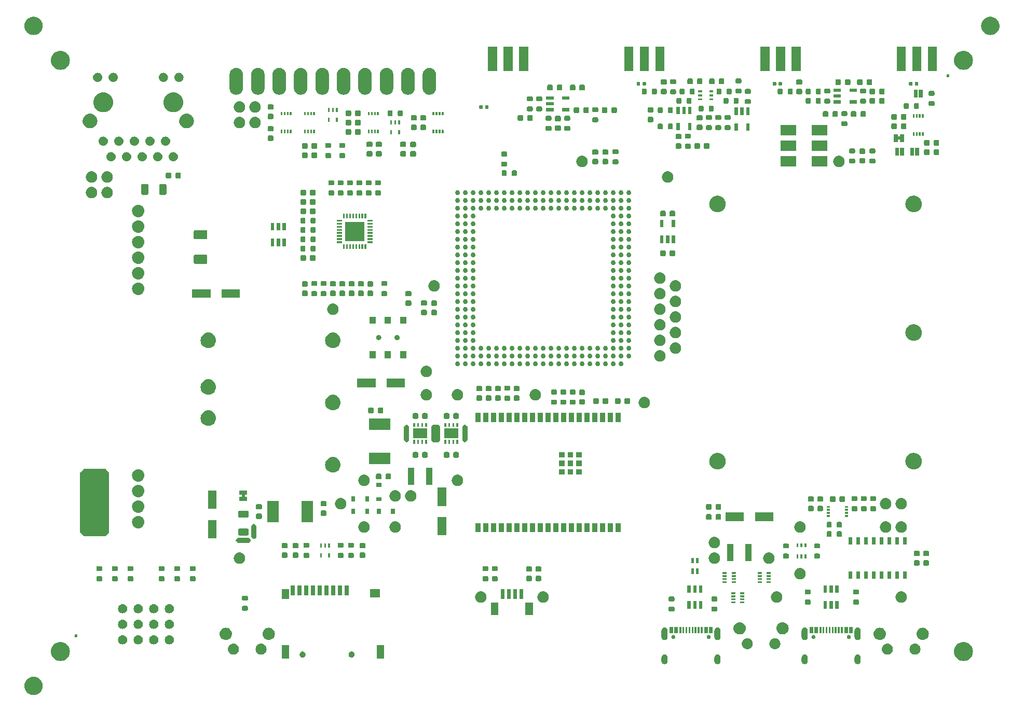
<source format=gts>
%TF.GenerationSoftware,KiCad,Pcbnew,8.0.7*%
%TF.CreationDate,2025-01-20T10:21:50+00:00*%
%TF.ProjectId,SparkPNT_GNSSDO_Plus_panelized,53706172-6b50-44e5-945f-474e5353444f,rev?*%
%TF.SameCoordinates,Original*%
%TF.FileFunction,Soldermask,Top*%
%TF.FilePolarity,Negative*%
%FSLAX46Y46*%
G04 Gerber Fmt 4.6, Leading zero omitted, Abs format (unit mm)*
G04 Created by KiCad (PCBNEW 8.0.7) date 2025-01-20 10:21:50*
%MOMM*%
%LPD*%
G01*
G04 APERTURE LIST*
G04 APERTURE END LIST*
G36*
X-1774365Y-1585123D02*
G01*
X-1713631Y-1585123D01*
X-1659417Y-1594169D01*
X-1602875Y-1598620D01*
X-1534771Y-1614969D01*
X-1469272Y-1625900D01*
X-1422825Y-1641845D01*
X-1374020Y-1653562D01*
X-1302987Y-1682985D01*
X-1234957Y-1706340D01*
X-1196952Y-1726907D01*
X-1156583Y-1743629D01*
X-1085028Y-1787477D01*
X-1017078Y-1824250D01*
X-987680Y-1847131D01*
X-955913Y-1866598D01*
X-886492Y-1925890D01*
X-821578Y-1976414D01*
X-800403Y-1999417D01*
X-776949Y-2019448D01*
X-712547Y-2094853D01*
X-653789Y-2158681D01*
X-639979Y-2179819D01*
X-624099Y-2198412D01*
X-567683Y-2290477D01*
X-518289Y-2366079D01*
X-510570Y-2383678D01*
X-501130Y-2399082D01*
X-455624Y-2508941D01*
X-418774Y-2592951D01*
X-415548Y-2605693D01*
X-411063Y-2616519D01*
X-379273Y-2748939D01*
X-357958Y-2833108D01*
X-357375Y-2840154D01*
X-356121Y-2845374D01*
X-340589Y-3042723D01*
X-337500Y-3080000D01*
X-340590Y-3117279D01*
X-356121Y-3314625D01*
X-357375Y-3319844D01*
X-357958Y-3326892D01*
X-379278Y-3411079D01*
X-411063Y-3543480D01*
X-415547Y-3554303D01*
X-418774Y-3567049D01*
X-455632Y-3651075D01*
X-501130Y-3760917D01*
X-510568Y-3776318D01*
X-518289Y-3793921D01*
X-567693Y-3869537D01*
X-624099Y-3961587D01*
X-639976Y-3980176D01*
X-653789Y-4001319D01*
X-712559Y-4065159D01*
X-776949Y-4140551D01*
X-800398Y-4160578D01*
X-821578Y-4183586D01*
X-886505Y-4234120D01*
X-955913Y-4293401D01*
X-987674Y-4312863D01*
X-1017078Y-4335750D01*
X-1085042Y-4372530D01*
X-1156583Y-4416370D01*
X-1196944Y-4433088D01*
X-1234957Y-4453660D01*
X-1303001Y-4477019D01*
X-1374020Y-4506437D01*
X-1422816Y-4518151D01*
X-1469272Y-4534100D01*
X-1534785Y-4545032D01*
X-1602875Y-4561379D01*
X-1659406Y-4565828D01*
X-1713631Y-4574877D01*
X-1774378Y-4574877D01*
X-1837500Y-4579845D01*
X-1900623Y-4574877D01*
X-1961369Y-4574877D01*
X-2015595Y-4565828D01*
X-2072126Y-4561379D01*
X-2140219Y-4545031D01*
X-2205728Y-4534100D01*
X-2252183Y-4518152D01*
X-2300981Y-4506437D01*
X-2372006Y-4477017D01*
X-2440043Y-4453660D01*
X-2478054Y-4433089D01*
X-2518418Y-4416370D01*
X-2589967Y-4372525D01*
X-2657922Y-4335750D01*
X-2687323Y-4312866D01*
X-2719088Y-4293401D01*
X-2788508Y-4234111D01*
X-2853422Y-4183586D01*
X-2874599Y-4160582D01*
X-2898052Y-4140551D01*
X-2962456Y-4065144D01*
X-3021211Y-4001319D01*
X-3035022Y-3980181D01*
X-3050902Y-3961587D01*
X-3107325Y-3869513D01*
X-3156711Y-3793921D01*
X-3164430Y-3776323D01*
X-3173871Y-3760917D01*
X-3219387Y-3651034D01*
X-3256226Y-3567049D01*
X-3259452Y-3554310D01*
X-3263938Y-3543480D01*
X-3295743Y-3411003D01*
X-3317042Y-3326892D01*
X-3317626Y-3319850D01*
X-3318880Y-3314625D01*
X-3334431Y-3117038D01*
X-3337500Y-3080000D01*
X-3334432Y-3042964D01*
X-3318880Y-2845374D01*
X-3317626Y-2840147D01*
X-3317042Y-2833108D01*
X-3295747Y-2749015D01*
X-3263938Y-2616519D01*
X-3259452Y-2605687D01*
X-3256226Y-2592951D01*
X-3219395Y-2508982D01*
X-3173871Y-2399082D01*
X-3164429Y-2383672D01*
X-3156711Y-2366079D01*
X-3107334Y-2290501D01*
X-3050902Y-2198412D01*
X-3035019Y-2179814D01*
X-3021211Y-2158681D01*
X-2962468Y-2094868D01*
X-2898052Y-2019448D01*
X-2874595Y-1999413D01*
X-2853422Y-1976414D01*
X-2788521Y-1925898D01*
X-2719088Y-1866598D01*
X-2687317Y-1847128D01*
X-2657922Y-1824250D01*
X-2589981Y-1787482D01*
X-2518418Y-1743629D01*
X-2478046Y-1726905D01*
X-2440043Y-1706340D01*
X-2372020Y-1682987D01*
X-2300981Y-1653562D01*
X-2252173Y-1641844D01*
X-2205728Y-1625900D01*
X-2140233Y-1614970D01*
X-2072126Y-1598620D01*
X-2015583Y-1594169D01*
X-1961369Y-1585123D01*
X-1900635Y-1585123D01*
X-1837500Y-1580154D01*
X-1774365Y-1585123D01*
G37*
G36*
X101283342Y2016940D02*
G01*
X101396381Y1951677D01*
X101488677Y1859381D01*
X101553940Y1746342D01*
X101587722Y1620263D01*
X101592000Y1555000D01*
X101592000Y955000D01*
X101587722Y889737D01*
X101553940Y763658D01*
X101488677Y650619D01*
X101396381Y558323D01*
X101283342Y493060D01*
X101157263Y459278D01*
X101026737Y459278D01*
X100900658Y493060D01*
X100787619Y558323D01*
X100695323Y650619D01*
X100630060Y763658D01*
X100596278Y889737D01*
X100592000Y955000D01*
X100592000Y1555000D01*
X100596278Y1620263D01*
X100630060Y1746342D01*
X100695323Y1859381D01*
X100787619Y1951677D01*
X100900658Y2016940D01*
X101026737Y2050722D01*
X101157263Y2050722D01*
X101283342Y2016940D01*
G37*
G36*
X109919342Y2016940D02*
G01*
X110032381Y1951677D01*
X110124677Y1859381D01*
X110189940Y1746342D01*
X110223722Y1620263D01*
X110228000Y1555000D01*
X110228000Y955000D01*
X110223722Y889737D01*
X110189940Y763658D01*
X110124677Y650619D01*
X110032381Y558323D01*
X109919342Y493060D01*
X109793263Y459278D01*
X109662737Y459278D01*
X109536658Y493060D01*
X109423619Y558323D01*
X109331323Y650619D01*
X109266060Y763658D01*
X109232278Y889737D01*
X109228000Y955000D01*
X109228000Y1555000D01*
X109232278Y1620263D01*
X109266060Y1746342D01*
X109331323Y1859381D01*
X109423619Y1951677D01*
X109536658Y2016940D01*
X109662737Y2050722D01*
X109793263Y2050722D01*
X109919342Y2016940D01*
G37*
G36*
X124143342Y2016940D02*
G01*
X124256381Y1951677D01*
X124348677Y1859381D01*
X124413940Y1746342D01*
X124447722Y1620263D01*
X124452000Y1555000D01*
X124452000Y955000D01*
X124447722Y889737D01*
X124413940Y763658D01*
X124348677Y650619D01*
X124256381Y558323D01*
X124143342Y493060D01*
X124017263Y459278D01*
X123886737Y459278D01*
X123760658Y493060D01*
X123647619Y558323D01*
X123555323Y650619D01*
X123490060Y763658D01*
X123456278Y889737D01*
X123452000Y955000D01*
X123452000Y1555000D01*
X123456278Y1620263D01*
X123490060Y1746342D01*
X123555323Y1859381D01*
X123647619Y1951677D01*
X123760658Y2016940D01*
X123886737Y2050722D01*
X124017263Y2050722D01*
X124143342Y2016940D01*
G37*
G36*
X132779342Y2016940D02*
G01*
X132892381Y1951677D01*
X132984677Y1859381D01*
X133049940Y1746342D01*
X133083722Y1620263D01*
X133088000Y1555000D01*
X133088000Y955000D01*
X133083722Y889737D01*
X133049940Y763658D01*
X132984677Y650619D01*
X132892381Y558323D01*
X132779342Y493060D01*
X132653263Y459278D01*
X132522737Y459278D01*
X132396658Y493060D01*
X132283619Y558323D01*
X132191323Y650619D01*
X132126060Y763658D01*
X132092278Y889737D01*
X132088000Y955000D01*
X132088000Y1555000D01*
X132092278Y1620263D01*
X132126060Y1746342D01*
X132191323Y1859381D01*
X132283619Y1951677D01*
X132396658Y2016940D01*
X132522737Y2050722D01*
X132653263Y2050722D01*
X132779342Y2016940D01*
G37*
G36*
X2782473Y4070917D02*
G01*
X3018976Y4014138D01*
X3243685Y3921060D01*
X3451067Y3793976D01*
X3636016Y3636016D01*
X3793976Y3451067D01*
X3921060Y3243685D01*
X4014138Y3018976D01*
X4070917Y2782473D01*
X4090000Y2540000D01*
X4070917Y2297527D01*
X4014138Y2061024D01*
X3921060Y1836315D01*
X3793976Y1628933D01*
X3636016Y1443984D01*
X3451067Y1286024D01*
X3243685Y1158940D01*
X3018976Y1065862D01*
X2782473Y1009083D01*
X2540000Y990000D01*
X2297527Y1009083D01*
X2061024Y1065862D01*
X1836315Y1158940D01*
X1628933Y1286024D01*
X1443984Y1443984D01*
X1286024Y1628933D01*
X1158940Y1836315D01*
X1065862Y2061024D01*
X1009083Y2297527D01*
X990000Y2540000D01*
X1009083Y2782473D01*
X1065862Y3018976D01*
X1158940Y3243685D01*
X1286024Y3451067D01*
X1443984Y3636016D01*
X1628933Y3793976D01*
X1836315Y3921060D01*
X2061024Y4014138D01*
X2297527Y4070917D01*
X2540000Y4090000D01*
X2782473Y4070917D01*
G37*
G36*
X150102473Y4070917D02*
G01*
X150338976Y4014138D01*
X150563685Y3921060D01*
X150771067Y3793976D01*
X150956016Y3636016D01*
X151113976Y3451067D01*
X151241060Y3243685D01*
X151334138Y3018976D01*
X151390917Y2782473D01*
X151410000Y2540000D01*
X151390917Y2297527D01*
X151334138Y2061024D01*
X151241060Y1836315D01*
X151113976Y1628933D01*
X150956016Y1443984D01*
X150771067Y1286024D01*
X150563685Y1158940D01*
X150338976Y1065862D01*
X150102473Y1009083D01*
X149860000Y990000D01*
X149617527Y1009083D01*
X149381024Y1065862D01*
X149156315Y1158940D01*
X148948933Y1286024D01*
X148763984Y1443984D01*
X148606024Y1628933D01*
X148478940Y1836315D01*
X148385862Y2061024D01*
X148329083Y2297527D01*
X148310000Y2540000D01*
X148329083Y2782473D01*
X148385862Y3018976D01*
X148478940Y3243685D01*
X148606024Y3451067D01*
X148763984Y3636016D01*
X148948933Y3793976D01*
X149156315Y3921060D01*
X149381024Y4014138D01*
X149617527Y4070917D01*
X149860000Y4090000D01*
X150102473Y4070917D01*
G37*
G36*
X39840000Y1332000D02*
G01*
X38640000Y1332000D01*
X38640000Y3532000D01*
X39840000Y3532000D01*
X39840000Y1332000D01*
G37*
G36*
X55340000Y1332000D02*
G01*
X54140000Y1332000D01*
X54140000Y3532000D01*
X55340000Y3532000D01*
X55340000Y1332000D01*
G37*
G36*
X42075381Y2526911D02*
G01*
X42111157Y2526911D01*
X42140235Y2518373D01*
X42169296Y2514547D01*
X42208332Y2498378D01*
X42247708Y2486816D01*
X42268491Y2473460D01*
X42289783Y2464640D01*
X42328798Y2434703D01*
X42367430Y2409875D01*
X42379883Y2395503D01*
X42393249Y2385247D01*
X42427899Y2340090D01*
X42460627Y2302320D01*
X42466134Y2290262D01*
X42472638Y2281785D01*
X42498322Y2219778D01*
X42519746Y2172866D01*
X42520805Y2165500D01*
X42522546Y2161297D01*
X42534880Y2067610D01*
X42540000Y2032000D01*
X42534879Y1996388D01*
X42522546Y1902704D01*
X42520805Y1898502D01*
X42519746Y1891134D01*
X42498321Y1844220D01*
X42472639Y1782217D01*
X42466134Y1773741D01*
X42460627Y1761680D01*
X42427887Y1723897D01*
X42393247Y1678753D01*
X42379887Y1668502D01*
X42367430Y1654125D01*
X42328788Y1629292D01*
X42289783Y1599361D01*
X42268496Y1590544D01*
X42247708Y1577184D01*
X42208323Y1565620D01*
X42169296Y1549454D01*
X42140241Y1545629D01*
X42111157Y1537089D01*
X42075374Y1537089D01*
X42040000Y1532432D01*
X42004626Y1537089D01*
X41968843Y1537089D01*
X41939759Y1545629D01*
X41910703Y1549454D01*
X41871672Y1565621D01*
X41832292Y1577184D01*
X41811505Y1590543D01*
X41790216Y1599361D01*
X41751204Y1629296D01*
X41712570Y1654125D01*
X41700114Y1668500D01*
X41686752Y1678753D01*
X41652103Y1723907D01*
X41619373Y1761680D01*
X41613866Y1773738D01*
X41607360Y1782217D01*
X41581668Y1844243D01*
X41560254Y1891134D01*
X41559195Y1898498D01*
X41557453Y1902704D01*
X41545108Y1996471D01*
X41540000Y2032000D01*
X41545108Y2067527D01*
X41557453Y2161297D01*
X41559195Y2165504D01*
X41560254Y2172866D01*
X41581666Y2219755D01*
X41607361Y2281785D01*
X41613867Y2290265D01*
X41619373Y2302320D01*
X41652089Y2340077D01*
X41686751Y2385249D01*
X41700120Y2395509D01*
X41712570Y2409875D01*
X41751192Y2434697D01*
X41790215Y2464639D01*
X41811508Y2473459D01*
X41832292Y2486816D01*
X41871665Y2498378D01*
X41910703Y2514547D01*
X41939765Y2518374D01*
X41968843Y2526911D01*
X42004618Y2526911D01*
X42040000Y2531569D01*
X42075381Y2526911D01*
G37*
G36*
X50075381Y2526911D02*
G01*
X50111157Y2526911D01*
X50140235Y2518373D01*
X50169296Y2514547D01*
X50208332Y2498378D01*
X50247708Y2486816D01*
X50268491Y2473460D01*
X50289783Y2464640D01*
X50328798Y2434703D01*
X50367430Y2409875D01*
X50379883Y2395503D01*
X50393249Y2385247D01*
X50427899Y2340090D01*
X50460627Y2302320D01*
X50466134Y2290262D01*
X50472638Y2281785D01*
X50498322Y2219778D01*
X50519746Y2172866D01*
X50520805Y2165500D01*
X50522546Y2161297D01*
X50534880Y2067610D01*
X50540000Y2032000D01*
X50534879Y1996388D01*
X50522546Y1902704D01*
X50520805Y1898502D01*
X50519746Y1891134D01*
X50498321Y1844220D01*
X50472639Y1782217D01*
X50466134Y1773741D01*
X50460627Y1761680D01*
X50427887Y1723897D01*
X50393247Y1678753D01*
X50379887Y1668502D01*
X50367430Y1654125D01*
X50328788Y1629292D01*
X50289783Y1599361D01*
X50268496Y1590544D01*
X50247708Y1577184D01*
X50208323Y1565620D01*
X50169296Y1549454D01*
X50140241Y1545629D01*
X50111157Y1537089D01*
X50075374Y1537089D01*
X50040000Y1532432D01*
X50004626Y1537089D01*
X49968843Y1537089D01*
X49939759Y1545629D01*
X49910703Y1549454D01*
X49871672Y1565621D01*
X49832292Y1577184D01*
X49811505Y1590543D01*
X49790216Y1599361D01*
X49751204Y1629296D01*
X49712570Y1654125D01*
X49700114Y1668500D01*
X49686752Y1678753D01*
X49652103Y1723907D01*
X49619373Y1761680D01*
X49613866Y1773738D01*
X49607360Y1782217D01*
X49581668Y1844243D01*
X49560254Y1891134D01*
X49559195Y1898498D01*
X49557453Y1902704D01*
X49545108Y1996471D01*
X49540000Y2032000D01*
X49545108Y2067527D01*
X49557453Y2161297D01*
X49559195Y2165504D01*
X49560254Y2172866D01*
X49581666Y2219755D01*
X49607361Y2281785D01*
X49613867Y2290265D01*
X49619373Y2302320D01*
X49652089Y2340077D01*
X49686751Y2385249D01*
X49700120Y2395509D01*
X49712570Y2409875D01*
X49751192Y2434697D01*
X49790215Y2464639D01*
X49811508Y2473459D01*
X49832292Y2486816D01*
X49871665Y2498378D01*
X49910703Y2514547D01*
X49939765Y2518374D01*
X49968843Y2526911D01*
X50004618Y2526911D01*
X50040000Y2531569D01*
X50075381Y2526911D01*
G37*
G36*
X30817607Y3816070D02*
G01*
X30864076Y3816070D01*
X30904202Y3807541D01*
X30945533Y3803470D01*
X30997460Y3787718D01*
X31048115Y3776951D01*
X31080527Y3762521D01*
X31114321Y3752269D01*
X31168023Y3723565D01*
X31220000Y3700423D01*
X31244165Y3682866D01*
X31269878Y3669122D01*
X31322333Y3626073D01*
X31372218Y3589830D01*
X31388412Y3571845D01*
X31406225Y3557226D01*
X31454089Y3498903D01*
X31498115Y3450007D01*
X31507365Y3433985D01*
X31518121Y3420879D01*
X31557908Y3346443D01*
X31592191Y3287063D01*
X31596134Y3274926D01*
X31601268Y3265322D01*
X31629568Y3172029D01*
X31650333Y3108121D01*
X31651064Y3101166D01*
X31652469Y3096534D01*
X31666151Y2957615D01*
X31670000Y2921000D01*
X31666151Y2884383D01*
X31652469Y2745467D01*
X31651064Y2740836D01*
X31650333Y2733879D01*
X31629563Y2669958D01*
X31601268Y2576679D01*
X31596135Y2567077D01*
X31592191Y2554937D01*
X31557901Y2495546D01*
X31518121Y2421122D01*
X31507367Y2408019D01*
X31498115Y2391993D01*
X31454080Y2343088D01*
X31406225Y2284775D01*
X31388415Y2270160D01*
X31372218Y2252170D01*
X31322323Y2215920D01*
X31269878Y2172879D01*
X31244171Y2159139D01*
X31220000Y2141577D01*
X31168012Y2118431D01*
X31114321Y2089732D01*
X31080534Y2079483D01*
X31048115Y2065049D01*
X30997449Y2054280D01*
X30945533Y2038531D01*
X30904210Y2034462D01*
X30864076Y2025930D01*
X30817597Y2025930D01*
X30770000Y2021242D01*
X30722403Y2025930D01*
X30675924Y2025930D01*
X30635789Y2034461D01*
X30594466Y2038531D01*
X30542546Y2054281D01*
X30491885Y2065049D01*
X30459467Y2079483D01*
X30425678Y2089732D01*
X30371981Y2118434D01*
X30320000Y2141577D01*
X30295831Y2159137D01*
X30270121Y2172879D01*
X30217667Y2215926D01*
X30167782Y2252170D01*
X30151587Y2270157D01*
X30133774Y2284775D01*
X30085908Y2343101D01*
X30041885Y2391993D01*
X30032634Y2408015D01*
X30021878Y2421122D01*
X29982085Y2495569D01*
X29947809Y2554937D01*
X29943866Y2567072D01*
X29938731Y2576679D01*
X29910421Y2670004D01*
X29889667Y2733879D01*
X29888936Y2740831D01*
X29887530Y2745467D01*
X29873832Y2884534D01*
X29870000Y2921000D01*
X29873832Y2957464D01*
X29887530Y3096534D01*
X29888936Y3101171D01*
X29889667Y3108121D01*
X29910416Y3171983D01*
X29938731Y3265322D01*
X29943866Y3274931D01*
X29947809Y3287063D01*
X29982078Y3346419D01*
X30021878Y3420879D01*
X30032636Y3433989D01*
X30041885Y3450007D01*
X30085898Y3498890D01*
X30133774Y3557226D01*
X30151590Y3571848D01*
X30167782Y3589830D01*
X30217657Y3626067D01*
X30270121Y3669122D01*
X30295836Y3682868D01*
X30320000Y3700423D01*
X30371970Y3723562D01*
X30425678Y3752269D01*
X30459474Y3762522D01*
X30491885Y3776951D01*
X30542535Y3787718D01*
X30594466Y3803470D01*
X30635798Y3807541D01*
X30675924Y3816070D01*
X30722393Y3816070D01*
X30770000Y3820759D01*
X30817607Y3816070D01*
G37*
G36*
X35317607Y3816070D02*
G01*
X35364076Y3816070D01*
X35404202Y3807541D01*
X35445533Y3803470D01*
X35497460Y3787718D01*
X35548115Y3776951D01*
X35580527Y3762521D01*
X35614321Y3752269D01*
X35668023Y3723565D01*
X35720000Y3700423D01*
X35744165Y3682866D01*
X35769878Y3669122D01*
X35822333Y3626073D01*
X35872218Y3589830D01*
X35888412Y3571845D01*
X35906225Y3557226D01*
X35954089Y3498903D01*
X35998115Y3450007D01*
X36007365Y3433985D01*
X36018121Y3420879D01*
X36057908Y3346443D01*
X36092191Y3287063D01*
X36096134Y3274926D01*
X36101268Y3265322D01*
X36129568Y3172029D01*
X36150333Y3108121D01*
X36151064Y3101166D01*
X36152469Y3096534D01*
X36166151Y2957615D01*
X36170000Y2921000D01*
X36166151Y2884383D01*
X36152469Y2745467D01*
X36151064Y2740836D01*
X36150333Y2733879D01*
X36129563Y2669958D01*
X36101268Y2576679D01*
X36096135Y2567077D01*
X36092191Y2554937D01*
X36057901Y2495546D01*
X36018121Y2421122D01*
X36007367Y2408019D01*
X35998115Y2391993D01*
X35954080Y2343088D01*
X35906225Y2284775D01*
X35888415Y2270160D01*
X35872218Y2252170D01*
X35822323Y2215920D01*
X35769878Y2172879D01*
X35744171Y2159139D01*
X35720000Y2141577D01*
X35668012Y2118431D01*
X35614321Y2089732D01*
X35580534Y2079483D01*
X35548115Y2065049D01*
X35497449Y2054280D01*
X35445533Y2038531D01*
X35404210Y2034462D01*
X35364076Y2025930D01*
X35317597Y2025930D01*
X35270000Y2021242D01*
X35222403Y2025930D01*
X35175924Y2025930D01*
X35135789Y2034461D01*
X35094466Y2038531D01*
X35042546Y2054281D01*
X34991885Y2065049D01*
X34959467Y2079483D01*
X34925678Y2089732D01*
X34871981Y2118434D01*
X34820000Y2141577D01*
X34795831Y2159137D01*
X34770121Y2172879D01*
X34717667Y2215926D01*
X34667782Y2252170D01*
X34651587Y2270157D01*
X34633774Y2284775D01*
X34585908Y2343101D01*
X34541885Y2391993D01*
X34532634Y2408015D01*
X34521878Y2421122D01*
X34482085Y2495569D01*
X34447809Y2554937D01*
X34443866Y2567072D01*
X34438731Y2576679D01*
X34410421Y2670004D01*
X34389667Y2733879D01*
X34388936Y2740831D01*
X34387530Y2745467D01*
X34373832Y2884534D01*
X34370000Y2921000D01*
X34373832Y2957464D01*
X34387530Y3096534D01*
X34388936Y3101171D01*
X34389667Y3108121D01*
X34410416Y3171983D01*
X34438731Y3265322D01*
X34443866Y3274931D01*
X34447809Y3287063D01*
X34482078Y3346419D01*
X34521878Y3420879D01*
X34532636Y3433989D01*
X34541885Y3450007D01*
X34585898Y3498890D01*
X34633774Y3557226D01*
X34651590Y3571848D01*
X34667782Y3589830D01*
X34717657Y3626067D01*
X34770121Y3669122D01*
X34795836Y3682868D01*
X34820000Y3700423D01*
X34871970Y3723562D01*
X34925678Y3752269D01*
X34959474Y3762522D01*
X34991885Y3776951D01*
X35042535Y3787718D01*
X35094466Y3803470D01*
X35135798Y3807541D01*
X35175924Y3816070D01*
X35222393Y3816070D01*
X35270000Y3820759D01*
X35317607Y3816070D01*
G37*
G36*
X137497607Y3816070D02*
G01*
X137544076Y3816070D01*
X137584202Y3807541D01*
X137625533Y3803470D01*
X137677460Y3787718D01*
X137728115Y3776951D01*
X137760527Y3762521D01*
X137794321Y3752269D01*
X137848023Y3723565D01*
X137900000Y3700423D01*
X137924165Y3682866D01*
X137949878Y3669122D01*
X138002333Y3626073D01*
X138052218Y3589830D01*
X138068412Y3571845D01*
X138086225Y3557226D01*
X138134089Y3498903D01*
X138178115Y3450007D01*
X138187365Y3433985D01*
X138198121Y3420879D01*
X138237908Y3346443D01*
X138272191Y3287063D01*
X138276134Y3274926D01*
X138281268Y3265322D01*
X138309568Y3172029D01*
X138330333Y3108121D01*
X138331064Y3101166D01*
X138332469Y3096534D01*
X138346151Y2957615D01*
X138350000Y2921000D01*
X138346151Y2884383D01*
X138332469Y2745467D01*
X138331064Y2740836D01*
X138330333Y2733879D01*
X138309563Y2669958D01*
X138281268Y2576679D01*
X138276135Y2567077D01*
X138272191Y2554937D01*
X138237901Y2495546D01*
X138198121Y2421122D01*
X138187367Y2408019D01*
X138178115Y2391993D01*
X138134080Y2343088D01*
X138086225Y2284775D01*
X138068415Y2270160D01*
X138052218Y2252170D01*
X138002323Y2215920D01*
X137949878Y2172879D01*
X137924171Y2159139D01*
X137900000Y2141577D01*
X137848012Y2118431D01*
X137794321Y2089732D01*
X137760534Y2079483D01*
X137728115Y2065049D01*
X137677449Y2054280D01*
X137625533Y2038531D01*
X137584210Y2034462D01*
X137544076Y2025930D01*
X137497597Y2025930D01*
X137450000Y2021242D01*
X137402403Y2025930D01*
X137355924Y2025930D01*
X137315789Y2034461D01*
X137274466Y2038531D01*
X137222546Y2054281D01*
X137171885Y2065049D01*
X137139467Y2079483D01*
X137105678Y2089732D01*
X137051981Y2118434D01*
X137000000Y2141577D01*
X136975831Y2159137D01*
X136950121Y2172879D01*
X136897667Y2215926D01*
X136847782Y2252170D01*
X136831587Y2270157D01*
X136813774Y2284775D01*
X136765908Y2343101D01*
X136721885Y2391993D01*
X136712634Y2408015D01*
X136701878Y2421122D01*
X136662085Y2495569D01*
X136627809Y2554937D01*
X136623866Y2567072D01*
X136618731Y2576679D01*
X136590421Y2670004D01*
X136569667Y2733879D01*
X136568936Y2740831D01*
X136567530Y2745467D01*
X136553832Y2884534D01*
X136550000Y2921000D01*
X136553832Y2957464D01*
X136567530Y3096534D01*
X136568936Y3101171D01*
X136569667Y3108121D01*
X136590416Y3171983D01*
X136618731Y3265322D01*
X136623866Y3274931D01*
X136627809Y3287063D01*
X136662078Y3346419D01*
X136701878Y3420879D01*
X136712636Y3433989D01*
X136721885Y3450007D01*
X136765898Y3498890D01*
X136813774Y3557226D01*
X136831590Y3571848D01*
X136847782Y3589830D01*
X136897657Y3626067D01*
X136950121Y3669122D01*
X136975836Y3682868D01*
X137000000Y3700423D01*
X137051970Y3723562D01*
X137105678Y3752269D01*
X137139474Y3762522D01*
X137171885Y3776951D01*
X137222535Y3787718D01*
X137274466Y3803470D01*
X137315798Y3807541D01*
X137355924Y3816070D01*
X137402393Y3816070D01*
X137450000Y3820759D01*
X137497607Y3816070D01*
G37*
G36*
X141997607Y3816070D02*
G01*
X142044076Y3816070D01*
X142084202Y3807541D01*
X142125533Y3803470D01*
X142177460Y3787718D01*
X142228115Y3776951D01*
X142260527Y3762521D01*
X142294321Y3752269D01*
X142348023Y3723565D01*
X142400000Y3700423D01*
X142424165Y3682866D01*
X142449878Y3669122D01*
X142502333Y3626073D01*
X142552218Y3589830D01*
X142568412Y3571845D01*
X142586225Y3557226D01*
X142634089Y3498903D01*
X142678115Y3450007D01*
X142687365Y3433985D01*
X142698121Y3420879D01*
X142737908Y3346443D01*
X142772191Y3287063D01*
X142776134Y3274926D01*
X142781268Y3265322D01*
X142809568Y3172029D01*
X142830333Y3108121D01*
X142831064Y3101166D01*
X142832469Y3096534D01*
X142846151Y2957615D01*
X142850000Y2921000D01*
X142846151Y2884383D01*
X142832469Y2745467D01*
X142831064Y2740836D01*
X142830333Y2733879D01*
X142809563Y2669958D01*
X142781268Y2576679D01*
X142776135Y2567077D01*
X142772191Y2554937D01*
X142737901Y2495546D01*
X142698121Y2421122D01*
X142687367Y2408019D01*
X142678115Y2391993D01*
X142634080Y2343088D01*
X142586225Y2284775D01*
X142568415Y2270160D01*
X142552218Y2252170D01*
X142502323Y2215920D01*
X142449878Y2172879D01*
X142424171Y2159139D01*
X142400000Y2141577D01*
X142348012Y2118431D01*
X142294321Y2089732D01*
X142260534Y2079483D01*
X142228115Y2065049D01*
X142177449Y2054280D01*
X142125533Y2038531D01*
X142084210Y2034462D01*
X142044076Y2025930D01*
X141997597Y2025930D01*
X141950000Y2021242D01*
X141902403Y2025930D01*
X141855924Y2025930D01*
X141815789Y2034461D01*
X141774466Y2038531D01*
X141722546Y2054281D01*
X141671885Y2065049D01*
X141639467Y2079483D01*
X141605678Y2089732D01*
X141551981Y2118434D01*
X141500000Y2141577D01*
X141475831Y2159137D01*
X141450121Y2172879D01*
X141397667Y2215926D01*
X141347782Y2252170D01*
X141331587Y2270157D01*
X141313774Y2284775D01*
X141265908Y2343101D01*
X141221885Y2391993D01*
X141212634Y2408015D01*
X141201878Y2421122D01*
X141162085Y2495569D01*
X141127809Y2554937D01*
X141123866Y2567072D01*
X141118731Y2576679D01*
X141090421Y2670004D01*
X141069667Y2733879D01*
X141068936Y2740831D01*
X141067530Y2745467D01*
X141053832Y2884534D01*
X141050000Y2921000D01*
X141053832Y2957464D01*
X141067530Y3096534D01*
X141068936Y3101171D01*
X141069667Y3108121D01*
X141090416Y3171983D01*
X141118731Y3265322D01*
X141123866Y3274931D01*
X141127809Y3287063D01*
X141162078Y3346419D01*
X141201878Y3420879D01*
X141212636Y3433989D01*
X141221885Y3450007D01*
X141265898Y3498890D01*
X141313774Y3557226D01*
X141331590Y3571848D01*
X141347782Y3589830D01*
X141397657Y3626067D01*
X141450121Y3669122D01*
X141475836Y3682868D01*
X141500000Y3700423D01*
X141551970Y3723562D01*
X141605678Y3752269D01*
X141639474Y3762522D01*
X141671885Y3776951D01*
X141722535Y3787718D01*
X141774466Y3803470D01*
X141815798Y3807541D01*
X141855924Y3816070D01*
X141902393Y3816070D01*
X141950000Y3820759D01*
X141997607Y3816070D01*
G37*
G36*
X114637607Y4705070D02*
G01*
X114684076Y4705070D01*
X114724202Y4696541D01*
X114765533Y4692470D01*
X114817460Y4676718D01*
X114868115Y4665951D01*
X114900527Y4651521D01*
X114934321Y4641269D01*
X114988023Y4612565D01*
X115040000Y4589423D01*
X115064165Y4571866D01*
X115089878Y4558122D01*
X115142333Y4515073D01*
X115192218Y4478830D01*
X115208412Y4460845D01*
X115226225Y4446226D01*
X115274089Y4387903D01*
X115318115Y4339007D01*
X115327365Y4322985D01*
X115338121Y4309879D01*
X115377908Y4235443D01*
X115412191Y4176063D01*
X115416134Y4163926D01*
X115421268Y4154322D01*
X115449568Y4061029D01*
X115470333Y3997121D01*
X115471064Y3990166D01*
X115472469Y3985534D01*
X115486151Y3846615D01*
X115490000Y3810000D01*
X115486151Y3773383D01*
X115472469Y3634467D01*
X115471064Y3629836D01*
X115470333Y3622879D01*
X115449563Y3558958D01*
X115421268Y3465679D01*
X115416135Y3456077D01*
X115412191Y3443937D01*
X115377901Y3384546D01*
X115338121Y3310122D01*
X115327367Y3297019D01*
X115318115Y3280993D01*
X115274080Y3232088D01*
X115226225Y3173775D01*
X115208415Y3159160D01*
X115192218Y3141170D01*
X115142323Y3104920D01*
X115089878Y3061879D01*
X115064171Y3048139D01*
X115040000Y3030577D01*
X114988012Y3007431D01*
X114934321Y2978732D01*
X114900534Y2968483D01*
X114868115Y2954049D01*
X114817449Y2943280D01*
X114765533Y2927531D01*
X114724210Y2923462D01*
X114684076Y2914930D01*
X114637597Y2914930D01*
X114590000Y2910242D01*
X114542403Y2914930D01*
X114495924Y2914930D01*
X114455789Y2923461D01*
X114414466Y2927531D01*
X114362546Y2943281D01*
X114311885Y2954049D01*
X114279467Y2968483D01*
X114245678Y2978732D01*
X114191981Y3007434D01*
X114140000Y3030577D01*
X114115831Y3048137D01*
X114090121Y3061879D01*
X114037667Y3104926D01*
X113987782Y3141170D01*
X113971587Y3159157D01*
X113953774Y3173775D01*
X113905908Y3232101D01*
X113861885Y3280993D01*
X113852634Y3297015D01*
X113841878Y3310122D01*
X113802085Y3384569D01*
X113767809Y3443937D01*
X113763866Y3456072D01*
X113758731Y3465679D01*
X113730421Y3559004D01*
X113709667Y3622879D01*
X113708936Y3629831D01*
X113707530Y3634467D01*
X113693832Y3773534D01*
X113690000Y3810000D01*
X113693832Y3846464D01*
X113707530Y3985534D01*
X113708936Y3990171D01*
X113709667Y3997121D01*
X113730416Y4060983D01*
X113758731Y4154322D01*
X113763866Y4163931D01*
X113767809Y4176063D01*
X113802078Y4235419D01*
X113841878Y4309879D01*
X113852636Y4322989D01*
X113861885Y4339007D01*
X113905898Y4387890D01*
X113953774Y4446226D01*
X113971590Y4460848D01*
X113987782Y4478830D01*
X114037657Y4515067D01*
X114090121Y4558122D01*
X114115836Y4571868D01*
X114140000Y4589423D01*
X114191970Y4612562D01*
X114245678Y4641269D01*
X114279474Y4651522D01*
X114311885Y4665951D01*
X114362535Y4676718D01*
X114414466Y4692470D01*
X114455798Y4696541D01*
X114495924Y4705070D01*
X114542393Y4705070D01*
X114590000Y4709759D01*
X114637607Y4705070D01*
G37*
G36*
X119137607Y4705070D02*
G01*
X119184076Y4705070D01*
X119224202Y4696541D01*
X119265533Y4692470D01*
X119317460Y4676718D01*
X119368115Y4665951D01*
X119400527Y4651521D01*
X119434321Y4641269D01*
X119488023Y4612565D01*
X119540000Y4589423D01*
X119564165Y4571866D01*
X119589878Y4558122D01*
X119642333Y4515073D01*
X119692218Y4478830D01*
X119708412Y4460845D01*
X119726225Y4446226D01*
X119774089Y4387903D01*
X119818115Y4339007D01*
X119827365Y4322985D01*
X119838121Y4309879D01*
X119877908Y4235443D01*
X119912191Y4176063D01*
X119916134Y4163926D01*
X119921268Y4154322D01*
X119949568Y4061029D01*
X119970333Y3997121D01*
X119971064Y3990166D01*
X119972469Y3985534D01*
X119986151Y3846615D01*
X119990000Y3810000D01*
X119986151Y3773383D01*
X119972469Y3634467D01*
X119971064Y3629836D01*
X119970333Y3622879D01*
X119949563Y3558958D01*
X119921268Y3465679D01*
X119916135Y3456077D01*
X119912191Y3443937D01*
X119877901Y3384546D01*
X119838121Y3310122D01*
X119827367Y3297019D01*
X119818115Y3280993D01*
X119774080Y3232088D01*
X119726225Y3173775D01*
X119708415Y3159160D01*
X119692218Y3141170D01*
X119642323Y3104920D01*
X119589878Y3061879D01*
X119564171Y3048139D01*
X119540000Y3030577D01*
X119488012Y3007431D01*
X119434321Y2978732D01*
X119400534Y2968483D01*
X119368115Y2954049D01*
X119317449Y2943280D01*
X119265533Y2927531D01*
X119224210Y2923462D01*
X119184076Y2914930D01*
X119137597Y2914930D01*
X119090000Y2910242D01*
X119042403Y2914930D01*
X118995924Y2914930D01*
X118955789Y2923461D01*
X118914466Y2927531D01*
X118862546Y2943281D01*
X118811885Y2954049D01*
X118779467Y2968483D01*
X118745678Y2978732D01*
X118691981Y3007434D01*
X118640000Y3030577D01*
X118615831Y3048137D01*
X118590121Y3061879D01*
X118537667Y3104926D01*
X118487782Y3141170D01*
X118471587Y3159157D01*
X118453774Y3173775D01*
X118405908Y3232101D01*
X118361885Y3280993D01*
X118352634Y3297015D01*
X118341878Y3310122D01*
X118302085Y3384569D01*
X118267809Y3443937D01*
X118263866Y3456072D01*
X118258731Y3465679D01*
X118230421Y3559004D01*
X118209667Y3622879D01*
X118208936Y3629831D01*
X118207530Y3634467D01*
X118193832Y3773534D01*
X118190000Y3810000D01*
X118193832Y3846464D01*
X118207530Y3985534D01*
X118208936Y3990171D01*
X118209667Y3997121D01*
X118230416Y4060983D01*
X118258731Y4154322D01*
X118263866Y4163931D01*
X118267809Y4176063D01*
X118302078Y4235419D01*
X118341878Y4309879D01*
X118352636Y4322989D01*
X118361885Y4339007D01*
X118405898Y4387890D01*
X118453774Y4446226D01*
X118471590Y4460848D01*
X118487782Y4478830D01*
X118537657Y4515067D01*
X118590121Y4558122D01*
X118615836Y4571868D01*
X118640000Y4589423D01*
X118691970Y4612562D01*
X118745678Y4641269D01*
X118779474Y4651522D01*
X118811885Y4665951D01*
X118862535Y4676718D01*
X118914466Y4692470D01*
X118955798Y4696541D01*
X118995924Y4705070D01*
X119042393Y4705070D01*
X119090000Y4709759D01*
X119137607Y4705070D01*
G37*
G36*
X12869561Y5187895D02*
G01*
X13030619Y5131538D01*
X13175099Y5040756D01*
X13295756Y4920099D01*
X13386538Y4775619D01*
X13442895Y4614561D01*
X13462000Y4445000D01*
X13442895Y4275439D01*
X13386538Y4114381D01*
X13295756Y3969901D01*
X13175099Y3849244D01*
X13030619Y3758462D01*
X12869561Y3702105D01*
X12700000Y3683000D01*
X12530439Y3702105D01*
X12369381Y3758462D01*
X12224901Y3849244D01*
X12104244Y3969901D01*
X12013462Y4114381D01*
X11957105Y4275439D01*
X11938000Y4445000D01*
X11957105Y4614561D01*
X12013462Y4775619D01*
X12104244Y4920099D01*
X12224901Y5040756D01*
X12369381Y5131538D01*
X12530439Y5187895D01*
X12700000Y5207000D01*
X12869561Y5187895D01*
G37*
G36*
X15409561Y5187895D02*
G01*
X15570619Y5131538D01*
X15715099Y5040756D01*
X15835756Y4920099D01*
X15926538Y4775619D01*
X15982895Y4614561D01*
X16002000Y4445000D01*
X15982895Y4275439D01*
X15926538Y4114381D01*
X15835756Y3969901D01*
X15715099Y3849244D01*
X15570619Y3758462D01*
X15409561Y3702105D01*
X15240000Y3683000D01*
X15070439Y3702105D01*
X14909381Y3758462D01*
X14764901Y3849244D01*
X14644244Y3969901D01*
X14553462Y4114381D01*
X14497105Y4275439D01*
X14478000Y4445000D01*
X14497105Y4614561D01*
X14553462Y4775619D01*
X14644244Y4920099D01*
X14764901Y5040756D01*
X14909381Y5131538D01*
X15070439Y5187895D01*
X15240000Y5207000D01*
X15409561Y5187895D01*
G37*
G36*
X17949561Y5187895D02*
G01*
X18110619Y5131538D01*
X18255099Y5040756D01*
X18375756Y4920099D01*
X18466538Y4775619D01*
X18522895Y4614561D01*
X18542000Y4445000D01*
X18522895Y4275439D01*
X18466538Y4114381D01*
X18375756Y3969901D01*
X18255099Y3849244D01*
X18110619Y3758462D01*
X17949561Y3702105D01*
X17780000Y3683000D01*
X17610439Y3702105D01*
X17449381Y3758462D01*
X17304901Y3849244D01*
X17184244Y3969901D01*
X17093462Y4114381D01*
X17037105Y4275439D01*
X17018000Y4445000D01*
X17037105Y4614561D01*
X17093462Y4775619D01*
X17184244Y4920099D01*
X17304901Y5040756D01*
X17449381Y5131538D01*
X17610439Y5187895D01*
X17780000Y5207000D01*
X17949561Y5187895D01*
G37*
G36*
X20489561Y5187895D02*
G01*
X20650619Y5131538D01*
X20795099Y5040756D01*
X20915756Y4920099D01*
X21006538Y4775619D01*
X21062895Y4614561D01*
X21082000Y4445000D01*
X21062895Y4275439D01*
X21006538Y4114381D01*
X20915756Y3969901D01*
X20795099Y3849244D01*
X20650619Y3758462D01*
X20489561Y3702105D01*
X20320000Y3683000D01*
X20150439Y3702105D01*
X19989381Y3758462D01*
X19844901Y3849244D01*
X19724244Y3969901D01*
X19633462Y4114381D01*
X19577105Y4275439D01*
X19558000Y4445000D01*
X19577105Y4614561D01*
X19633462Y4775619D01*
X19724244Y4920099D01*
X19844901Y5040756D01*
X19989381Y5131538D01*
X20150439Y5187895D01*
X20320000Y5207000D01*
X20489561Y5187895D01*
G37*
G36*
X101283342Y6446940D02*
G01*
X101396381Y6381677D01*
X101488677Y6289381D01*
X101553940Y6176342D01*
X101587722Y6050263D01*
X101592000Y5985000D01*
X101592000Y4885000D01*
X101587722Y4819737D01*
X101553940Y4693658D01*
X101488677Y4580619D01*
X101396381Y4488323D01*
X101283342Y4423060D01*
X101157263Y4389278D01*
X101026737Y4389278D01*
X100900658Y4423060D01*
X100787619Y4488323D01*
X100695323Y4580619D01*
X100630060Y4693658D01*
X100596278Y4819737D01*
X100592000Y4885000D01*
X100592000Y5985000D01*
X100596278Y6050263D01*
X100630060Y6176342D01*
X100695323Y6289381D01*
X100787619Y6381677D01*
X100900658Y6446940D01*
X101026737Y6480722D01*
X101157263Y6480722D01*
X101283342Y6446940D01*
G37*
G36*
X109919342Y6446940D02*
G01*
X110032381Y6381677D01*
X110124677Y6289381D01*
X110189940Y6176342D01*
X110223722Y6050263D01*
X110228000Y5985000D01*
X110228000Y4885000D01*
X110223722Y4819737D01*
X110189940Y4693658D01*
X110124677Y4580619D01*
X110032381Y4488323D01*
X109919342Y4423060D01*
X109793263Y4389278D01*
X109662737Y4389278D01*
X109536658Y4423060D01*
X109423619Y4488323D01*
X109331323Y4580619D01*
X109266060Y4693658D01*
X109232278Y4819737D01*
X109228000Y4885000D01*
X109228000Y5985000D01*
X109232278Y6050263D01*
X109266060Y6176342D01*
X109331323Y6289381D01*
X109423619Y6381677D01*
X109536658Y6446940D01*
X109662737Y6480722D01*
X109793263Y6480722D01*
X109919342Y6446940D01*
G37*
G36*
X124143342Y6446940D02*
G01*
X124256381Y6381677D01*
X124348677Y6289381D01*
X124413940Y6176342D01*
X124447722Y6050263D01*
X124452000Y5985000D01*
X124452000Y4885000D01*
X124447722Y4819737D01*
X124413940Y4693658D01*
X124348677Y4580619D01*
X124256381Y4488323D01*
X124143342Y4423060D01*
X124017263Y4389278D01*
X123886737Y4389278D01*
X123760658Y4423060D01*
X123647619Y4488323D01*
X123555323Y4580619D01*
X123490060Y4693658D01*
X123456278Y4819737D01*
X123452000Y4885000D01*
X123452000Y5985000D01*
X123456278Y6050263D01*
X123490060Y6176342D01*
X123555323Y6289381D01*
X123647619Y6381677D01*
X123760658Y6446940D01*
X123886737Y6480722D01*
X124017263Y6480722D01*
X124143342Y6446940D01*
G37*
G36*
X132779342Y6446940D02*
G01*
X132892381Y6381677D01*
X132984677Y6289381D01*
X133049940Y6176342D01*
X133083722Y6050263D01*
X133088000Y5985000D01*
X133088000Y4885000D01*
X133083722Y4819737D01*
X133049940Y4693658D01*
X132984677Y4580619D01*
X132892381Y4488323D01*
X132779342Y4423060D01*
X132653263Y4389278D01*
X132522737Y4389278D01*
X132396658Y4423060D01*
X132283619Y4488323D01*
X132191323Y4580619D01*
X132126060Y4693658D01*
X132092278Y4819737D01*
X132088000Y4885000D01*
X132088000Y5985000D01*
X132092278Y6050263D01*
X132126060Y6176342D01*
X132191323Y6289381D01*
X132283619Y6381677D01*
X132396658Y6446940D01*
X132522737Y6480722D01*
X132653263Y6480722D01*
X132779342Y6446940D01*
G37*
G36*
X29715090Y6401785D02*
G01*
X29902683Y6344880D01*
X30075570Y6252470D01*
X30227107Y6128107D01*
X30351470Y5976570D01*
X30443880Y5803683D01*
X30500785Y5616090D01*
X30520000Y5421000D01*
X30500785Y5225910D01*
X30443880Y5038317D01*
X30351470Y4865430D01*
X30227107Y4713893D01*
X30075570Y4589530D01*
X29902683Y4497120D01*
X29715090Y4440215D01*
X29520000Y4421000D01*
X29324910Y4440215D01*
X29137317Y4497120D01*
X28964430Y4589530D01*
X28812893Y4713893D01*
X28688530Y4865430D01*
X28596120Y5038317D01*
X28539215Y5225910D01*
X28520000Y5421000D01*
X28539215Y5616090D01*
X28596120Y5803683D01*
X28688530Y5976570D01*
X28812893Y6128107D01*
X28964430Y6252470D01*
X29137317Y6344880D01*
X29324910Y6401785D01*
X29520000Y6421000D01*
X29715090Y6401785D01*
G37*
G36*
X36715090Y6401785D02*
G01*
X36902683Y6344880D01*
X37075570Y6252470D01*
X37227107Y6128107D01*
X37351470Y5976570D01*
X37443880Y5803683D01*
X37500785Y5616090D01*
X37520000Y5421000D01*
X37500785Y5225910D01*
X37443880Y5038317D01*
X37351470Y4865430D01*
X37227107Y4713893D01*
X37075570Y4589530D01*
X36902683Y4497120D01*
X36715090Y4440215D01*
X36520000Y4421000D01*
X36324910Y4440215D01*
X36137317Y4497120D01*
X35964430Y4589530D01*
X35812893Y4713893D01*
X35688530Y4865430D01*
X35596120Y5038317D01*
X35539215Y5225910D01*
X35520000Y5421000D01*
X35539215Y5616090D01*
X35596120Y5803683D01*
X35688530Y5976570D01*
X35812893Y6128107D01*
X35964430Y6252470D01*
X36137317Y6344880D01*
X36324910Y6401785D01*
X36520000Y6421000D01*
X36715090Y6401785D01*
G37*
G36*
X136395090Y6401785D02*
G01*
X136582683Y6344880D01*
X136755570Y6252470D01*
X136907107Y6128107D01*
X137031470Y5976570D01*
X137123880Y5803683D01*
X137180785Y5616090D01*
X137200000Y5421000D01*
X137180785Y5225910D01*
X137123880Y5038317D01*
X137031470Y4865430D01*
X136907107Y4713893D01*
X136755570Y4589530D01*
X136582683Y4497120D01*
X136395090Y4440215D01*
X136200000Y4421000D01*
X136004910Y4440215D01*
X135817317Y4497120D01*
X135644430Y4589530D01*
X135492893Y4713893D01*
X135368530Y4865430D01*
X135276120Y5038317D01*
X135219215Y5225910D01*
X135200000Y5421000D01*
X135219215Y5616090D01*
X135276120Y5803683D01*
X135368530Y5976570D01*
X135492893Y6128107D01*
X135644430Y6252470D01*
X135817317Y6344880D01*
X136004910Y6401785D01*
X136200000Y6421000D01*
X136395090Y6401785D01*
G37*
G36*
X143395090Y6401785D02*
G01*
X143582683Y6344880D01*
X143755570Y6252470D01*
X143907107Y6128107D01*
X144031470Y5976570D01*
X144123880Y5803683D01*
X144180785Y5616090D01*
X144200000Y5421000D01*
X144180785Y5225910D01*
X144123880Y5038317D01*
X144031470Y4865430D01*
X143907107Y4713893D01*
X143755570Y4589530D01*
X143582683Y4497120D01*
X143395090Y4440215D01*
X143200000Y4421000D01*
X143004910Y4440215D01*
X142817317Y4497120D01*
X142644430Y4589530D01*
X142492893Y4713893D01*
X142368530Y4865430D01*
X142276120Y5038317D01*
X142219215Y5225910D01*
X142200000Y5421000D01*
X142219215Y5616090D01*
X142276120Y5803683D01*
X142368530Y5976570D01*
X142492893Y6128107D01*
X142644430Y6252470D01*
X142817317Y6344880D01*
X143004910Y6401785D01*
X143200000Y6421000D01*
X143395090Y6401785D01*
G37*
G36*
X102547243Y5225063D02*
G01*
X102576436Y5225063D01*
X102598926Y5216878D01*
X102620235Y5213502D01*
X102650335Y5198166D01*
X102682500Y5186458D01*
X102696704Y5174540D01*
X102710663Y5167427D01*
X102739255Y5138835D01*
X102768964Y5113906D01*
X102775493Y5102597D01*
X102782426Y5095664D01*
X102804432Y5052473D01*
X102825400Y5016157D01*
X102826703Y5008764D01*
X102828501Y5005236D01*
X102838877Y4939725D01*
X102845000Y4905000D01*
X102838876Y4870272D01*
X102828501Y4804765D01*
X102826703Y4801239D01*
X102825400Y4793843D01*
X102804428Y4757520D01*
X102782426Y4714337D01*
X102775495Y4707407D01*
X102768964Y4696094D01*
X102739249Y4671161D01*
X102710663Y4642574D01*
X102696707Y4635464D01*
X102682500Y4623542D01*
X102650328Y4611833D01*
X102620235Y4596499D01*
X102598931Y4593125D01*
X102576436Y4584937D01*
X102547237Y4584937D01*
X102520000Y4580623D01*
X102492763Y4584937D01*
X102463564Y4584937D01*
X102441069Y4593125D01*
X102419764Y4596499D01*
X102389668Y4611834D01*
X102357500Y4623542D01*
X102343294Y4635462D01*
X102329336Y4642574D01*
X102300744Y4671166D01*
X102271036Y4696094D01*
X102264506Y4707404D01*
X102257573Y4714337D01*
X102235563Y4757535D01*
X102214600Y4793843D01*
X102213296Y4801236D01*
X102211498Y4804765D01*
X102201113Y4870328D01*
X102195000Y4905000D01*
X102201113Y4939670D01*
X102211498Y5005236D01*
X102213296Y5008767D01*
X102214600Y5016157D01*
X102235558Y5052459D01*
X102257573Y5095664D01*
X102264507Y5102599D01*
X102271036Y5113906D01*
X102300737Y5138829D01*
X102329336Y5167427D01*
X102343297Y5174541D01*
X102357500Y5186458D01*
X102389661Y5198164D01*
X102419764Y5213502D01*
X102441074Y5216878D01*
X102463564Y5225063D01*
X102492756Y5225063D01*
X102520000Y5229378D01*
X102547243Y5225063D01*
G37*
G36*
X108327243Y5225063D02*
G01*
X108356436Y5225063D01*
X108378926Y5216878D01*
X108400235Y5213502D01*
X108430335Y5198166D01*
X108462500Y5186458D01*
X108476704Y5174540D01*
X108490663Y5167427D01*
X108519255Y5138835D01*
X108548964Y5113906D01*
X108555493Y5102597D01*
X108562426Y5095664D01*
X108584432Y5052473D01*
X108605400Y5016157D01*
X108606703Y5008764D01*
X108608501Y5005236D01*
X108618877Y4939725D01*
X108625000Y4905000D01*
X108618876Y4870272D01*
X108608501Y4804765D01*
X108606703Y4801239D01*
X108605400Y4793843D01*
X108584428Y4757520D01*
X108562426Y4714337D01*
X108555495Y4707407D01*
X108548964Y4696094D01*
X108519249Y4671161D01*
X108490663Y4642574D01*
X108476707Y4635464D01*
X108462500Y4623542D01*
X108430328Y4611833D01*
X108400235Y4596499D01*
X108378931Y4593125D01*
X108356436Y4584937D01*
X108327237Y4584937D01*
X108300000Y4580623D01*
X108272763Y4584937D01*
X108243564Y4584937D01*
X108221069Y4593125D01*
X108199764Y4596499D01*
X108169668Y4611834D01*
X108137500Y4623542D01*
X108123294Y4635462D01*
X108109336Y4642574D01*
X108080744Y4671166D01*
X108051036Y4696094D01*
X108044506Y4707404D01*
X108037573Y4714337D01*
X108015563Y4757535D01*
X107994600Y4793843D01*
X107993296Y4801236D01*
X107991498Y4804765D01*
X107981113Y4870328D01*
X107975000Y4905000D01*
X107981113Y4939670D01*
X107991498Y5005236D01*
X107993296Y5008767D01*
X107994600Y5016157D01*
X108015558Y5052459D01*
X108037573Y5095664D01*
X108044507Y5102599D01*
X108051036Y5113906D01*
X108080737Y5138829D01*
X108109336Y5167427D01*
X108123297Y5174541D01*
X108137500Y5186458D01*
X108169661Y5198164D01*
X108199764Y5213502D01*
X108221074Y5216878D01*
X108243564Y5225063D01*
X108272756Y5225063D01*
X108300000Y5229378D01*
X108327243Y5225063D01*
G37*
G36*
X125407243Y5225063D02*
G01*
X125436436Y5225063D01*
X125458926Y5216878D01*
X125480235Y5213502D01*
X125510335Y5198166D01*
X125542500Y5186458D01*
X125556704Y5174540D01*
X125570663Y5167427D01*
X125599255Y5138835D01*
X125628964Y5113906D01*
X125635493Y5102597D01*
X125642426Y5095664D01*
X125664432Y5052473D01*
X125685400Y5016157D01*
X125686703Y5008764D01*
X125688501Y5005236D01*
X125698877Y4939725D01*
X125705000Y4905000D01*
X125698876Y4870272D01*
X125688501Y4804765D01*
X125686703Y4801239D01*
X125685400Y4793843D01*
X125664428Y4757520D01*
X125642426Y4714337D01*
X125635495Y4707407D01*
X125628964Y4696094D01*
X125599249Y4671161D01*
X125570663Y4642574D01*
X125556707Y4635464D01*
X125542500Y4623542D01*
X125510328Y4611833D01*
X125480235Y4596499D01*
X125458931Y4593125D01*
X125436436Y4584937D01*
X125407237Y4584937D01*
X125380000Y4580623D01*
X125352763Y4584937D01*
X125323564Y4584937D01*
X125301069Y4593125D01*
X125279764Y4596499D01*
X125249668Y4611834D01*
X125217500Y4623542D01*
X125203294Y4635462D01*
X125189336Y4642574D01*
X125160744Y4671166D01*
X125131036Y4696094D01*
X125124506Y4707404D01*
X125117573Y4714337D01*
X125095563Y4757535D01*
X125074600Y4793843D01*
X125073296Y4801236D01*
X125071498Y4804765D01*
X125061113Y4870328D01*
X125055000Y4905000D01*
X125061113Y4939670D01*
X125071498Y5005236D01*
X125073296Y5008767D01*
X125074600Y5016157D01*
X125095558Y5052459D01*
X125117573Y5095664D01*
X125124507Y5102599D01*
X125131036Y5113906D01*
X125160737Y5138829D01*
X125189336Y5167427D01*
X125203297Y5174541D01*
X125217500Y5186458D01*
X125249661Y5198164D01*
X125279764Y5213502D01*
X125301074Y5216878D01*
X125323564Y5225063D01*
X125352756Y5225063D01*
X125380000Y5229378D01*
X125407243Y5225063D01*
G37*
G36*
X131187243Y5225063D02*
G01*
X131216436Y5225063D01*
X131238926Y5216878D01*
X131260235Y5213502D01*
X131290335Y5198166D01*
X131322500Y5186458D01*
X131336704Y5174540D01*
X131350663Y5167427D01*
X131379255Y5138835D01*
X131408964Y5113906D01*
X131415493Y5102597D01*
X131422426Y5095664D01*
X131444432Y5052473D01*
X131465400Y5016157D01*
X131466703Y5008764D01*
X131468501Y5005236D01*
X131478877Y4939725D01*
X131485000Y4905000D01*
X131478876Y4870272D01*
X131468501Y4804765D01*
X131466703Y4801239D01*
X131465400Y4793843D01*
X131444428Y4757520D01*
X131422426Y4714337D01*
X131415495Y4707407D01*
X131408964Y4696094D01*
X131379249Y4671161D01*
X131350663Y4642574D01*
X131336707Y4635464D01*
X131322500Y4623542D01*
X131290328Y4611833D01*
X131260235Y4596499D01*
X131238931Y4593125D01*
X131216436Y4584937D01*
X131187237Y4584937D01*
X131160000Y4580623D01*
X131132763Y4584937D01*
X131103564Y4584937D01*
X131081069Y4593125D01*
X131059764Y4596499D01*
X131029668Y4611834D01*
X130997500Y4623542D01*
X130983294Y4635462D01*
X130969336Y4642574D01*
X130940744Y4671166D01*
X130911036Y4696094D01*
X130904506Y4707404D01*
X130897573Y4714337D01*
X130875563Y4757535D01*
X130854600Y4793843D01*
X130853296Y4801236D01*
X130851498Y4804765D01*
X130841113Y4870328D01*
X130835000Y4905000D01*
X130841113Y4939670D01*
X130851498Y5005236D01*
X130853296Y5008767D01*
X130854600Y5016157D01*
X130875558Y5052459D01*
X130897573Y5095664D01*
X130904507Y5102599D01*
X130911036Y5113906D01*
X130940737Y5138829D01*
X130969336Y5167427D01*
X130983297Y5174541D01*
X130997500Y5186458D01*
X131029661Y5198164D01*
X131059764Y5213502D01*
X131081074Y5216878D01*
X131103564Y5225063D01*
X131132756Y5225063D01*
X131160000Y5229378D01*
X131187243Y5225063D01*
G37*
G36*
X5102915Y5325442D02*
G01*
X5123278Y5325442D01*
X5147819Y5316510D01*
X5175671Y5310970D01*
X5190780Y5300875D01*
X5204615Y5295839D01*
X5229236Y5275179D01*
X5256777Y5256777D01*
X5263936Y5246062D01*
X5270921Y5240201D01*
X5290425Y5206419D01*
X5310970Y5175671D01*
X5312437Y5168292D01*
X5314198Y5165243D01*
X5323208Y5114146D01*
X5330000Y5080000D01*
X5323207Y5045852D01*
X5314198Y4994758D01*
X5312438Y4991710D01*
X5310970Y4984329D01*
X5290421Y4953576D01*
X5270921Y4919800D01*
X5263938Y4913941D01*
X5256777Y4903223D01*
X5229230Y4884818D01*
X5204615Y4864162D01*
X5190783Y4859128D01*
X5175671Y4849030D01*
X5147817Y4843490D01*
X5123278Y4834558D01*
X5102915Y4834558D01*
X5080000Y4830000D01*
X5057085Y4834558D01*
X5036722Y4834558D01*
X5012181Y4843490D01*
X4984329Y4849030D01*
X4969217Y4859128D01*
X4955384Y4864162D01*
X4930764Y4884821D01*
X4903223Y4903223D01*
X4896062Y4913939D01*
X4889078Y4919800D01*
X4869571Y4953587D01*
X4849030Y4984329D01*
X4847562Y4991708D01*
X4845801Y4994758D01*
X4836783Y5045896D01*
X4830000Y5080000D01*
X4836783Y5114102D01*
X4845801Y5165243D01*
X4847562Y5168295D01*
X4849030Y5175671D01*
X4869567Y5206408D01*
X4889078Y5240201D01*
X4896064Y5246064D01*
X4903223Y5256777D01*
X4930761Y5275178D01*
X4955385Y5295839D01*
X4969219Y5300875D01*
X4984329Y5310970D01*
X5012180Y5316510D01*
X5036722Y5325442D01*
X5057085Y5325442D01*
X5080000Y5330000D01*
X5102915Y5325442D01*
G37*
G36*
X113535090Y7290785D02*
G01*
X113722683Y7233880D01*
X113895570Y7141470D01*
X114047107Y7017107D01*
X114171470Y6865570D01*
X114263880Y6692683D01*
X114320785Y6505090D01*
X114340000Y6310000D01*
X114320785Y6114910D01*
X114263880Y5927317D01*
X114171470Y5754430D01*
X114047107Y5602893D01*
X113895570Y5478530D01*
X113722683Y5386120D01*
X113535090Y5329215D01*
X113340000Y5310000D01*
X113144910Y5329215D01*
X112957317Y5386120D01*
X112784430Y5478530D01*
X112632893Y5602893D01*
X112508530Y5754430D01*
X112416120Y5927317D01*
X112359215Y6114910D01*
X112340000Y6310000D01*
X112359215Y6505090D01*
X112416120Y6692683D01*
X112508530Y6865570D01*
X112632893Y7017107D01*
X112784430Y7141470D01*
X112957317Y7233880D01*
X113144910Y7290785D01*
X113340000Y7310000D01*
X113535090Y7290785D01*
G37*
G36*
X120535090Y7290785D02*
G01*
X120722683Y7233880D01*
X120895570Y7141470D01*
X121047107Y7017107D01*
X121171470Y6865570D01*
X121263880Y6692683D01*
X121320785Y6505090D01*
X121340000Y6310000D01*
X121320785Y6114910D01*
X121263880Y5927317D01*
X121171470Y5754430D01*
X121047107Y5602893D01*
X120895570Y5478530D01*
X120722683Y5386120D01*
X120535090Y5329215D01*
X120340000Y5310000D01*
X120144910Y5329215D01*
X119957317Y5386120D01*
X119784430Y5478530D01*
X119632893Y5602893D01*
X119508530Y5754430D01*
X119416120Y5927317D01*
X119359215Y6114910D01*
X119340000Y6310000D01*
X119359215Y6505090D01*
X119416120Y6692683D01*
X119508530Y6865570D01*
X119632893Y7017107D01*
X119784430Y7141470D01*
X119957317Y7233880D01*
X120144910Y7290785D01*
X120340000Y7310000D01*
X120535090Y7290785D01*
G37*
G36*
X102485000Y5510000D02*
G01*
X101885000Y5510000D01*
X101885000Y6510000D01*
X102485000Y6510000D01*
X102485000Y5510000D01*
G37*
G36*
X103260000Y5510000D02*
G01*
X102660000Y5510000D01*
X102660000Y6510000D01*
X103260000Y6510000D01*
X103260000Y5510000D01*
G37*
G36*
X103810000Y5510000D02*
G01*
X103510000Y5510000D01*
X103510000Y6510000D01*
X103810000Y6510000D01*
X103810000Y5510000D01*
G37*
G36*
X104310000Y5510000D02*
G01*
X104010000Y5510000D01*
X104010000Y6510000D01*
X104310000Y6510000D01*
X104310000Y5510000D01*
G37*
G36*
X104810000Y5510000D02*
G01*
X104510000Y5510000D01*
X104510000Y6510000D01*
X104810000Y6510000D01*
X104810000Y5510000D01*
G37*
G36*
X105310000Y5510000D02*
G01*
X105010000Y5510000D01*
X105010000Y6510000D01*
X105310000Y6510000D01*
X105310000Y5510000D01*
G37*
G36*
X105810000Y5510000D02*
G01*
X105510000Y5510000D01*
X105510000Y6510000D01*
X105810000Y6510000D01*
X105810000Y5510000D01*
G37*
G36*
X106310000Y5510000D02*
G01*
X106010000Y5510000D01*
X106010000Y6510000D01*
X106310000Y6510000D01*
X106310000Y5510000D01*
G37*
G36*
X106810000Y5510000D02*
G01*
X106510000Y5510000D01*
X106510000Y6510000D01*
X106810000Y6510000D01*
X106810000Y5510000D01*
G37*
G36*
X107310000Y5510000D02*
G01*
X107010000Y5510000D01*
X107010000Y6510000D01*
X107310000Y6510000D01*
X107310000Y5510000D01*
G37*
G36*
X108160000Y5510000D02*
G01*
X107560000Y5510000D01*
X107560000Y6510000D01*
X108160000Y6510000D01*
X108160000Y5510000D01*
G37*
G36*
X108935000Y5510000D02*
G01*
X108335000Y5510000D01*
X108335000Y6510000D01*
X108935000Y6510000D01*
X108935000Y5510000D01*
G37*
G36*
X125345000Y5510000D02*
G01*
X124745000Y5510000D01*
X124745000Y6510000D01*
X125345000Y6510000D01*
X125345000Y5510000D01*
G37*
G36*
X126120000Y5510000D02*
G01*
X125520000Y5510000D01*
X125520000Y6510000D01*
X126120000Y6510000D01*
X126120000Y5510000D01*
G37*
G36*
X126670000Y5510000D02*
G01*
X126370000Y5510000D01*
X126370000Y6510000D01*
X126670000Y6510000D01*
X126670000Y5510000D01*
G37*
G36*
X127170000Y5510000D02*
G01*
X126870000Y5510000D01*
X126870000Y6510000D01*
X127170000Y6510000D01*
X127170000Y5510000D01*
G37*
G36*
X127670000Y5510000D02*
G01*
X127370000Y5510000D01*
X127370000Y6510000D01*
X127670000Y6510000D01*
X127670000Y5510000D01*
G37*
G36*
X128170000Y5510000D02*
G01*
X127870000Y5510000D01*
X127870000Y6510000D01*
X128170000Y6510000D01*
X128170000Y5510000D01*
G37*
G36*
X128670000Y5510000D02*
G01*
X128370000Y5510000D01*
X128370000Y6510000D01*
X128670000Y6510000D01*
X128670000Y5510000D01*
G37*
G36*
X129170000Y5510000D02*
G01*
X128870000Y5510000D01*
X128870000Y6510000D01*
X129170000Y6510000D01*
X129170000Y5510000D01*
G37*
G36*
X129670000Y5510000D02*
G01*
X129370000Y5510000D01*
X129370000Y6510000D01*
X129670000Y6510000D01*
X129670000Y5510000D01*
G37*
G36*
X130170000Y5510000D02*
G01*
X129870000Y5510000D01*
X129870000Y6510000D01*
X130170000Y6510000D01*
X130170000Y5510000D01*
G37*
G36*
X131020000Y5510000D02*
G01*
X130420000Y5510000D01*
X130420000Y6510000D01*
X131020000Y6510000D01*
X131020000Y5510000D01*
G37*
G36*
X131795000Y5510000D02*
G01*
X131195000Y5510000D01*
X131195000Y6510000D01*
X131795000Y6510000D01*
X131795000Y5510000D01*
G37*
G36*
X12869561Y7727895D02*
G01*
X13030619Y7671538D01*
X13175099Y7580756D01*
X13295756Y7460099D01*
X13386538Y7315619D01*
X13442895Y7154561D01*
X13462000Y6985000D01*
X13442895Y6815439D01*
X13386538Y6654381D01*
X13295756Y6509901D01*
X13175099Y6389244D01*
X13030619Y6298462D01*
X12869561Y6242105D01*
X12700000Y6223000D01*
X12530439Y6242105D01*
X12369381Y6298462D01*
X12224901Y6389244D01*
X12104244Y6509901D01*
X12013462Y6654381D01*
X11957105Y6815439D01*
X11938000Y6985000D01*
X11957105Y7154561D01*
X12013462Y7315619D01*
X12104244Y7460099D01*
X12224901Y7580756D01*
X12369381Y7671538D01*
X12530439Y7727895D01*
X12700000Y7747000D01*
X12869561Y7727895D01*
G37*
G36*
X15409561Y7727895D02*
G01*
X15570619Y7671538D01*
X15715099Y7580756D01*
X15835756Y7460099D01*
X15926538Y7315619D01*
X15982895Y7154561D01*
X16002000Y6985000D01*
X15982895Y6815439D01*
X15926538Y6654381D01*
X15835756Y6509901D01*
X15715099Y6389244D01*
X15570619Y6298462D01*
X15409561Y6242105D01*
X15240000Y6223000D01*
X15070439Y6242105D01*
X14909381Y6298462D01*
X14764901Y6389244D01*
X14644244Y6509901D01*
X14553462Y6654381D01*
X14497105Y6815439D01*
X14478000Y6985000D01*
X14497105Y7154561D01*
X14553462Y7315619D01*
X14644244Y7460099D01*
X14764901Y7580756D01*
X14909381Y7671538D01*
X15070439Y7727895D01*
X15240000Y7747000D01*
X15409561Y7727895D01*
G37*
G36*
X17949561Y7727895D02*
G01*
X18110619Y7671538D01*
X18255099Y7580756D01*
X18375756Y7460099D01*
X18466538Y7315619D01*
X18522895Y7154561D01*
X18542000Y6985000D01*
X18522895Y6815439D01*
X18466538Y6654381D01*
X18375756Y6509901D01*
X18255099Y6389244D01*
X18110619Y6298462D01*
X17949561Y6242105D01*
X17780000Y6223000D01*
X17610439Y6242105D01*
X17449381Y6298462D01*
X17304901Y6389244D01*
X17184244Y6509901D01*
X17093462Y6654381D01*
X17037105Y6815439D01*
X17018000Y6985000D01*
X17037105Y7154561D01*
X17093462Y7315619D01*
X17184244Y7460099D01*
X17304901Y7580756D01*
X17449381Y7671538D01*
X17610439Y7727895D01*
X17780000Y7747000D01*
X17949561Y7727895D01*
G37*
G36*
X20489561Y7727895D02*
G01*
X20650619Y7671538D01*
X20795099Y7580756D01*
X20915756Y7460099D01*
X21006538Y7315619D01*
X21062895Y7154561D01*
X21082000Y6985000D01*
X21062895Y6815439D01*
X21006538Y6654381D01*
X20915756Y6509901D01*
X20795099Y6389244D01*
X20650619Y6298462D01*
X20489561Y6242105D01*
X20320000Y6223000D01*
X20150439Y6242105D01*
X19989381Y6298462D01*
X19844901Y6389244D01*
X19724244Y6509901D01*
X19633462Y6654381D01*
X19577105Y6815439D01*
X19558000Y6985000D01*
X19577105Y7154561D01*
X19633462Y7315619D01*
X19724244Y7460099D01*
X19844901Y7580756D01*
X19989381Y7671538D01*
X20150439Y7727895D01*
X20320000Y7747000D01*
X20489561Y7727895D01*
G37*
G36*
X74000000Y8500000D02*
G01*
X72800000Y8500000D01*
X72800000Y10500000D01*
X74000000Y10500000D01*
X74000000Y8500000D01*
G37*
G36*
X79600000Y8500000D02*
G01*
X78400000Y8500000D01*
X78400000Y10500000D01*
X79600000Y10500000D01*
X79600000Y8500000D01*
G37*
G36*
X12869561Y10267895D02*
G01*
X13030619Y10211538D01*
X13175099Y10120756D01*
X13295756Y10000099D01*
X13386538Y9855619D01*
X13442895Y9694561D01*
X13462000Y9525000D01*
X13442895Y9355439D01*
X13386538Y9194381D01*
X13295756Y9049901D01*
X13175099Y8929244D01*
X13030619Y8838462D01*
X12869561Y8782105D01*
X12700000Y8763000D01*
X12530439Y8782105D01*
X12369381Y8838462D01*
X12224901Y8929244D01*
X12104244Y9049901D01*
X12013462Y9194381D01*
X11957105Y9355439D01*
X11938000Y9525000D01*
X11957105Y9694561D01*
X12013462Y9855619D01*
X12104244Y10000099D01*
X12224901Y10120756D01*
X12369381Y10211538D01*
X12530439Y10267895D01*
X12700000Y10287000D01*
X12869561Y10267895D01*
G37*
G36*
X15409561Y10267895D02*
G01*
X15570619Y10211538D01*
X15715099Y10120756D01*
X15835756Y10000099D01*
X15926538Y9855619D01*
X15982895Y9694561D01*
X16002000Y9525000D01*
X15982895Y9355439D01*
X15926538Y9194381D01*
X15835756Y9049901D01*
X15715099Y8929244D01*
X15570619Y8838462D01*
X15409561Y8782105D01*
X15240000Y8763000D01*
X15070439Y8782105D01*
X14909381Y8838462D01*
X14764901Y8929244D01*
X14644244Y9049901D01*
X14553462Y9194381D01*
X14497105Y9355439D01*
X14478000Y9525000D01*
X14497105Y9694561D01*
X14553462Y9855619D01*
X14644244Y10000099D01*
X14764901Y10120756D01*
X14909381Y10211538D01*
X15070439Y10267895D01*
X15240000Y10287000D01*
X15409561Y10267895D01*
G37*
G36*
X17949561Y10267895D02*
G01*
X18110619Y10211538D01*
X18255099Y10120756D01*
X18375756Y10000099D01*
X18466538Y9855619D01*
X18522895Y9694561D01*
X18542000Y9525000D01*
X18522895Y9355439D01*
X18466538Y9194381D01*
X18375756Y9049901D01*
X18255099Y8929244D01*
X18110619Y8838462D01*
X17949561Y8782105D01*
X17780000Y8763000D01*
X17610439Y8782105D01*
X17449381Y8838462D01*
X17304901Y8929244D01*
X17184244Y9049901D01*
X17093462Y9194381D01*
X17037105Y9355439D01*
X17018000Y9525000D01*
X17037105Y9694561D01*
X17093462Y9855619D01*
X17184244Y10000099D01*
X17304901Y10120756D01*
X17449381Y10211538D01*
X17610439Y10267895D01*
X17780000Y10287000D01*
X17949561Y10267895D01*
G37*
G36*
X20489561Y10267895D02*
G01*
X20650619Y10211538D01*
X20795099Y10120756D01*
X20915756Y10000099D01*
X21006538Y9855619D01*
X21062895Y9694561D01*
X21082000Y9525000D01*
X21062895Y9355439D01*
X21006538Y9194381D01*
X20915756Y9049901D01*
X20795099Y8929244D01*
X20650619Y8838462D01*
X20489561Y8782105D01*
X20320000Y8763000D01*
X20150439Y8782105D01*
X19989381Y8838462D01*
X19844901Y8929244D01*
X19724244Y9049901D01*
X19633462Y9194381D01*
X19577105Y9355439D01*
X19558000Y9525000D01*
X19577105Y9694561D01*
X19633462Y9855619D01*
X19724244Y10000099D01*
X19844901Y10120756D01*
X19989381Y10211538D01*
X20150439Y10267895D01*
X20320000Y10287000D01*
X20489561Y10267895D01*
G37*
G36*
X102586537Y9846776D02*
G01*
X102651421Y9803421D01*
X102694776Y9738537D01*
X102710000Y9662000D01*
X102710000Y9262000D01*
X102694776Y9185463D01*
X102651421Y9120579D01*
X102586537Y9077224D01*
X102510000Y9062000D01*
X101960000Y9062000D01*
X101883463Y9077224D01*
X101818579Y9120579D01*
X101775224Y9185463D01*
X101760000Y9262000D01*
X101760000Y9662000D01*
X101775224Y9738537D01*
X101818579Y9803421D01*
X101883463Y9846776D01*
X101960000Y9862000D01*
X102510000Y9862000D01*
X102586537Y9846776D01*
G37*
G36*
X109571537Y9846776D02*
G01*
X109636421Y9803421D01*
X109679776Y9738537D01*
X109695000Y9662000D01*
X109695000Y9262000D01*
X109679776Y9185463D01*
X109636421Y9120579D01*
X109571537Y9077224D01*
X109495000Y9062000D01*
X108945000Y9062000D01*
X108868463Y9077224D01*
X108803579Y9120579D01*
X108760224Y9185463D01*
X108745000Y9262000D01*
X108745000Y9662000D01*
X108760224Y9738537D01*
X108803579Y9803421D01*
X108868463Y9846776D01*
X108945000Y9862000D01*
X109495000Y9862000D01*
X109571537Y9846776D01*
G37*
G36*
X32990537Y9973776D02*
G01*
X33055421Y9930421D01*
X33098776Y9865537D01*
X33114000Y9789000D01*
X33114000Y9389000D01*
X33098776Y9312463D01*
X33055421Y9247579D01*
X32990537Y9204224D01*
X32914000Y9189000D01*
X32364000Y9189000D01*
X32287463Y9204224D01*
X32222579Y9247579D01*
X32179224Y9312463D01*
X32164000Y9389000D01*
X32164000Y9789000D01*
X32179224Y9865537D01*
X32222579Y9930421D01*
X32287463Y9973776D01*
X32364000Y9989000D01*
X32914000Y9989000D01*
X32990537Y9973776D01*
G37*
G36*
X105370000Y9529900D02*
G01*
X104820000Y9529900D01*
X104820000Y10729900D01*
X105370000Y10729900D01*
X105370000Y9529900D01*
G37*
G36*
X107270000Y9529900D02*
G01*
X106720000Y9529900D01*
X106720000Y10729900D01*
X107270000Y10729900D01*
X107270000Y9529900D01*
G37*
G36*
X127595000Y9529900D02*
G01*
X127045000Y9529900D01*
X127045000Y10729900D01*
X127595000Y10729900D01*
X127595000Y9529900D01*
G37*
G36*
X129495000Y9529900D02*
G01*
X128945000Y9529900D01*
X128945000Y10729900D01*
X129495000Y10729900D01*
X129495000Y9529900D01*
G37*
G36*
X106320000Y9530000D02*
G01*
X105770000Y9530000D01*
X105770000Y10730000D01*
X106320000Y10730000D01*
X106320000Y9530000D01*
G37*
G36*
X128545000Y9530000D02*
G01*
X127995000Y9530000D01*
X127995000Y10730000D01*
X128545000Y10730000D01*
X128545000Y9530000D01*
G37*
G36*
X124811537Y10989776D02*
G01*
X124876421Y10946421D01*
X124919776Y10881537D01*
X124935000Y10805000D01*
X124935000Y10405000D01*
X124919776Y10328463D01*
X124876421Y10263579D01*
X124811537Y10220224D01*
X124735000Y10205000D01*
X124185000Y10205000D01*
X124108463Y10220224D01*
X124043579Y10263579D01*
X124000224Y10328463D01*
X123985000Y10405000D01*
X123985000Y10805000D01*
X124000224Y10881537D01*
X124043579Y10946421D01*
X124108463Y10989776D01*
X124185000Y11005000D01*
X124735000Y11005000D01*
X124811537Y10989776D01*
G37*
G36*
X132685537Y10989776D02*
G01*
X132750421Y10946421D01*
X132793776Y10881537D01*
X132809000Y10805000D01*
X132809000Y10405000D01*
X132793776Y10328463D01*
X132750421Y10263579D01*
X132685537Y10220224D01*
X132609000Y10205000D01*
X132059000Y10205000D01*
X131982463Y10220224D01*
X131917579Y10263579D01*
X131874224Y10328463D01*
X131859000Y10405000D01*
X131859000Y10805000D01*
X131874224Y10881537D01*
X131917579Y10946421D01*
X131982463Y10989776D01*
X132059000Y11005000D01*
X132609000Y11005000D01*
X132685537Y10989776D01*
G37*
G36*
X112594134Y10699194D02*
G01*
X112610355Y10688355D01*
X112621194Y10672134D01*
X112625000Y10653000D01*
X112625000Y10453000D01*
X112621194Y10433866D01*
X112610355Y10417645D01*
X112594134Y10406806D01*
X112575000Y10403000D01*
X112005000Y10403000D01*
X111985866Y10406806D01*
X111969645Y10417645D01*
X111958806Y10433866D01*
X111955000Y10453000D01*
X111955000Y10653000D01*
X111958806Y10672134D01*
X111969645Y10688355D01*
X111985866Y10699194D01*
X112005000Y10703000D01*
X112575000Y10703000D01*
X112594134Y10699194D01*
G37*
G36*
X114074134Y10699194D02*
G01*
X114090355Y10688355D01*
X114101194Y10672134D01*
X114105000Y10653000D01*
X114105000Y10453000D01*
X114101194Y10433866D01*
X114090355Y10417645D01*
X114074134Y10406806D01*
X114055000Y10403000D01*
X113485000Y10403000D01*
X113465866Y10406806D01*
X113449645Y10417645D01*
X113438806Y10433866D01*
X113435000Y10453000D01*
X113435000Y10653000D01*
X113438806Y10672134D01*
X113449645Y10688355D01*
X113465866Y10699194D01*
X113485000Y10703000D01*
X114055000Y10703000D01*
X114074134Y10699194D01*
G37*
G36*
X71169819Y12364652D02*
G01*
X71218236Y12364652D01*
X71260045Y12355766D01*
X71303297Y12351505D01*
X71357640Y12335021D01*
X71410414Y12323803D01*
X71444178Y12308770D01*
X71479555Y12298039D01*
X71535770Y12267991D01*
X71589900Y12243891D01*
X71615069Y12225605D01*
X71641988Y12211216D01*
X71696902Y12166149D01*
X71748849Y12128408D01*
X71765712Y12109679D01*
X71784368Y12094369D01*
X71834496Y12033287D01*
X71880314Y11982401D01*
X71889940Y11965727D01*
X71901215Y11951989D01*
X71942927Y11873952D01*
X71978550Y11812251D01*
X71982646Y11799642D01*
X71988038Y11789556D01*
X72017754Y11691593D01*
X72039263Y11625395D01*
X72040020Y11618189D01*
X72041504Y11613298D01*
X72055951Y11466613D01*
X72059800Y11430000D01*
X72055951Y11393385D01*
X72041504Y11246703D01*
X72040020Y11241813D01*
X72039263Y11234605D01*
X72017749Y11168394D01*
X71988038Y11070445D01*
X71982647Y11060361D01*
X71978550Y11047749D01*
X71942920Y10986037D01*
X71901215Y10908012D01*
X71889942Y10894277D01*
X71880314Y10877599D01*
X71834487Y10826704D01*
X71784368Y10765632D01*
X71765716Y10750326D01*
X71748849Y10731592D01*
X71696892Y10693844D01*
X71641988Y10648785D01*
X71615074Y10634400D01*
X71589900Y10616109D01*
X71535759Y10592005D01*
X71479555Y10561962D01*
X71444185Y10551234D01*
X71410414Y10536197D01*
X71357629Y10524978D01*
X71303297Y10508496D01*
X71260053Y10504237D01*
X71218236Y10495348D01*
X71169809Y10495348D01*
X71120000Y10490442D01*
X71070191Y10495348D01*
X71021764Y10495348D01*
X70979946Y10504237D01*
X70936702Y10508496D01*
X70882366Y10524979D01*
X70829586Y10536197D01*
X70795816Y10551233D01*
X70760444Y10561962D01*
X70704234Y10592007D01*
X70650100Y10616109D01*
X70624928Y10634398D01*
X70598011Y10648785D01*
X70543098Y10693850D01*
X70491151Y10731592D01*
X70474286Y10750323D01*
X70455631Y10765632D01*
X70405501Y10826716D01*
X70359686Y10877599D01*
X70350059Y10894273D01*
X70338784Y10908012D01*
X70297066Y10986060D01*
X70261450Y11047749D01*
X70257353Y11060356D01*
X70251961Y11070445D01*
X70222235Y11168440D01*
X70200737Y11234605D01*
X70199979Y11241808D01*
X70198495Y11246703D01*
X70184032Y11393536D01*
X70180200Y11430000D01*
X70184032Y11466462D01*
X70198495Y11613298D01*
X70199980Y11618194D01*
X70200737Y11625395D01*
X70222230Y11691547D01*
X70251961Y11789556D01*
X70257354Y11799647D01*
X70261450Y11812251D01*
X70297058Y11873928D01*
X70338784Y11951989D01*
X70350061Y11965731D01*
X70359686Y11982401D01*
X70405492Y12033275D01*
X70455631Y12094369D01*
X70474289Y12109682D01*
X70491151Y12128408D01*
X70543088Y12166143D01*
X70598011Y12211216D01*
X70624933Y12225607D01*
X70650100Y12243891D01*
X70704223Y12267989D01*
X70760444Y12298039D01*
X70795823Y12308771D01*
X70829586Y12323803D01*
X70882355Y12335020D01*
X70936702Y12351505D01*
X70979955Y12355766D01*
X71021764Y12364652D01*
X71070180Y12364652D01*
X71120000Y12369559D01*
X71169819Y12364652D01*
G37*
G36*
X81329819Y12364652D02*
G01*
X81378236Y12364652D01*
X81420045Y12355766D01*
X81463297Y12351505D01*
X81517640Y12335021D01*
X81570414Y12323803D01*
X81604178Y12308770D01*
X81639555Y12298039D01*
X81695770Y12267991D01*
X81749900Y12243891D01*
X81775069Y12225605D01*
X81801988Y12211216D01*
X81856902Y12166149D01*
X81908849Y12128408D01*
X81925712Y12109679D01*
X81944368Y12094369D01*
X81994496Y12033287D01*
X82040314Y11982401D01*
X82049940Y11965727D01*
X82061215Y11951989D01*
X82102927Y11873952D01*
X82138550Y11812251D01*
X82142646Y11799642D01*
X82148038Y11789556D01*
X82177754Y11691593D01*
X82199263Y11625395D01*
X82200020Y11618189D01*
X82201504Y11613298D01*
X82215951Y11466613D01*
X82219800Y11430000D01*
X82215951Y11393385D01*
X82201504Y11246703D01*
X82200020Y11241813D01*
X82199263Y11234605D01*
X82177749Y11168394D01*
X82148038Y11070445D01*
X82142647Y11060361D01*
X82138550Y11047749D01*
X82102920Y10986037D01*
X82061215Y10908012D01*
X82049942Y10894277D01*
X82040314Y10877599D01*
X81994487Y10826704D01*
X81944368Y10765632D01*
X81925716Y10750326D01*
X81908849Y10731592D01*
X81856892Y10693844D01*
X81801988Y10648785D01*
X81775074Y10634400D01*
X81749900Y10616109D01*
X81695759Y10592005D01*
X81639555Y10561962D01*
X81604185Y10551234D01*
X81570414Y10536197D01*
X81517629Y10524978D01*
X81463297Y10508496D01*
X81420053Y10504237D01*
X81378236Y10495348D01*
X81329809Y10495348D01*
X81280000Y10490442D01*
X81230191Y10495348D01*
X81181764Y10495348D01*
X81139946Y10504237D01*
X81096702Y10508496D01*
X81042366Y10524979D01*
X80989586Y10536197D01*
X80955816Y10551233D01*
X80920444Y10561962D01*
X80864234Y10592007D01*
X80810100Y10616109D01*
X80784928Y10634398D01*
X80758011Y10648785D01*
X80703098Y10693850D01*
X80651151Y10731592D01*
X80634286Y10750323D01*
X80615631Y10765632D01*
X80565501Y10826716D01*
X80519686Y10877599D01*
X80510059Y10894273D01*
X80498784Y10908012D01*
X80457066Y10986060D01*
X80421450Y11047749D01*
X80417353Y11060356D01*
X80411961Y11070445D01*
X80382235Y11168440D01*
X80360737Y11234605D01*
X80359979Y11241808D01*
X80358495Y11246703D01*
X80344032Y11393536D01*
X80340200Y11430000D01*
X80344032Y11466462D01*
X80358495Y11613298D01*
X80359980Y11618194D01*
X80360737Y11625395D01*
X80382230Y11691547D01*
X80411961Y11789556D01*
X80417354Y11799647D01*
X80421450Y11812251D01*
X80457058Y11873928D01*
X80498784Y11951989D01*
X80510061Y11965731D01*
X80519686Y11982401D01*
X80565492Y12033275D01*
X80615631Y12094369D01*
X80634289Y12109682D01*
X80651151Y12128408D01*
X80703088Y12166143D01*
X80758011Y12211216D01*
X80784933Y12225607D01*
X80810100Y12243891D01*
X80864223Y12267989D01*
X80920444Y12298039D01*
X80955823Y12308771D01*
X80989586Y12323803D01*
X81042355Y12335020D01*
X81096702Y12351505D01*
X81139955Y12355766D01*
X81181764Y12364652D01*
X81230180Y12364652D01*
X81280000Y12369559D01*
X81329819Y12364652D01*
G37*
G36*
X119429819Y12364652D02*
G01*
X119478236Y12364652D01*
X119520045Y12355766D01*
X119563297Y12351505D01*
X119617640Y12335021D01*
X119670414Y12323803D01*
X119704178Y12308770D01*
X119739555Y12298039D01*
X119795770Y12267991D01*
X119849900Y12243891D01*
X119875069Y12225605D01*
X119901988Y12211216D01*
X119956902Y12166149D01*
X120008849Y12128408D01*
X120025712Y12109679D01*
X120044368Y12094369D01*
X120094496Y12033287D01*
X120140314Y11982401D01*
X120149940Y11965727D01*
X120161215Y11951989D01*
X120202927Y11873952D01*
X120238550Y11812251D01*
X120242646Y11799642D01*
X120248038Y11789556D01*
X120277754Y11691593D01*
X120299263Y11625395D01*
X120300020Y11618189D01*
X120301504Y11613298D01*
X120315951Y11466613D01*
X120319800Y11430000D01*
X120315951Y11393385D01*
X120301504Y11246703D01*
X120300020Y11241813D01*
X120299263Y11234605D01*
X120277749Y11168394D01*
X120248038Y11070445D01*
X120242647Y11060361D01*
X120238550Y11047749D01*
X120202920Y10986037D01*
X120161215Y10908012D01*
X120149942Y10894277D01*
X120140314Y10877599D01*
X120094487Y10826704D01*
X120044368Y10765632D01*
X120025716Y10750326D01*
X120008849Y10731592D01*
X119956892Y10693844D01*
X119901988Y10648785D01*
X119875074Y10634400D01*
X119849900Y10616109D01*
X119795759Y10592005D01*
X119739555Y10561962D01*
X119704185Y10551234D01*
X119670414Y10536197D01*
X119617629Y10524978D01*
X119563297Y10508496D01*
X119520053Y10504237D01*
X119478236Y10495348D01*
X119429809Y10495348D01*
X119380000Y10490442D01*
X119330191Y10495348D01*
X119281764Y10495348D01*
X119239946Y10504237D01*
X119196702Y10508496D01*
X119142366Y10524979D01*
X119089586Y10536197D01*
X119055816Y10551233D01*
X119020444Y10561962D01*
X118964234Y10592007D01*
X118910100Y10616109D01*
X118884928Y10634398D01*
X118858011Y10648785D01*
X118803098Y10693850D01*
X118751151Y10731592D01*
X118734286Y10750323D01*
X118715631Y10765632D01*
X118665501Y10826716D01*
X118619686Y10877599D01*
X118610059Y10894273D01*
X118598784Y10908012D01*
X118557066Y10986060D01*
X118521450Y11047749D01*
X118517353Y11060356D01*
X118511961Y11070445D01*
X118482235Y11168440D01*
X118460737Y11234605D01*
X118459979Y11241808D01*
X118458495Y11246703D01*
X118444032Y11393536D01*
X118440200Y11430000D01*
X118444032Y11466462D01*
X118458495Y11613298D01*
X118459980Y11618194D01*
X118460737Y11625395D01*
X118482230Y11691547D01*
X118511961Y11789556D01*
X118517354Y11799647D01*
X118521450Y11812251D01*
X118557058Y11873928D01*
X118598784Y11951989D01*
X118610061Y11965731D01*
X118619686Y11982401D01*
X118665492Y12033275D01*
X118715631Y12094369D01*
X118734289Y12109682D01*
X118751151Y12128408D01*
X118803088Y12166143D01*
X118858011Y12211216D01*
X118884933Y12225607D01*
X118910100Y12243891D01*
X118964223Y12267989D01*
X119020444Y12298039D01*
X119055823Y12308771D01*
X119089586Y12323803D01*
X119142355Y12335020D01*
X119196702Y12351505D01*
X119239955Y12355766D01*
X119281764Y12364652D01*
X119330180Y12364652D01*
X119380000Y12369559D01*
X119429819Y12364652D01*
G37*
G36*
X139749819Y12364652D02*
G01*
X139798236Y12364652D01*
X139840045Y12355766D01*
X139883297Y12351505D01*
X139937640Y12335021D01*
X139990414Y12323803D01*
X140024178Y12308770D01*
X140059555Y12298039D01*
X140115770Y12267991D01*
X140169900Y12243891D01*
X140195069Y12225605D01*
X140221988Y12211216D01*
X140276902Y12166149D01*
X140328849Y12128408D01*
X140345712Y12109679D01*
X140364368Y12094369D01*
X140414496Y12033287D01*
X140460314Y11982401D01*
X140469940Y11965727D01*
X140481215Y11951989D01*
X140522927Y11873952D01*
X140558550Y11812251D01*
X140562646Y11799642D01*
X140568038Y11789556D01*
X140597754Y11691593D01*
X140619263Y11625395D01*
X140620020Y11618189D01*
X140621504Y11613298D01*
X140635951Y11466613D01*
X140639800Y11430000D01*
X140635951Y11393385D01*
X140621504Y11246703D01*
X140620020Y11241813D01*
X140619263Y11234605D01*
X140597749Y11168394D01*
X140568038Y11070445D01*
X140562647Y11060361D01*
X140558550Y11047749D01*
X140522920Y10986037D01*
X140481215Y10908012D01*
X140469942Y10894277D01*
X140460314Y10877599D01*
X140414487Y10826704D01*
X140364368Y10765632D01*
X140345716Y10750326D01*
X140328849Y10731592D01*
X140276892Y10693844D01*
X140221988Y10648785D01*
X140195074Y10634400D01*
X140169900Y10616109D01*
X140115759Y10592005D01*
X140059555Y10561962D01*
X140024185Y10551234D01*
X139990414Y10536197D01*
X139937629Y10524978D01*
X139883297Y10508496D01*
X139840053Y10504237D01*
X139798236Y10495348D01*
X139749809Y10495348D01*
X139700000Y10490442D01*
X139650191Y10495348D01*
X139601764Y10495348D01*
X139559946Y10504237D01*
X139516702Y10508496D01*
X139462366Y10524979D01*
X139409586Y10536197D01*
X139375816Y10551233D01*
X139340444Y10561962D01*
X139284234Y10592007D01*
X139230100Y10616109D01*
X139204928Y10634398D01*
X139178011Y10648785D01*
X139123098Y10693850D01*
X139071151Y10731592D01*
X139054286Y10750323D01*
X139035631Y10765632D01*
X138985501Y10826716D01*
X138939686Y10877599D01*
X138930059Y10894273D01*
X138918784Y10908012D01*
X138877066Y10986060D01*
X138841450Y11047749D01*
X138837353Y11060356D01*
X138831961Y11070445D01*
X138802235Y11168440D01*
X138780737Y11234605D01*
X138779979Y11241808D01*
X138778495Y11246703D01*
X138764032Y11393536D01*
X138760200Y11430000D01*
X138764032Y11466462D01*
X138778495Y11613298D01*
X138779980Y11618194D01*
X138780737Y11625395D01*
X138802230Y11691547D01*
X138831961Y11789556D01*
X138837354Y11799647D01*
X138841450Y11812251D01*
X138877058Y11873928D01*
X138918784Y11951989D01*
X138930061Y11965731D01*
X138939686Y11982401D01*
X138985492Y12033275D01*
X139035631Y12094369D01*
X139054289Y12109682D01*
X139071151Y12128408D01*
X139123088Y12166143D01*
X139178011Y12211216D01*
X139204933Y12225607D01*
X139230100Y12243891D01*
X139284223Y12267989D01*
X139340444Y12298039D01*
X139375823Y12308771D01*
X139409586Y12323803D01*
X139462355Y12335020D01*
X139516702Y12351505D01*
X139559955Y12355766D01*
X139601764Y12364652D01*
X139650180Y12364652D01*
X139700000Y12369559D01*
X139749819Y12364652D01*
G37*
G36*
X102586537Y11496776D02*
G01*
X102651421Y11453421D01*
X102694776Y11388537D01*
X102710000Y11312000D01*
X102710000Y10912000D01*
X102694776Y10835463D01*
X102651421Y10770579D01*
X102586537Y10727224D01*
X102510000Y10712000D01*
X101960000Y10712000D01*
X101883463Y10727224D01*
X101818579Y10770579D01*
X101775224Y10835463D01*
X101760000Y10912000D01*
X101760000Y11312000D01*
X101775224Y11388537D01*
X101818579Y11453421D01*
X101883463Y11496776D01*
X101960000Y11512000D01*
X102510000Y11512000D01*
X102586537Y11496776D01*
G37*
G36*
X109571537Y11496776D02*
G01*
X109636421Y11453421D01*
X109679776Y11388537D01*
X109695000Y11312000D01*
X109695000Y10912000D01*
X109679776Y10835463D01*
X109636421Y10770579D01*
X109571537Y10727224D01*
X109495000Y10712000D01*
X108945000Y10712000D01*
X108868463Y10727224D01*
X108803579Y10770579D01*
X108760224Y10835463D01*
X108745000Y10912000D01*
X108745000Y11312000D01*
X108760224Y11388537D01*
X108803579Y11453421D01*
X108868463Y11496776D01*
X108945000Y11512000D01*
X109495000Y11512000D01*
X109571537Y11496776D01*
G37*
G36*
X32990537Y11623776D02*
G01*
X33055421Y11580421D01*
X33098776Y11515537D01*
X33114000Y11439000D01*
X33114000Y11039000D01*
X33098776Y10962463D01*
X33055421Y10897579D01*
X32990537Y10854224D01*
X32914000Y10839000D01*
X32364000Y10839000D01*
X32287463Y10854224D01*
X32222579Y10897579D01*
X32179224Y10962463D01*
X32164000Y11039000D01*
X32164000Y11439000D01*
X32179224Y11515537D01*
X32222579Y11580421D01*
X32287463Y11623776D01*
X32364000Y11639000D01*
X32914000Y11639000D01*
X32990537Y11623776D01*
G37*
G36*
X112594134Y11199194D02*
G01*
X112610355Y11188355D01*
X112621194Y11172134D01*
X112625000Y11153000D01*
X112625000Y10953000D01*
X112621194Y10933866D01*
X112610355Y10917645D01*
X112594134Y10906806D01*
X112575000Y10903000D01*
X112005000Y10903000D01*
X111985866Y10906806D01*
X111969645Y10917645D01*
X111958806Y10933866D01*
X111955000Y10953000D01*
X111955000Y11153000D01*
X111958806Y11172134D01*
X111969645Y11188355D01*
X111985866Y11199194D01*
X112005000Y11203000D01*
X112575000Y11203000D01*
X112594134Y11199194D01*
G37*
G36*
X114074134Y11199194D02*
G01*
X114090355Y11188355D01*
X114101194Y11172134D01*
X114105000Y11153000D01*
X114105000Y10953000D01*
X114101194Y10933866D01*
X114090355Y10917645D01*
X114074134Y10906806D01*
X114055000Y10903000D01*
X113485000Y10903000D01*
X113465866Y10906806D01*
X113449645Y10917645D01*
X113438806Y10933866D01*
X113435000Y10953000D01*
X113435000Y11153000D01*
X113438806Y11172134D01*
X113449645Y11188355D01*
X113465866Y11199194D01*
X113485000Y11203000D01*
X114055000Y11203000D01*
X114074134Y11199194D01*
G37*
G36*
X39840000Y11132000D02*
G01*
X38640000Y11132000D01*
X38640000Y12732000D01*
X39840000Y12732000D01*
X39840000Y11132000D01*
G37*
G36*
X75000000Y11150000D02*
G01*
X74400000Y11150000D01*
X74400000Y12700000D01*
X75000000Y12700000D01*
X75000000Y11150000D01*
G37*
G36*
X76000000Y11150000D02*
G01*
X75400000Y11150000D01*
X75400000Y12700000D01*
X76000000Y12700000D01*
X76000000Y11150000D01*
G37*
G36*
X77000000Y11150000D02*
G01*
X76400000Y11150000D01*
X76400000Y12700000D01*
X77000000Y12700000D01*
X77000000Y11150000D01*
G37*
G36*
X78000000Y11150000D02*
G01*
X77400000Y11150000D01*
X77400000Y12700000D01*
X78000000Y12700000D01*
X78000000Y11150000D01*
G37*
G36*
X54640000Y11332000D02*
G01*
X53040000Y11332000D01*
X53040000Y12732000D01*
X54640000Y12732000D01*
X54640000Y11332000D01*
G37*
G36*
X112594134Y11699194D02*
G01*
X112610355Y11688355D01*
X112621194Y11672134D01*
X112625000Y11653000D01*
X112625000Y11453000D01*
X112621194Y11433866D01*
X112610355Y11417645D01*
X112594134Y11406806D01*
X112575000Y11403000D01*
X112005000Y11403000D01*
X111985866Y11406806D01*
X111969645Y11417645D01*
X111958806Y11433866D01*
X111955000Y11453000D01*
X111955000Y11653000D01*
X111958806Y11672134D01*
X111969645Y11688355D01*
X111985866Y11699194D01*
X112005000Y11703000D01*
X112575000Y11703000D01*
X112594134Y11699194D01*
G37*
G36*
X114074134Y11699194D02*
G01*
X114090355Y11688355D01*
X114101194Y11672134D01*
X114105000Y11653000D01*
X114105000Y11453000D01*
X114101194Y11433866D01*
X114090355Y11417645D01*
X114074134Y11406806D01*
X114055000Y11403000D01*
X113485000Y11403000D01*
X113465866Y11406806D01*
X113449645Y11417645D01*
X113438806Y11433866D01*
X113435000Y11453000D01*
X113435000Y11653000D01*
X113438806Y11672134D01*
X113449645Y11688355D01*
X113465866Y11699194D01*
X113485000Y11703000D01*
X114055000Y11703000D01*
X114074134Y11699194D01*
G37*
G36*
X40790000Y11732000D02*
G01*
X40090000Y11732000D01*
X40090000Y13332000D01*
X40790000Y13332000D01*
X40790000Y11732000D01*
G37*
G36*
X41890000Y11732000D02*
G01*
X41190000Y11732000D01*
X41190000Y13332000D01*
X41890000Y13332000D01*
X41890000Y11732000D01*
G37*
G36*
X42990000Y11732000D02*
G01*
X42290000Y11732000D01*
X42290000Y13332000D01*
X42990000Y13332000D01*
X42990000Y11732000D01*
G37*
G36*
X44090000Y11732000D02*
G01*
X43390000Y11732000D01*
X43390000Y13332000D01*
X44090000Y13332000D01*
X44090000Y11732000D01*
G37*
G36*
X45190000Y11732000D02*
G01*
X44490000Y11732000D01*
X44490000Y13332000D01*
X45190000Y13332000D01*
X45190000Y11732000D01*
G37*
G36*
X46290000Y11732000D02*
G01*
X45590000Y11732000D01*
X45590000Y13332000D01*
X46290000Y13332000D01*
X46290000Y11732000D01*
G37*
G36*
X47390000Y11732000D02*
G01*
X46690000Y11732000D01*
X46690000Y13332000D01*
X47390000Y13332000D01*
X47390000Y11732000D01*
G37*
G36*
X48490000Y11732000D02*
G01*
X47790000Y11732000D01*
X47790000Y13332000D01*
X48490000Y13332000D01*
X48490000Y11732000D01*
G37*
G36*
X49590000Y11732000D02*
G01*
X48890000Y11732000D01*
X48890000Y13332000D01*
X49590000Y13332000D01*
X49590000Y11732000D01*
G37*
G36*
X124811537Y12639776D02*
G01*
X124876421Y12596421D01*
X124919776Y12531537D01*
X124935000Y12455000D01*
X124935000Y12055000D01*
X124919776Y11978463D01*
X124876421Y11913579D01*
X124811537Y11870224D01*
X124735000Y11855000D01*
X124185000Y11855000D01*
X124108463Y11870224D01*
X124043579Y11913579D01*
X124000224Y11978463D01*
X123985000Y12055000D01*
X123985000Y12455000D01*
X124000224Y12531537D01*
X124043579Y12596421D01*
X124108463Y12639776D01*
X124185000Y12655000D01*
X124735000Y12655000D01*
X124811537Y12639776D01*
G37*
G36*
X132685537Y12639776D02*
G01*
X132750421Y12596421D01*
X132793776Y12531537D01*
X132809000Y12455000D01*
X132809000Y12055000D01*
X132793776Y11978463D01*
X132750421Y11913579D01*
X132685537Y11870224D01*
X132609000Y11855000D01*
X132059000Y11855000D01*
X131982463Y11870224D01*
X131917579Y11913579D01*
X131874224Y11978463D01*
X131859000Y12055000D01*
X131859000Y12455000D01*
X131874224Y12531537D01*
X131917579Y12596421D01*
X131982463Y12639776D01*
X132059000Y12655000D01*
X132609000Y12655000D01*
X132685537Y12639776D01*
G37*
G36*
X112594134Y12199194D02*
G01*
X112610355Y12188355D01*
X112621194Y12172134D01*
X112625000Y12153000D01*
X112625000Y11953000D01*
X112621194Y11933866D01*
X112610355Y11917645D01*
X112594134Y11906806D01*
X112575000Y11903000D01*
X112005000Y11903000D01*
X111985866Y11906806D01*
X111969645Y11917645D01*
X111958806Y11933866D01*
X111955000Y11953000D01*
X111955000Y12153000D01*
X111958806Y12172134D01*
X111969645Y12188355D01*
X111985866Y12199194D01*
X112005000Y12203000D01*
X112575000Y12203000D01*
X112594134Y12199194D01*
G37*
G36*
X114074134Y12199194D02*
G01*
X114090355Y12188355D01*
X114101194Y12172134D01*
X114105000Y12153000D01*
X114105000Y11953000D01*
X114101194Y11933866D01*
X114090355Y11917645D01*
X114074134Y11906806D01*
X114055000Y11903000D01*
X113485000Y11903000D01*
X113465866Y11906806D01*
X113449645Y11917645D01*
X113438806Y11933866D01*
X113435000Y11953000D01*
X113435000Y12153000D01*
X113438806Y12172134D01*
X113449645Y12188355D01*
X113465866Y12199194D01*
X113485000Y12203000D01*
X114055000Y12203000D01*
X114074134Y12199194D01*
G37*
G36*
X105370000Y12130100D02*
G01*
X104820000Y12130100D01*
X104820000Y13330100D01*
X105370000Y13330100D01*
X105370000Y12130100D01*
G37*
G36*
X106320000Y12130100D02*
G01*
X105770000Y12130100D01*
X105770000Y13330100D01*
X106320000Y13330100D01*
X106320000Y12130100D01*
G37*
G36*
X107270000Y12130100D02*
G01*
X106720000Y12130100D01*
X106720000Y13330100D01*
X107270000Y13330100D01*
X107270000Y12130100D01*
G37*
G36*
X127595000Y12130100D02*
G01*
X127045000Y12130100D01*
X127045000Y13330100D01*
X127595000Y13330100D01*
X127595000Y12130100D01*
G37*
G36*
X128545000Y12130100D02*
G01*
X127995000Y12130100D01*
X127995000Y13330100D01*
X128545000Y13330100D01*
X128545000Y12130100D01*
G37*
G36*
X129495000Y12130100D02*
G01*
X128945000Y12130100D01*
X128945000Y13330100D01*
X129495000Y13330100D01*
X129495000Y12130100D01*
G37*
G36*
X111197134Y14001194D02*
G01*
X111213355Y13990355D01*
X111224194Y13974134D01*
X111228000Y13955000D01*
X111228000Y13755000D01*
X111224194Y13735866D01*
X111213355Y13719645D01*
X111197134Y13708806D01*
X111178000Y13705000D01*
X110608000Y13705000D01*
X110588866Y13708806D01*
X110572645Y13719645D01*
X110561806Y13735866D01*
X110558000Y13755000D01*
X110558000Y13955000D01*
X110561806Y13974134D01*
X110572645Y13990355D01*
X110588866Y14001194D01*
X110608000Y14005000D01*
X111178000Y14005000D01*
X111197134Y14001194D01*
G37*
G36*
X112677134Y14001194D02*
G01*
X112693355Y13990355D01*
X112704194Y13974134D01*
X112708000Y13955000D01*
X112708000Y13755000D01*
X112704194Y13735866D01*
X112693355Y13719645D01*
X112677134Y13708806D01*
X112658000Y13705000D01*
X112088000Y13705000D01*
X112068866Y13708806D01*
X112052645Y13719645D01*
X112041806Y13735866D01*
X112038000Y13755000D01*
X112038000Y13955000D01*
X112041806Y13974134D01*
X112052645Y13990355D01*
X112068866Y14001194D01*
X112088000Y14005000D01*
X112658000Y14005000D01*
X112677134Y14001194D01*
G37*
G36*
X116912134Y14001194D02*
G01*
X116928355Y13990355D01*
X116939194Y13974134D01*
X116943000Y13955000D01*
X116943000Y13755000D01*
X116939194Y13735866D01*
X116928355Y13719645D01*
X116912134Y13708806D01*
X116893000Y13705000D01*
X116323000Y13705000D01*
X116303866Y13708806D01*
X116287645Y13719645D01*
X116276806Y13735866D01*
X116273000Y13755000D01*
X116273000Y13955000D01*
X116276806Y13974134D01*
X116287645Y13990355D01*
X116303866Y14001194D01*
X116323000Y14005000D01*
X116893000Y14005000D01*
X116912134Y14001194D01*
G37*
G36*
X118392134Y14001194D02*
G01*
X118408355Y13990355D01*
X118419194Y13974134D01*
X118423000Y13955000D01*
X118423000Y13755000D01*
X118419194Y13735866D01*
X118408355Y13719645D01*
X118392134Y13708806D01*
X118373000Y13705000D01*
X117803000Y13705000D01*
X117783866Y13708806D01*
X117767645Y13719645D01*
X117756806Y13735866D01*
X117753000Y13755000D01*
X117753000Y13955000D01*
X117756806Y13974134D01*
X117767645Y13990355D01*
X117783866Y14001194D01*
X117803000Y14005000D01*
X118373000Y14005000D01*
X118392134Y14001194D01*
G37*
G36*
X9241537Y14799776D02*
G01*
X9306421Y14756421D01*
X9349776Y14691537D01*
X9365000Y14615000D01*
X9365000Y14215000D01*
X9349776Y14138463D01*
X9306421Y14073579D01*
X9241537Y14030224D01*
X9165000Y14015000D01*
X8615000Y14015000D01*
X8538463Y14030224D01*
X8473579Y14073579D01*
X8430224Y14138463D01*
X8415000Y14215000D01*
X8415000Y14615000D01*
X8430224Y14691537D01*
X8473579Y14756421D01*
X8538463Y14799776D01*
X8615000Y14815000D01*
X9165000Y14815000D01*
X9241537Y14799776D01*
G37*
G36*
X11781537Y14799776D02*
G01*
X11846421Y14756421D01*
X11889776Y14691537D01*
X11905000Y14615000D01*
X11905000Y14215000D01*
X11889776Y14138463D01*
X11846421Y14073579D01*
X11781537Y14030224D01*
X11705000Y14015000D01*
X11155000Y14015000D01*
X11078463Y14030224D01*
X11013579Y14073579D01*
X10970224Y14138463D01*
X10955000Y14215000D01*
X10955000Y14615000D01*
X10970224Y14691537D01*
X11013579Y14756421D01*
X11078463Y14799776D01*
X11155000Y14815000D01*
X11705000Y14815000D01*
X11781537Y14799776D01*
G37*
G36*
X14321537Y14799776D02*
G01*
X14386421Y14756421D01*
X14429776Y14691537D01*
X14445000Y14615000D01*
X14445000Y14215000D01*
X14429776Y14138463D01*
X14386421Y14073579D01*
X14321537Y14030224D01*
X14245000Y14015000D01*
X13695000Y14015000D01*
X13618463Y14030224D01*
X13553579Y14073579D01*
X13510224Y14138463D01*
X13495000Y14215000D01*
X13495000Y14615000D01*
X13510224Y14691537D01*
X13553579Y14756421D01*
X13618463Y14799776D01*
X13695000Y14815000D01*
X14245000Y14815000D01*
X14321537Y14799776D01*
G37*
G36*
X19401537Y14799776D02*
G01*
X19466421Y14756421D01*
X19509776Y14691537D01*
X19525000Y14615000D01*
X19525000Y14215000D01*
X19509776Y14138463D01*
X19466421Y14073579D01*
X19401537Y14030224D01*
X19325000Y14015000D01*
X18775000Y14015000D01*
X18698463Y14030224D01*
X18633579Y14073579D01*
X18590224Y14138463D01*
X18575000Y14215000D01*
X18575000Y14615000D01*
X18590224Y14691537D01*
X18633579Y14756421D01*
X18698463Y14799776D01*
X18775000Y14815000D01*
X19325000Y14815000D01*
X19401537Y14799776D01*
G37*
G36*
X21941537Y14799776D02*
G01*
X22006421Y14756421D01*
X22049776Y14691537D01*
X22065000Y14615000D01*
X22065000Y14215000D01*
X22049776Y14138463D01*
X22006421Y14073579D01*
X21941537Y14030224D01*
X21865000Y14015000D01*
X21315000Y14015000D01*
X21238463Y14030224D01*
X21173579Y14073579D01*
X21130224Y14138463D01*
X21115000Y14215000D01*
X21115000Y14615000D01*
X21130224Y14691537D01*
X21173579Y14756421D01*
X21238463Y14799776D01*
X21315000Y14815000D01*
X21865000Y14815000D01*
X21941537Y14799776D01*
G37*
G36*
X24481537Y14799776D02*
G01*
X24546421Y14756421D01*
X24589776Y14691537D01*
X24605000Y14615000D01*
X24605000Y14215000D01*
X24589776Y14138463D01*
X24546421Y14073579D01*
X24481537Y14030224D01*
X24405000Y14015000D01*
X23855000Y14015000D01*
X23778463Y14030224D01*
X23713579Y14073579D01*
X23670224Y14138463D01*
X23655000Y14215000D01*
X23655000Y14615000D01*
X23670224Y14691537D01*
X23713579Y14756421D01*
X23778463Y14799776D01*
X23855000Y14815000D01*
X24405000Y14815000D01*
X24481537Y14799776D01*
G37*
G36*
X72233537Y14799776D02*
G01*
X72298421Y14756421D01*
X72341776Y14691537D01*
X72357000Y14615000D01*
X72357000Y14215000D01*
X72341776Y14138463D01*
X72298421Y14073579D01*
X72233537Y14030224D01*
X72157000Y14015000D01*
X71607000Y14015000D01*
X71530463Y14030224D01*
X71465579Y14073579D01*
X71422224Y14138463D01*
X71407000Y14215000D01*
X71407000Y14615000D01*
X71422224Y14691537D01*
X71465579Y14756421D01*
X71530463Y14799776D01*
X71607000Y14815000D01*
X72157000Y14815000D01*
X72233537Y14799776D01*
G37*
G36*
X73757537Y14799776D02*
G01*
X73822421Y14756421D01*
X73865776Y14691537D01*
X73881000Y14615000D01*
X73881000Y14215000D01*
X73865776Y14138463D01*
X73822421Y14073579D01*
X73757537Y14030224D01*
X73681000Y14015000D01*
X73131000Y14015000D01*
X73054463Y14030224D01*
X72989579Y14073579D01*
X72946224Y14138463D01*
X72931000Y14215000D01*
X72931000Y14615000D01*
X72946224Y14691537D01*
X72989579Y14756421D01*
X73054463Y14799776D01*
X73131000Y14815000D01*
X73681000Y14815000D01*
X73757537Y14799776D01*
G37*
G36*
X79330104Y14897873D02*
G01*
X79403099Y14849099D01*
X79451873Y14776104D01*
X79469000Y14690000D01*
X79469000Y14240000D01*
X79451873Y14153896D01*
X79403099Y14080901D01*
X79330104Y14032127D01*
X79244000Y14015000D01*
X78744000Y14015000D01*
X78657896Y14032127D01*
X78584901Y14080901D01*
X78536127Y14153896D01*
X78519000Y14240000D01*
X78519000Y14690000D01*
X78536127Y14776104D01*
X78584901Y14849099D01*
X78657896Y14897873D01*
X78744000Y14915000D01*
X79244000Y14915000D01*
X79330104Y14897873D01*
G37*
G36*
X80854104Y14897873D02*
G01*
X80927099Y14849099D01*
X80975873Y14776104D01*
X80993000Y14690000D01*
X80993000Y14240000D01*
X80975873Y14153896D01*
X80927099Y14080901D01*
X80854104Y14032127D01*
X80768000Y14015000D01*
X80268000Y14015000D01*
X80181896Y14032127D01*
X80108901Y14080901D01*
X80060127Y14153896D01*
X80043000Y14240000D01*
X80043000Y14690000D01*
X80060127Y14776104D01*
X80108901Y14849099D01*
X80181896Y14897873D01*
X80268000Y14915000D01*
X80768000Y14915000D01*
X80854104Y14897873D01*
G37*
G36*
X111197134Y14501194D02*
G01*
X111213355Y14490355D01*
X111224194Y14474134D01*
X111228000Y14455000D01*
X111228000Y14255000D01*
X111224194Y14235866D01*
X111213355Y14219645D01*
X111197134Y14208806D01*
X111178000Y14205000D01*
X110608000Y14205000D01*
X110588866Y14208806D01*
X110572645Y14219645D01*
X110561806Y14235866D01*
X110558000Y14255000D01*
X110558000Y14455000D01*
X110561806Y14474134D01*
X110572645Y14490355D01*
X110588866Y14501194D01*
X110608000Y14505000D01*
X111178000Y14505000D01*
X111197134Y14501194D01*
G37*
G36*
X112677134Y14501194D02*
G01*
X112693355Y14490355D01*
X112704194Y14474134D01*
X112708000Y14455000D01*
X112708000Y14255000D01*
X112704194Y14235866D01*
X112693355Y14219645D01*
X112677134Y14208806D01*
X112658000Y14205000D01*
X112088000Y14205000D01*
X112068866Y14208806D01*
X112052645Y14219645D01*
X112041806Y14235866D01*
X112038000Y14255000D01*
X112038000Y14455000D01*
X112041806Y14474134D01*
X112052645Y14490355D01*
X112068866Y14501194D01*
X112088000Y14505000D01*
X112658000Y14505000D01*
X112677134Y14501194D01*
G37*
G36*
X116912134Y14501194D02*
G01*
X116928355Y14490355D01*
X116939194Y14474134D01*
X116943000Y14455000D01*
X116943000Y14255000D01*
X116939194Y14235866D01*
X116928355Y14219645D01*
X116912134Y14208806D01*
X116893000Y14205000D01*
X116323000Y14205000D01*
X116303866Y14208806D01*
X116287645Y14219645D01*
X116276806Y14235866D01*
X116273000Y14255000D01*
X116273000Y14455000D01*
X116276806Y14474134D01*
X116287645Y14490355D01*
X116303866Y14501194D01*
X116323000Y14505000D01*
X116893000Y14505000D01*
X116912134Y14501194D01*
G37*
G36*
X118392134Y14501194D02*
G01*
X118408355Y14490355D01*
X118419194Y14474134D01*
X118423000Y14455000D01*
X118423000Y14255000D01*
X118419194Y14235866D01*
X118408355Y14219645D01*
X118392134Y14208806D01*
X118373000Y14205000D01*
X117803000Y14205000D01*
X117783866Y14208806D01*
X117767645Y14219645D01*
X117756806Y14235866D01*
X117753000Y14255000D01*
X117753000Y14455000D01*
X117756806Y14474134D01*
X117767645Y14490355D01*
X117783866Y14501194D01*
X117803000Y14505000D01*
X118373000Y14505000D01*
X118392134Y14501194D01*
G37*
G36*
X123239819Y16174652D02*
G01*
X123288236Y16174652D01*
X123330045Y16165766D01*
X123373297Y16161505D01*
X123427640Y16145021D01*
X123480414Y16133803D01*
X123514178Y16118770D01*
X123549555Y16108039D01*
X123605770Y16077991D01*
X123659900Y16053891D01*
X123685069Y16035605D01*
X123711988Y16021216D01*
X123766902Y15976149D01*
X123818849Y15938408D01*
X123835712Y15919679D01*
X123854368Y15904369D01*
X123904496Y15843287D01*
X123950314Y15792401D01*
X123959940Y15775727D01*
X123971215Y15761989D01*
X124012927Y15683952D01*
X124048550Y15622251D01*
X124052646Y15609642D01*
X124058038Y15599556D01*
X124087754Y15501593D01*
X124109263Y15435395D01*
X124110020Y15428189D01*
X124111504Y15423298D01*
X124125951Y15276613D01*
X124129800Y15240000D01*
X124125951Y15203385D01*
X124111504Y15056703D01*
X124110020Y15051813D01*
X124109263Y15044605D01*
X124087749Y14978394D01*
X124058038Y14880445D01*
X124052647Y14870361D01*
X124048550Y14857749D01*
X124012920Y14796037D01*
X123971215Y14718012D01*
X123959942Y14704277D01*
X123950314Y14687599D01*
X123904487Y14636704D01*
X123854368Y14575632D01*
X123835716Y14560326D01*
X123818849Y14541592D01*
X123766892Y14503844D01*
X123711988Y14458785D01*
X123685074Y14444400D01*
X123659900Y14426109D01*
X123605759Y14402005D01*
X123549555Y14371962D01*
X123514185Y14361234D01*
X123480414Y14346197D01*
X123427629Y14334978D01*
X123373297Y14318496D01*
X123330053Y14314237D01*
X123288236Y14305348D01*
X123239809Y14305348D01*
X123190000Y14300442D01*
X123140191Y14305348D01*
X123091764Y14305348D01*
X123049946Y14314237D01*
X123006702Y14318496D01*
X122952366Y14334979D01*
X122899586Y14346197D01*
X122865816Y14361233D01*
X122830444Y14371962D01*
X122774234Y14402007D01*
X122720100Y14426109D01*
X122694928Y14444398D01*
X122668011Y14458785D01*
X122613098Y14503850D01*
X122561151Y14541592D01*
X122544286Y14560323D01*
X122525631Y14575632D01*
X122475501Y14636716D01*
X122429686Y14687599D01*
X122420059Y14704273D01*
X122408784Y14718012D01*
X122367066Y14796060D01*
X122331450Y14857749D01*
X122327353Y14870356D01*
X122321961Y14880445D01*
X122292235Y14978440D01*
X122270737Y15044605D01*
X122269979Y15051808D01*
X122268495Y15056703D01*
X122254032Y15203536D01*
X122250200Y15240000D01*
X122254032Y15276462D01*
X122268495Y15423298D01*
X122269980Y15428194D01*
X122270737Y15435395D01*
X122292230Y15501547D01*
X122321961Y15599556D01*
X122327354Y15609647D01*
X122331450Y15622251D01*
X122367058Y15683928D01*
X122408784Y15761989D01*
X122420061Y15775731D01*
X122429686Y15792401D01*
X122475492Y15843275D01*
X122525631Y15904369D01*
X122544289Y15919682D01*
X122561151Y15938408D01*
X122613088Y15976143D01*
X122668011Y16021216D01*
X122694933Y16035607D01*
X122720100Y16053891D01*
X122774223Y16077989D01*
X122830444Y16108039D01*
X122865823Y16118771D01*
X122899586Y16133803D01*
X122952355Y16145020D01*
X123006702Y16161505D01*
X123049955Y16165766D01*
X123091764Y16174652D01*
X123140180Y16174652D01*
X123190000Y16179559D01*
X123239819Y16174652D01*
G37*
G36*
X131745000Y14380000D02*
G01*
X131145000Y14380000D01*
X131145000Y15580000D01*
X131745000Y15580000D01*
X131745000Y14380000D01*
G37*
G36*
X133015000Y14380000D02*
G01*
X132415000Y14380000D01*
X132415000Y15580000D01*
X133015000Y15580000D01*
X133015000Y14380000D01*
G37*
G36*
X134285000Y14380000D02*
G01*
X133685000Y14380000D01*
X133685000Y15580000D01*
X134285000Y15580000D01*
X134285000Y14380000D01*
G37*
G36*
X135555000Y14380000D02*
G01*
X134955000Y14380000D01*
X134955000Y15580000D01*
X135555000Y15580000D01*
X135555000Y14380000D01*
G37*
G36*
X136825000Y14380000D02*
G01*
X136225000Y14380000D01*
X136225000Y15580000D01*
X136825000Y15580000D01*
X136825000Y14380000D01*
G37*
G36*
X138095000Y14380000D02*
G01*
X137495000Y14380000D01*
X137495000Y15580000D01*
X138095000Y15580000D01*
X138095000Y14380000D01*
G37*
G36*
X139365000Y14380000D02*
G01*
X138765000Y14380000D01*
X138765000Y15580000D01*
X139365000Y15580000D01*
X139365000Y14380000D01*
G37*
G36*
X140635000Y14380000D02*
G01*
X140035000Y14380000D01*
X140035000Y15580000D01*
X140635000Y15580000D01*
X140635000Y14380000D01*
G37*
G36*
X111197134Y15001194D02*
G01*
X111213355Y14990355D01*
X111224194Y14974134D01*
X111228000Y14955000D01*
X111228000Y14755000D01*
X111224194Y14735866D01*
X111213355Y14719645D01*
X111197134Y14708806D01*
X111178000Y14705000D01*
X110608000Y14705000D01*
X110588866Y14708806D01*
X110572645Y14719645D01*
X110561806Y14735866D01*
X110558000Y14755000D01*
X110558000Y14955000D01*
X110561806Y14974134D01*
X110572645Y14990355D01*
X110588866Y15001194D01*
X110608000Y15005000D01*
X111178000Y15005000D01*
X111197134Y15001194D01*
G37*
G36*
X112677134Y15001194D02*
G01*
X112693355Y14990355D01*
X112704194Y14974134D01*
X112708000Y14955000D01*
X112708000Y14755000D01*
X112704194Y14735866D01*
X112693355Y14719645D01*
X112677134Y14708806D01*
X112658000Y14705000D01*
X112088000Y14705000D01*
X112068866Y14708806D01*
X112052645Y14719645D01*
X112041806Y14735866D01*
X112038000Y14755000D01*
X112038000Y14955000D01*
X112041806Y14974134D01*
X112052645Y14990355D01*
X112068866Y15001194D01*
X112088000Y15005000D01*
X112658000Y15005000D01*
X112677134Y15001194D01*
G37*
G36*
X116912134Y15001194D02*
G01*
X116928355Y14990355D01*
X116939194Y14974134D01*
X116943000Y14955000D01*
X116943000Y14755000D01*
X116939194Y14735866D01*
X116928355Y14719645D01*
X116912134Y14708806D01*
X116893000Y14705000D01*
X116323000Y14705000D01*
X116303866Y14708806D01*
X116287645Y14719645D01*
X116276806Y14735866D01*
X116273000Y14755000D01*
X116273000Y14955000D01*
X116276806Y14974134D01*
X116287645Y14990355D01*
X116303866Y15001194D01*
X116323000Y15005000D01*
X116893000Y15005000D01*
X116912134Y15001194D01*
G37*
G36*
X118392134Y15001194D02*
G01*
X118408355Y14990355D01*
X118419194Y14974134D01*
X118423000Y14955000D01*
X118423000Y14755000D01*
X118419194Y14735866D01*
X118408355Y14719645D01*
X118392134Y14708806D01*
X118373000Y14705000D01*
X117803000Y14705000D01*
X117783866Y14708806D01*
X117767645Y14719645D01*
X117756806Y14735866D01*
X117753000Y14755000D01*
X117753000Y14955000D01*
X117756806Y14974134D01*
X117767645Y14990355D01*
X117783866Y15001194D01*
X117803000Y15005000D01*
X118373000Y15005000D01*
X118392134Y15001194D01*
G37*
G36*
X111197134Y15501194D02*
G01*
X111213355Y15490355D01*
X111224194Y15474134D01*
X111228000Y15455000D01*
X111228000Y15255000D01*
X111224194Y15235866D01*
X111213355Y15219645D01*
X111197134Y15208806D01*
X111178000Y15205000D01*
X110608000Y15205000D01*
X110588866Y15208806D01*
X110572645Y15219645D01*
X110561806Y15235866D01*
X110558000Y15255000D01*
X110558000Y15455000D01*
X110561806Y15474134D01*
X110572645Y15490355D01*
X110588866Y15501194D01*
X110608000Y15505000D01*
X111178000Y15505000D01*
X111197134Y15501194D01*
G37*
G36*
X112677134Y15501194D02*
G01*
X112693355Y15490355D01*
X112704194Y15474134D01*
X112708000Y15455000D01*
X112708000Y15255000D01*
X112704194Y15235866D01*
X112693355Y15219645D01*
X112677134Y15208806D01*
X112658000Y15205000D01*
X112088000Y15205000D01*
X112068866Y15208806D01*
X112052645Y15219645D01*
X112041806Y15235866D01*
X112038000Y15255000D01*
X112038000Y15455000D01*
X112041806Y15474134D01*
X112052645Y15490355D01*
X112068866Y15501194D01*
X112088000Y15505000D01*
X112658000Y15505000D01*
X112677134Y15501194D01*
G37*
G36*
X116912134Y15501194D02*
G01*
X116928355Y15490355D01*
X116939194Y15474134D01*
X116943000Y15455000D01*
X116943000Y15255000D01*
X116939194Y15235866D01*
X116928355Y15219645D01*
X116912134Y15208806D01*
X116893000Y15205000D01*
X116323000Y15205000D01*
X116303866Y15208806D01*
X116287645Y15219645D01*
X116276806Y15235866D01*
X116273000Y15255000D01*
X116273000Y15455000D01*
X116276806Y15474134D01*
X116287645Y15490355D01*
X116303866Y15501194D01*
X116323000Y15505000D01*
X116893000Y15505000D01*
X116912134Y15501194D01*
G37*
G36*
X118392134Y15501194D02*
G01*
X118408355Y15490355D01*
X118419194Y15474134D01*
X118423000Y15455000D01*
X118423000Y15255000D01*
X118419194Y15235866D01*
X118408355Y15219645D01*
X118392134Y15208806D01*
X118373000Y15205000D01*
X117803000Y15205000D01*
X117783866Y15208806D01*
X117767645Y15219645D01*
X117756806Y15235866D01*
X117753000Y15255000D01*
X117753000Y15455000D01*
X117756806Y15474134D01*
X117767645Y15490355D01*
X117783866Y15501194D01*
X117803000Y15505000D01*
X118373000Y15505000D01*
X118392134Y15501194D01*
G37*
G36*
X105845000Y15210000D02*
G01*
X105445000Y15210000D01*
X105445000Y16110000D01*
X105845000Y16110000D01*
X105845000Y15210000D01*
G37*
G36*
X106645000Y15210000D02*
G01*
X106245000Y15210000D01*
X106245000Y16110000D01*
X106645000Y16110000D01*
X106645000Y15210000D01*
G37*
G36*
X79330104Y16447873D02*
G01*
X79403099Y16399099D01*
X79451873Y16326104D01*
X79469000Y16240000D01*
X79469000Y15790000D01*
X79451873Y15703896D01*
X79403099Y15630901D01*
X79330104Y15582127D01*
X79244000Y15565000D01*
X78744000Y15565000D01*
X78657896Y15582127D01*
X78584901Y15630901D01*
X78536127Y15703896D01*
X78519000Y15790000D01*
X78519000Y16240000D01*
X78536127Y16326104D01*
X78584901Y16399099D01*
X78657896Y16447873D01*
X78744000Y16465000D01*
X79244000Y16465000D01*
X79330104Y16447873D01*
G37*
G36*
X80854104Y16447873D02*
G01*
X80927099Y16399099D01*
X80975873Y16326104D01*
X80993000Y16240000D01*
X80993000Y15790000D01*
X80975873Y15703896D01*
X80927099Y15630901D01*
X80854104Y15582127D01*
X80768000Y15565000D01*
X80268000Y15565000D01*
X80181896Y15582127D01*
X80108901Y15630901D01*
X80060127Y15703896D01*
X80043000Y15790000D01*
X80043000Y16240000D01*
X80060127Y16326104D01*
X80108901Y16399099D01*
X80181896Y16447873D01*
X80268000Y16465000D01*
X80768000Y16465000D01*
X80854104Y16447873D01*
G37*
G36*
X9241537Y16449776D02*
G01*
X9306421Y16406421D01*
X9349776Y16341537D01*
X9365000Y16265000D01*
X9365000Y15865000D01*
X9349776Y15788463D01*
X9306421Y15723579D01*
X9241537Y15680224D01*
X9165000Y15665000D01*
X8615000Y15665000D01*
X8538463Y15680224D01*
X8473579Y15723579D01*
X8430224Y15788463D01*
X8415000Y15865000D01*
X8415000Y16265000D01*
X8430224Y16341537D01*
X8473579Y16406421D01*
X8538463Y16449776D01*
X8615000Y16465000D01*
X9165000Y16465000D01*
X9241537Y16449776D01*
G37*
G36*
X11781537Y16449776D02*
G01*
X11846421Y16406421D01*
X11889776Y16341537D01*
X11905000Y16265000D01*
X11905000Y15865000D01*
X11889776Y15788463D01*
X11846421Y15723579D01*
X11781537Y15680224D01*
X11705000Y15665000D01*
X11155000Y15665000D01*
X11078463Y15680224D01*
X11013579Y15723579D01*
X10970224Y15788463D01*
X10955000Y15865000D01*
X10955000Y16265000D01*
X10970224Y16341537D01*
X11013579Y16406421D01*
X11078463Y16449776D01*
X11155000Y16465000D01*
X11705000Y16465000D01*
X11781537Y16449776D01*
G37*
G36*
X14321537Y16449776D02*
G01*
X14386421Y16406421D01*
X14429776Y16341537D01*
X14445000Y16265000D01*
X14445000Y15865000D01*
X14429776Y15788463D01*
X14386421Y15723579D01*
X14321537Y15680224D01*
X14245000Y15665000D01*
X13695000Y15665000D01*
X13618463Y15680224D01*
X13553579Y15723579D01*
X13510224Y15788463D01*
X13495000Y15865000D01*
X13495000Y16265000D01*
X13510224Y16341537D01*
X13553579Y16406421D01*
X13618463Y16449776D01*
X13695000Y16465000D01*
X14245000Y16465000D01*
X14321537Y16449776D01*
G37*
G36*
X19401537Y16449776D02*
G01*
X19466421Y16406421D01*
X19509776Y16341537D01*
X19525000Y16265000D01*
X19525000Y15865000D01*
X19509776Y15788463D01*
X19466421Y15723579D01*
X19401537Y15680224D01*
X19325000Y15665000D01*
X18775000Y15665000D01*
X18698463Y15680224D01*
X18633579Y15723579D01*
X18590224Y15788463D01*
X18575000Y15865000D01*
X18575000Y16265000D01*
X18590224Y16341537D01*
X18633579Y16406421D01*
X18698463Y16449776D01*
X18775000Y16465000D01*
X19325000Y16465000D01*
X19401537Y16449776D01*
G37*
G36*
X21941537Y16449776D02*
G01*
X22006421Y16406421D01*
X22049776Y16341537D01*
X22065000Y16265000D01*
X22065000Y15865000D01*
X22049776Y15788463D01*
X22006421Y15723579D01*
X21941537Y15680224D01*
X21865000Y15665000D01*
X21315000Y15665000D01*
X21238463Y15680224D01*
X21173579Y15723579D01*
X21130224Y15788463D01*
X21115000Y15865000D01*
X21115000Y16265000D01*
X21130224Y16341537D01*
X21173579Y16406421D01*
X21238463Y16449776D01*
X21315000Y16465000D01*
X21865000Y16465000D01*
X21941537Y16449776D01*
G37*
G36*
X24481537Y16449776D02*
G01*
X24546421Y16406421D01*
X24589776Y16341537D01*
X24605000Y16265000D01*
X24605000Y15865000D01*
X24589776Y15788463D01*
X24546421Y15723579D01*
X24481537Y15680224D01*
X24405000Y15665000D01*
X23855000Y15665000D01*
X23778463Y15680224D01*
X23713579Y15723579D01*
X23670224Y15788463D01*
X23655000Y15865000D01*
X23655000Y16265000D01*
X23670224Y16341537D01*
X23713579Y16406421D01*
X23778463Y16449776D01*
X23855000Y16465000D01*
X24405000Y16465000D01*
X24481537Y16449776D01*
G37*
G36*
X72233537Y16449776D02*
G01*
X72298421Y16406421D01*
X72341776Y16341537D01*
X72357000Y16265000D01*
X72357000Y15865000D01*
X72341776Y15788463D01*
X72298421Y15723579D01*
X72233537Y15680224D01*
X72157000Y15665000D01*
X71607000Y15665000D01*
X71530463Y15680224D01*
X71465579Y15723579D01*
X71422224Y15788463D01*
X71407000Y15865000D01*
X71407000Y16265000D01*
X71422224Y16341537D01*
X71465579Y16406421D01*
X71530463Y16449776D01*
X71607000Y16465000D01*
X72157000Y16465000D01*
X72233537Y16449776D01*
G37*
G36*
X73757537Y16449776D02*
G01*
X73822421Y16406421D01*
X73865776Y16341537D01*
X73881000Y16265000D01*
X73881000Y15865000D01*
X73865776Y15788463D01*
X73822421Y15723579D01*
X73757537Y15680224D01*
X73681000Y15665000D01*
X73131000Y15665000D01*
X73054463Y15680224D01*
X72989579Y15723579D01*
X72946224Y15788463D01*
X72931000Y15865000D01*
X72931000Y16265000D01*
X72946224Y16341537D01*
X72989579Y16406421D01*
X73054463Y16449776D01*
X73131000Y16465000D01*
X73681000Y16465000D01*
X73757537Y16449776D01*
G37*
G36*
X142576104Y17437873D02*
G01*
X142649099Y17389099D01*
X142697873Y17316104D01*
X142715000Y17230000D01*
X142715000Y16780000D01*
X142697873Y16693896D01*
X142649099Y16620901D01*
X142576104Y16572127D01*
X142490000Y16555000D01*
X141990000Y16555000D01*
X141903896Y16572127D01*
X141830901Y16620901D01*
X141782127Y16693896D01*
X141765000Y16780000D01*
X141765000Y17230000D01*
X141782127Y17316104D01*
X141830901Y17389099D01*
X141903896Y17437873D01*
X141990000Y17455000D01*
X142490000Y17455000D01*
X142576104Y17437873D01*
G37*
G36*
X144100104Y17437873D02*
G01*
X144173099Y17389099D01*
X144221873Y17316104D01*
X144239000Y17230000D01*
X144239000Y16780000D01*
X144221873Y16693896D01*
X144173099Y16620901D01*
X144100104Y16572127D01*
X144014000Y16555000D01*
X143514000Y16555000D01*
X143427896Y16572127D01*
X143354901Y16620901D01*
X143306127Y16693896D01*
X143289000Y16780000D01*
X143289000Y17230000D01*
X143306127Y17316104D01*
X143354901Y17389099D01*
X143427896Y17437873D01*
X143514000Y17455000D01*
X144014000Y17455000D01*
X144100104Y17437873D01*
G37*
G36*
X31799819Y18714652D02*
G01*
X31848236Y18714652D01*
X31890045Y18705766D01*
X31933297Y18701505D01*
X31987640Y18685021D01*
X32040414Y18673803D01*
X32074178Y18658770D01*
X32109555Y18648039D01*
X32165770Y18617991D01*
X32219900Y18593891D01*
X32245069Y18575605D01*
X32271988Y18561216D01*
X32326902Y18516149D01*
X32378849Y18478408D01*
X32395712Y18459679D01*
X32414368Y18444369D01*
X32464496Y18383287D01*
X32510314Y18332401D01*
X32519940Y18315727D01*
X32531215Y18301989D01*
X32572927Y18223952D01*
X32608550Y18162251D01*
X32612646Y18149642D01*
X32618038Y18139556D01*
X32647754Y18041593D01*
X32669263Y17975395D01*
X32670020Y17968189D01*
X32671504Y17963298D01*
X32685954Y17816590D01*
X32689800Y17780000D01*
X32685948Y17743361D01*
X32671504Y17596703D01*
X32670020Y17591813D01*
X32669263Y17584605D01*
X32647749Y17518394D01*
X32618038Y17420445D01*
X32612647Y17410361D01*
X32608550Y17397749D01*
X32572920Y17336037D01*
X32531215Y17258012D01*
X32519942Y17244277D01*
X32510314Y17227599D01*
X32464487Y17176704D01*
X32414368Y17115632D01*
X32395716Y17100326D01*
X32378849Y17081592D01*
X32326892Y17043844D01*
X32271988Y16998785D01*
X32245074Y16984400D01*
X32219900Y16966109D01*
X32165759Y16942005D01*
X32109555Y16911962D01*
X32074185Y16901234D01*
X32040414Y16886197D01*
X31987629Y16874978D01*
X31933297Y16858496D01*
X31890053Y16854237D01*
X31848236Y16845348D01*
X31799809Y16845348D01*
X31750000Y16840442D01*
X31700191Y16845348D01*
X31651764Y16845348D01*
X31609946Y16854237D01*
X31566702Y16858496D01*
X31512366Y16874979D01*
X31459586Y16886197D01*
X31425816Y16901233D01*
X31390444Y16911962D01*
X31334234Y16942007D01*
X31280100Y16966109D01*
X31254928Y16984398D01*
X31228011Y16998785D01*
X31173098Y17043850D01*
X31121151Y17081592D01*
X31104286Y17100323D01*
X31085631Y17115632D01*
X31035501Y17176716D01*
X30989686Y17227599D01*
X30980059Y17244273D01*
X30968784Y17258012D01*
X30927066Y17336060D01*
X30891450Y17397749D01*
X30887353Y17410356D01*
X30881961Y17420445D01*
X30852235Y17518440D01*
X30830737Y17584605D01*
X30829979Y17591808D01*
X30828495Y17596703D01*
X30814047Y17743391D01*
X30810200Y17780000D01*
X30814042Y17816559D01*
X30828495Y17963298D01*
X30829980Y17968194D01*
X30830737Y17975395D01*
X30852230Y18041547D01*
X30881961Y18139556D01*
X30887354Y18149647D01*
X30891450Y18162251D01*
X30927058Y18223928D01*
X30968784Y18301989D01*
X30980061Y18315731D01*
X30989686Y18332401D01*
X31035492Y18383275D01*
X31085631Y18444369D01*
X31104289Y18459682D01*
X31121151Y18478408D01*
X31173088Y18516143D01*
X31228011Y18561216D01*
X31254933Y18575607D01*
X31280100Y18593891D01*
X31334223Y18617989D01*
X31390444Y18648039D01*
X31425823Y18658771D01*
X31459586Y18673803D01*
X31512355Y18685020D01*
X31566702Y18701505D01*
X31609955Y18705766D01*
X31651764Y18714652D01*
X31700180Y18714652D01*
X31750000Y18719559D01*
X31799819Y18714652D01*
G37*
G36*
X109269819Y18714652D02*
G01*
X109318236Y18714652D01*
X109360045Y18705766D01*
X109403297Y18701505D01*
X109457640Y18685021D01*
X109510414Y18673803D01*
X109544178Y18658770D01*
X109579555Y18648039D01*
X109635770Y18617991D01*
X109689900Y18593891D01*
X109715069Y18575605D01*
X109741988Y18561216D01*
X109796902Y18516149D01*
X109848849Y18478408D01*
X109865712Y18459679D01*
X109884368Y18444369D01*
X109934496Y18383287D01*
X109980314Y18332401D01*
X109989940Y18315727D01*
X110001215Y18301989D01*
X110042927Y18223952D01*
X110078550Y18162251D01*
X110082646Y18149642D01*
X110088038Y18139556D01*
X110117754Y18041593D01*
X110139263Y17975395D01*
X110140020Y17968189D01*
X110141504Y17963298D01*
X110155954Y17816590D01*
X110159800Y17780000D01*
X110155948Y17743361D01*
X110141504Y17596703D01*
X110140020Y17591813D01*
X110139263Y17584605D01*
X110117749Y17518394D01*
X110088038Y17420445D01*
X110082647Y17410361D01*
X110078550Y17397749D01*
X110042920Y17336037D01*
X110001215Y17258012D01*
X109989942Y17244277D01*
X109980314Y17227599D01*
X109934487Y17176704D01*
X109884368Y17115632D01*
X109865716Y17100326D01*
X109848849Y17081592D01*
X109796892Y17043844D01*
X109741988Y16998785D01*
X109715074Y16984400D01*
X109689900Y16966109D01*
X109635759Y16942005D01*
X109579555Y16911962D01*
X109544185Y16901234D01*
X109510414Y16886197D01*
X109457629Y16874978D01*
X109403297Y16858496D01*
X109360053Y16854237D01*
X109318236Y16845348D01*
X109269809Y16845348D01*
X109220000Y16840442D01*
X109170191Y16845348D01*
X109121764Y16845348D01*
X109079946Y16854237D01*
X109036702Y16858496D01*
X108982366Y16874979D01*
X108929586Y16886197D01*
X108895816Y16901233D01*
X108860444Y16911962D01*
X108804234Y16942007D01*
X108750100Y16966109D01*
X108724928Y16984398D01*
X108698011Y16998785D01*
X108643098Y17043850D01*
X108591151Y17081592D01*
X108574286Y17100323D01*
X108555631Y17115632D01*
X108505501Y17176716D01*
X108459686Y17227599D01*
X108450059Y17244273D01*
X108438784Y17258012D01*
X108397066Y17336060D01*
X108361450Y17397749D01*
X108357353Y17410356D01*
X108351961Y17420445D01*
X108322235Y17518440D01*
X108300737Y17584605D01*
X108299979Y17591808D01*
X108298495Y17596703D01*
X108284047Y17743391D01*
X108280200Y17780000D01*
X108284042Y17816559D01*
X108298495Y17963298D01*
X108299980Y17968194D01*
X108300737Y17975395D01*
X108322230Y18041547D01*
X108351961Y18139556D01*
X108357354Y18149647D01*
X108361450Y18162251D01*
X108397058Y18223928D01*
X108438784Y18301989D01*
X108450061Y18315731D01*
X108459686Y18332401D01*
X108505492Y18383275D01*
X108555631Y18444369D01*
X108574289Y18459682D01*
X108591151Y18478408D01*
X108643088Y18516143D01*
X108698011Y18561216D01*
X108724933Y18575607D01*
X108750100Y18593891D01*
X108804223Y18617989D01*
X108860444Y18648039D01*
X108895823Y18658771D01*
X108929586Y18673803D01*
X108982355Y18685020D01*
X109036702Y18701505D01*
X109079955Y18705766D01*
X109121764Y18714652D01*
X109170180Y18714652D01*
X109220000Y18719559D01*
X109269819Y18714652D01*
G37*
G36*
X118159819Y18714652D02*
G01*
X118208236Y18714652D01*
X118250045Y18705766D01*
X118293297Y18701505D01*
X118347640Y18685021D01*
X118400414Y18673803D01*
X118434178Y18658770D01*
X118469555Y18648039D01*
X118525770Y18617991D01*
X118579900Y18593891D01*
X118605069Y18575605D01*
X118631988Y18561216D01*
X118686902Y18516149D01*
X118738849Y18478408D01*
X118755712Y18459679D01*
X118774368Y18444369D01*
X118824496Y18383287D01*
X118870314Y18332401D01*
X118879940Y18315727D01*
X118891215Y18301989D01*
X118932927Y18223952D01*
X118968550Y18162251D01*
X118972646Y18149642D01*
X118978038Y18139556D01*
X119007754Y18041593D01*
X119029263Y17975395D01*
X119030020Y17968189D01*
X119031504Y17963298D01*
X119045954Y17816590D01*
X119049800Y17780000D01*
X119045948Y17743361D01*
X119031504Y17596703D01*
X119030020Y17591813D01*
X119029263Y17584605D01*
X119007749Y17518394D01*
X118978038Y17420445D01*
X118972647Y17410361D01*
X118968550Y17397749D01*
X118932920Y17336037D01*
X118891215Y17258012D01*
X118879942Y17244277D01*
X118870314Y17227599D01*
X118824487Y17176704D01*
X118774368Y17115632D01*
X118755716Y17100326D01*
X118738849Y17081592D01*
X118686892Y17043844D01*
X118631988Y16998785D01*
X118605074Y16984400D01*
X118579900Y16966109D01*
X118525759Y16942005D01*
X118469555Y16911962D01*
X118434185Y16901234D01*
X118400414Y16886197D01*
X118347629Y16874978D01*
X118293297Y16858496D01*
X118250053Y16854237D01*
X118208236Y16845348D01*
X118159809Y16845348D01*
X118110000Y16840442D01*
X118060191Y16845348D01*
X118011764Y16845348D01*
X117969946Y16854237D01*
X117926702Y16858496D01*
X117872366Y16874979D01*
X117819586Y16886197D01*
X117785816Y16901233D01*
X117750444Y16911962D01*
X117694234Y16942007D01*
X117640100Y16966109D01*
X117614928Y16984398D01*
X117588011Y16998785D01*
X117533098Y17043850D01*
X117481151Y17081592D01*
X117464286Y17100323D01*
X117445631Y17115632D01*
X117395501Y17176716D01*
X117349686Y17227599D01*
X117340059Y17244273D01*
X117328784Y17258012D01*
X117287066Y17336060D01*
X117251450Y17397749D01*
X117247353Y17410356D01*
X117241961Y17420445D01*
X117212235Y17518440D01*
X117190737Y17584605D01*
X117189979Y17591808D01*
X117188495Y17596703D01*
X117174047Y17743391D01*
X117170200Y17780000D01*
X117174042Y17816559D01*
X117188495Y17963298D01*
X117189980Y17968194D01*
X117190737Y17975395D01*
X117212230Y18041547D01*
X117241961Y18139556D01*
X117247354Y18149647D01*
X117251450Y18162251D01*
X117287058Y18223928D01*
X117328784Y18301989D01*
X117340061Y18315731D01*
X117349686Y18332401D01*
X117395492Y18383275D01*
X117445631Y18444369D01*
X117464289Y18459682D01*
X117481151Y18478408D01*
X117533088Y18516143D01*
X117588011Y18561216D01*
X117614933Y18575607D01*
X117640100Y18593891D01*
X117694223Y18617989D01*
X117750444Y18648039D01*
X117785823Y18658771D01*
X117819586Y18673803D01*
X117872355Y18685020D01*
X117926702Y18701505D01*
X117969955Y18705766D01*
X118011764Y18714652D01*
X118060180Y18714652D01*
X118110000Y18719559D01*
X118159819Y18714652D01*
G37*
G36*
X105845000Y16910000D02*
G01*
X105445000Y16910000D01*
X105445000Y17810000D01*
X105845000Y17810000D01*
X105845000Y16910000D01*
G37*
G36*
X106645000Y16910000D02*
G01*
X106245000Y16910000D01*
X106245000Y17810000D01*
X106645000Y17810000D01*
X106645000Y16910000D01*
G37*
G36*
X112284000Y17269000D02*
G01*
X111284000Y17269000D01*
X111284000Y20069000D01*
X112284000Y20069000D01*
X112284000Y17269000D01*
G37*
G36*
X115284000Y17269000D02*
G01*
X114284000Y17269000D01*
X114284000Y20069000D01*
X115284000Y20069000D01*
X115284000Y17269000D01*
G37*
G36*
X122929000Y17704000D02*
G01*
X122629000Y17704000D01*
X122629000Y18364000D01*
X122929000Y18364000D01*
X122929000Y17704000D01*
G37*
G36*
X123579000Y17704000D02*
G01*
X123279000Y17704000D01*
X123279000Y18364000D01*
X123579000Y18364000D01*
X123579000Y17704000D01*
G37*
G36*
X124229000Y17704000D02*
G01*
X123929000Y17704000D01*
X123929000Y18364000D01*
X124229000Y18364000D01*
X124229000Y17704000D01*
G37*
G36*
X121240537Y18513776D02*
G01*
X121305421Y18470421D01*
X121348776Y18405537D01*
X121364000Y18329000D01*
X121364000Y17929000D01*
X121348776Y17852463D01*
X121305421Y17787579D01*
X121240537Y17744224D01*
X121164000Y17729000D01*
X120614000Y17729000D01*
X120537463Y17744224D01*
X120472579Y17787579D01*
X120429224Y17852463D01*
X120414000Y17929000D01*
X120414000Y18329000D01*
X120429224Y18405537D01*
X120472579Y18470421D01*
X120537463Y18513776D01*
X120614000Y18529000D01*
X121164000Y18529000D01*
X121240537Y18513776D01*
G37*
G36*
X126320537Y18513776D02*
G01*
X126385421Y18470421D01*
X126428776Y18405537D01*
X126444000Y18329000D01*
X126444000Y17929000D01*
X126428776Y17852463D01*
X126385421Y17787579D01*
X126320537Y17744224D01*
X126244000Y17729000D01*
X125694000Y17729000D01*
X125617463Y17744224D01*
X125552579Y17787579D01*
X125509224Y17852463D01*
X125494000Y17929000D01*
X125494000Y18329000D01*
X125509224Y18405537D01*
X125552579Y18470421D01*
X125617463Y18513776D01*
X125694000Y18529000D01*
X126244000Y18529000D01*
X126320537Y18513776D01*
G37*
G36*
X39452104Y18707873D02*
G01*
X39525099Y18659099D01*
X39573873Y18586104D01*
X39591000Y18500000D01*
X39591000Y18050000D01*
X39573873Y17963896D01*
X39525099Y17890901D01*
X39452104Y17842127D01*
X39366000Y17825000D01*
X38866000Y17825000D01*
X38779896Y17842127D01*
X38706901Y17890901D01*
X38658127Y17963896D01*
X38641000Y18050000D01*
X38641000Y18500000D01*
X38658127Y18586104D01*
X38706901Y18659099D01*
X38779896Y18707873D01*
X38866000Y18725000D01*
X39366000Y18725000D01*
X39452104Y18707873D01*
G37*
G36*
X41230104Y18707873D02*
G01*
X41303099Y18659099D01*
X41351873Y18586104D01*
X41369000Y18500000D01*
X41369000Y18050000D01*
X41351873Y17963896D01*
X41303099Y17890901D01*
X41230104Y17842127D01*
X41144000Y17825000D01*
X40644000Y17825000D01*
X40557896Y17842127D01*
X40484901Y17890901D01*
X40436127Y17963896D01*
X40419000Y18050000D01*
X40419000Y18500000D01*
X40436127Y18586104D01*
X40484901Y18659099D01*
X40557896Y18707873D01*
X40644000Y18725000D01*
X41144000Y18725000D01*
X41230104Y18707873D01*
G37*
G36*
X43023537Y18609776D02*
G01*
X43088421Y18566421D01*
X43131776Y18501537D01*
X43147000Y18425000D01*
X43147000Y18025000D01*
X43131776Y17948463D01*
X43088421Y17883579D01*
X43023537Y17840224D01*
X42947000Y17825000D01*
X42397000Y17825000D01*
X42320463Y17840224D01*
X42255579Y17883579D01*
X42212224Y17948463D01*
X42197000Y18025000D01*
X42197000Y18425000D01*
X42212224Y18501537D01*
X42255579Y18566421D01*
X42320463Y18609776D01*
X42397000Y18625000D01*
X42947000Y18625000D01*
X43023537Y18609776D01*
G37*
G36*
X48611537Y18609776D02*
G01*
X48676421Y18566421D01*
X48719776Y18501537D01*
X48735000Y18425000D01*
X48735000Y18025000D01*
X48719776Y17948463D01*
X48676421Y17883579D01*
X48611537Y17840224D01*
X48535000Y17825000D01*
X47985000Y17825000D01*
X47908463Y17840224D01*
X47843579Y17883579D01*
X47800224Y17948463D01*
X47785000Y18025000D01*
X47785000Y18425000D01*
X47800224Y18501537D01*
X47843579Y18566421D01*
X47908463Y18609776D01*
X47985000Y18625000D01*
X48535000Y18625000D01*
X48611537Y18609776D01*
G37*
G36*
X50294037Y18609776D02*
G01*
X50358921Y18566421D01*
X50402276Y18501537D01*
X50417500Y18425000D01*
X50417500Y18025000D01*
X50402276Y17948463D01*
X50358921Y17883579D01*
X50294037Y17840224D01*
X50217500Y17825000D01*
X49667500Y17825000D01*
X49590963Y17840224D01*
X49526079Y17883579D01*
X49482724Y17948463D01*
X49467500Y18025000D01*
X49467500Y18425000D01*
X49482724Y18501537D01*
X49526079Y18566421D01*
X49590963Y18609776D01*
X49667500Y18625000D01*
X50217500Y18625000D01*
X50294037Y18609776D01*
G37*
G36*
X52152104Y18707873D02*
G01*
X52225099Y18659099D01*
X52273873Y18586104D01*
X52291000Y18500000D01*
X52291000Y18050000D01*
X52273873Y17963896D01*
X52225099Y17890901D01*
X52152104Y17842127D01*
X52066000Y17825000D01*
X51566000Y17825000D01*
X51479896Y17842127D01*
X51406901Y17890901D01*
X51358127Y17963896D01*
X51341000Y18050000D01*
X51341000Y18500000D01*
X51358127Y18586104D01*
X51406901Y18659099D01*
X51479896Y18707873D01*
X51566000Y18725000D01*
X52066000Y18725000D01*
X52152104Y18707873D01*
G37*
G36*
X45220000Y17900000D02*
G01*
X44920000Y17900000D01*
X44920000Y18600000D01*
X45220000Y18600000D01*
X45220000Y17900000D01*
G37*
G36*
X46520000Y17900000D02*
G01*
X46220000Y17900000D01*
X46220000Y18600000D01*
X46520000Y18600000D01*
X46520000Y17900000D01*
G37*
G36*
X142576104Y18987873D02*
G01*
X142649099Y18939099D01*
X142697873Y18866104D01*
X142715000Y18780000D01*
X142715000Y18330000D01*
X142697873Y18243896D01*
X142649099Y18170901D01*
X142576104Y18122127D01*
X142490000Y18105000D01*
X141990000Y18105000D01*
X141903896Y18122127D01*
X141830901Y18170901D01*
X141782127Y18243896D01*
X141765000Y18330000D01*
X141765000Y18780000D01*
X141782127Y18866104D01*
X141830901Y18939099D01*
X141903896Y18987873D01*
X141990000Y19005000D01*
X142490000Y19005000D01*
X142576104Y18987873D01*
G37*
G36*
X144100104Y18987873D02*
G01*
X144173099Y18939099D01*
X144221873Y18866104D01*
X144239000Y18780000D01*
X144239000Y18330000D01*
X144221873Y18243896D01*
X144173099Y18170901D01*
X144100104Y18122127D01*
X144014000Y18105000D01*
X143514000Y18105000D01*
X143427896Y18122127D01*
X143354901Y18170901D01*
X143306127Y18243896D01*
X143289000Y18330000D01*
X143289000Y18780000D01*
X143306127Y18866104D01*
X143354901Y18939099D01*
X143427896Y18987873D01*
X143514000Y19005000D01*
X144014000Y19005000D01*
X144100104Y18987873D01*
G37*
G36*
X39452104Y20257873D02*
G01*
X39525099Y20209099D01*
X39573873Y20136104D01*
X39591000Y20050000D01*
X39591000Y19600000D01*
X39573873Y19513896D01*
X39525099Y19440901D01*
X39452104Y19392127D01*
X39366000Y19375000D01*
X38866000Y19375000D01*
X38779896Y19392127D01*
X38706901Y19440901D01*
X38658127Y19513896D01*
X38641000Y19600000D01*
X38641000Y20050000D01*
X38658127Y20136104D01*
X38706901Y20209099D01*
X38779896Y20257873D01*
X38866000Y20275000D01*
X39366000Y20275000D01*
X39452104Y20257873D01*
G37*
G36*
X41230104Y20257873D02*
G01*
X41303099Y20209099D01*
X41351873Y20136104D01*
X41369000Y20050000D01*
X41369000Y19600000D01*
X41351873Y19513896D01*
X41303099Y19440901D01*
X41230104Y19392127D01*
X41144000Y19375000D01*
X40644000Y19375000D01*
X40557896Y19392127D01*
X40484901Y19440901D01*
X40436127Y19513896D01*
X40419000Y19600000D01*
X40419000Y20050000D01*
X40436127Y20136104D01*
X40484901Y20209099D01*
X40557896Y20257873D01*
X40644000Y20275000D01*
X41144000Y20275000D01*
X41230104Y20257873D01*
G37*
G36*
X52152104Y20257873D02*
G01*
X52225099Y20209099D01*
X52273873Y20136104D01*
X52291000Y20050000D01*
X52291000Y19600000D01*
X52273873Y19513896D01*
X52225099Y19440901D01*
X52152104Y19392127D01*
X52066000Y19375000D01*
X51566000Y19375000D01*
X51479896Y19392127D01*
X51406901Y19440901D01*
X51358127Y19513896D01*
X51341000Y19600000D01*
X51341000Y20050000D01*
X51358127Y20136104D01*
X51406901Y20209099D01*
X51479896Y20257873D01*
X51566000Y20275000D01*
X52066000Y20275000D01*
X52152104Y20257873D01*
G37*
G36*
X121240537Y20163776D02*
G01*
X121305421Y20120421D01*
X121348776Y20055537D01*
X121364000Y19979000D01*
X121364000Y19579000D01*
X121348776Y19502463D01*
X121305421Y19437579D01*
X121240537Y19394224D01*
X121164000Y19379000D01*
X120614000Y19379000D01*
X120537463Y19394224D01*
X120472579Y19437579D01*
X120429224Y19502463D01*
X120414000Y19579000D01*
X120414000Y19979000D01*
X120429224Y20055537D01*
X120472579Y20120421D01*
X120537463Y20163776D01*
X120614000Y20179000D01*
X121164000Y20179000D01*
X121240537Y20163776D01*
G37*
G36*
X126320537Y20163776D02*
G01*
X126385421Y20120421D01*
X126428776Y20055537D01*
X126444000Y19979000D01*
X126444000Y19579000D01*
X126428776Y19502463D01*
X126385421Y19437579D01*
X126320537Y19394224D01*
X126244000Y19379000D01*
X125694000Y19379000D01*
X125617463Y19394224D01*
X125552579Y19437579D01*
X125509224Y19502463D01*
X125494000Y19579000D01*
X125494000Y19979000D01*
X125509224Y20055537D01*
X125552579Y20120421D01*
X125617463Y20163776D01*
X125694000Y20179000D01*
X126244000Y20179000D01*
X126320537Y20163776D01*
G37*
G36*
X109269819Y21254652D02*
G01*
X109318236Y21254652D01*
X109360045Y21245766D01*
X109403297Y21241505D01*
X109457640Y21225021D01*
X109510414Y21213803D01*
X109544178Y21198770D01*
X109579555Y21188039D01*
X109635770Y21157991D01*
X109689900Y21133891D01*
X109715069Y21115605D01*
X109741988Y21101216D01*
X109796902Y21056149D01*
X109848849Y21018408D01*
X109865712Y20999679D01*
X109884368Y20984369D01*
X109934496Y20923287D01*
X109980314Y20872401D01*
X109989940Y20855727D01*
X110001215Y20841989D01*
X110042927Y20763952D01*
X110078550Y20702251D01*
X110082646Y20689642D01*
X110088038Y20679556D01*
X110117754Y20581593D01*
X110139263Y20515395D01*
X110140020Y20508189D01*
X110141504Y20503298D01*
X110155951Y20356613D01*
X110159800Y20320000D01*
X110155951Y20283385D01*
X110141504Y20136703D01*
X110140020Y20131813D01*
X110139263Y20124605D01*
X110117749Y20058394D01*
X110088038Y19960445D01*
X110082647Y19950361D01*
X110078550Y19937749D01*
X110042920Y19876037D01*
X110001215Y19798012D01*
X109989942Y19784277D01*
X109980314Y19767599D01*
X109934487Y19716704D01*
X109884368Y19655632D01*
X109865716Y19640326D01*
X109848849Y19621592D01*
X109796892Y19583844D01*
X109741988Y19538785D01*
X109715074Y19524400D01*
X109689900Y19506109D01*
X109635759Y19482005D01*
X109579555Y19451962D01*
X109544185Y19441234D01*
X109510414Y19426197D01*
X109457629Y19414978D01*
X109403297Y19398496D01*
X109360053Y19394237D01*
X109318236Y19385348D01*
X109269809Y19385348D01*
X109220000Y19380442D01*
X109170191Y19385348D01*
X109121764Y19385348D01*
X109079946Y19394237D01*
X109036702Y19398496D01*
X108982366Y19414979D01*
X108929586Y19426197D01*
X108895816Y19441233D01*
X108860444Y19451962D01*
X108804234Y19482007D01*
X108750100Y19506109D01*
X108724928Y19524398D01*
X108698011Y19538785D01*
X108643098Y19583850D01*
X108591151Y19621592D01*
X108574286Y19640323D01*
X108555631Y19655632D01*
X108505501Y19716716D01*
X108459686Y19767599D01*
X108450059Y19784273D01*
X108438784Y19798012D01*
X108397066Y19876060D01*
X108361450Y19937749D01*
X108357353Y19950356D01*
X108351961Y19960445D01*
X108322235Y20058440D01*
X108300737Y20124605D01*
X108299979Y20131808D01*
X108298495Y20136703D01*
X108284032Y20283536D01*
X108280200Y20320000D01*
X108284032Y20356462D01*
X108298495Y20503298D01*
X108299980Y20508194D01*
X108300737Y20515395D01*
X108322230Y20581547D01*
X108351961Y20679556D01*
X108357354Y20689647D01*
X108361450Y20702251D01*
X108397058Y20763928D01*
X108438784Y20841989D01*
X108450061Y20855731D01*
X108459686Y20872401D01*
X108505492Y20923275D01*
X108555631Y20984369D01*
X108574289Y20999682D01*
X108591151Y21018408D01*
X108643088Y21056143D01*
X108698011Y21101216D01*
X108724933Y21115607D01*
X108750100Y21133891D01*
X108804223Y21157989D01*
X108860444Y21188039D01*
X108895823Y21198771D01*
X108929586Y21213803D01*
X108982355Y21225020D01*
X109036702Y21241505D01*
X109079955Y21245766D01*
X109121764Y21254652D01*
X109170180Y21254652D01*
X109220000Y21259559D01*
X109269819Y21254652D01*
G37*
G36*
X43023537Y20259776D02*
G01*
X43088421Y20216421D01*
X43131776Y20151537D01*
X43147000Y20075000D01*
X43147000Y19675000D01*
X43131776Y19598463D01*
X43088421Y19533579D01*
X43023537Y19490224D01*
X42947000Y19475000D01*
X42397000Y19475000D01*
X42320463Y19490224D01*
X42255579Y19533579D01*
X42212224Y19598463D01*
X42197000Y19675000D01*
X42197000Y20075000D01*
X42212224Y20151537D01*
X42255579Y20216421D01*
X42320463Y20259776D01*
X42397000Y20275000D01*
X42947000Y20275000D01*
X43023537Y20259776D01*
G37*
G36*
X48611537Y20259776D02*
G01*
X48676421Y20216421D01*
X48719776Y20151537D01*
X48735000Y20075000D01*
X48735000Y19675000D01*
X48719776Y19598463D01*
X48676421Y19533579D01*
X48611537Y19490224D01*
X48535000Y19475000D01*
X47985000Y19475000D01*
X47908463Y19490224D01*
X47843579Y19533579D01*
X47800224Y19598463D01*
X47785000Y19675000D01*
X47785000Y20075000D01*
X47800224Y20151537D01*
X47843579Y20216421D01*
X47908463Y20259776D01*
X47985000Y20275000D01*
X48535000Y20275000D01*
X48611537Y20259776D01*
G37*
G36*
X50294037Y20259776D02*
G01*
X50358921Y20216421D01*
X50402276Y20151537D01*
X50417500Y20075000D01*
X50417500Y19675000D01*
X50402276Y19598463D01*
X50358921Y19533579D01*
X50294037Y19490224D01*
X50217500Y19475000D01*
X49667500Y19475000D01*
X49590963Y19490224D01*
X49526079Y19533579D01*
X49482724Y19598463D01*
X49467500Y19675000D01*
X49467500Y20075000D01*
X49482724Y20151537D01*
X49526079Y20216421D01*
X49590963Y20259776D01*
X49667500Y20275000D01*
X50217500Y20275000D01*
X50294037Y20259776D01*
G37*
G36*
X45220000Y19500000D02*
G01*
X44920000Y19500000D01*
X44920000Y20200000D01*
X45220000Y20200000D01*
X45220000Y19500000D01*
G37*
G36*
X45870000Y19500000D02*
G01*
X45570000Y19500000D01*
X45570000Y20200000D01*
X45870000Y20200000D01*
X45870000Y19500000D01*
G37*
G36*
X46520000Y19500000D02*
G01*
X46220000Y19500000D01*
X46220000Y20200000D01*
X46520000Y20200000D01*
X46520000Y19500000D01*
G37*
G36*
X122929000Y19544000D02*
G01*
X122629000Y19544000D01*
X122629000Y20204000D01*
X122929000Y20204000D01*
X122929000Y19544000D01*
G37*
G36*
X123579000Y19544000D02*
G01*
X123279000Y19544000D01*
X123279000Y20204000D01*
X123579000Y20204000D01*
X123579000Y19544000D01*
G37*
G36*
X124229000Y19544000D02*
G01*
X123929000Y19544000D01*
X123929000Y20204000D01*
X124229000Y20204000D01*
X124229000Y19544000D01*
G37*
G36*
X131745000Y19980000D02*
G01*
X131145000Y19980000D01*
X131145000Y21180000D01*
X131745000Y21180000D01*
X131745000Y19980000D01*
G37*
G36*
X133015000Y19980000D02*
G01*
X132415000Y19980000D01*
X132415000Y21180000D01*
X133015000Y21180000D01*
X133015000Y19980000D01*
G37*
G36*
X134285000Y19980000D02*
G01*
X133685000Y19980000D01*
X133685000Y21180000D01*
X134285000Y21180000D01*
X134285000Y19980000D01*
G37*
G36*
X135555000Y19980000D02*
G01*
X134955000Y19980000D01*
X134955000Y21180000D01*
X135555000Y21180000D01*
X135555000Y19980000D01*
G37*
G36*
X136825000Y19980000D02*
G01*
X136225000Y19980000D01*
X136225000Y21180000D01*
X136825000Y21180000D01*
X136825000Y19980000D01*
G37*
G36*
X138095000Y19980000D02*
G01*
X137495000Y19980000D01*
X137495000Y21180000D01*
X138095000Y21180000D01*
X138095000Y19980000D01*
G37*
G36*
X139365000Y19980000D02*
G01*
X138765000Y19980000D01*
X138765000Y21180000D01*
X139365000Y21180000D01*
X139365000Y19980000D01*
G37*
G36*
X140635000Y19980000D02*
G01*
X140035000Y19980000D01*
X140035000Y21180000D01*
X140635000Y21180000D01*
X140635000Y19980000D01*
G37*
G36*
X33279557Y21100742D02*
G01*
X33303552Y21094312D01*
X33306641Y21091942D01*
X33310317Y21090747D01*
X33322846Y21080046D01*
X33576846Y20826046D01*
X33591617Y20797056D01*
X33604045Y20775531D01*
X33604553Y20771668D01*
X33606307Y20768226D01*
X33607600Y20751800D01*
X33607600Y20624800D01*
X33597537Y20593832D01*
X33591111Y20569848D01*
X33588741Y20566761D01*
X33587547Y20563083D01*
X33576846Y20550554D01*
X33322846Y20296554D01*
X33293847Y20281779D01*
X33272330Y20269355D01*
X33268467Y20268847D01*
X33265026Y20267093D01*
X33248600Y20265800D01*
X33245325Y20265800D01*
X31527982Y20265800D01*
X31521400Y20265800D01*
X31490434Y20275862D01*
X31466447Y20282289D01*
X31463358Y20284659D01*
X31459683Y20285853D01*
X31447154Y20296554D01*
X31193154Y20550554D01*
X31178385Y20579539D01*
X31165954Y20601070D01*
X31165445Y20604935D01*
X31163693Y20608374D01*
X31162400Y20624800D01*
X31162400Y20751800D01*
X31172457Y20782754D01*
X31178888Y20806753D01*
X31181259Y20809844D01*
X31182453Y20813517D01*
X31193154Y20826046D01*
X31195463Y20828356D01*
X31195467Y20828360D01*
X31442501Y21075394D01*
X31442503Y21075396D01*
X31447154Y21080046D01*
X31476129Y21094810D01*
X31497669Y21107246D01*
X31501535Y21107755D01*
X31504974Y21109507D01*
X31521400Y21110800D01*
X33248600Y21110800D01*
X33279557Y21100742D01*
G37*
G36*
X34193957Y23335942D02*
G01*
X34217952Y23329512D01*
X34221041Y23327142D01*
X34224717Y23325947D01*
X34237246Y23315246D01*
X34491246Y23061246D01*
X34506017Y23032256D01*
X34518445Y23010731D01*
X34518953Y23006868D01*
X34520707Y23003426D01*
X34522000Y22987000D01*
X34522000Y21259800D01*
X34511937Y21228832D01*
X34505511Y21204848D01*
X34503141Y21201761D01*
X34501947Y21198083D01*
X34491246Y21185554D01*
X34237246Y20931554D01*
X34208247Y20916779D01*
X34186730Y20904355D01*
X34182867Y20903847D01*
X34179426Y20902093D01*
X34163000Y20900800D01*
X34159725Y20900800D01*
X34042582Y20900800D01*
X34036000Y20900800D01*
X34005034Y20910862D01*
X33981047Y20917289D01*
X33977958Y20919659D01*
X33974283Y20920853D01*
X33961754Y20931554D01*
X33707754Y21185554D01*
X33692985Y21214539D01*
X33680554Y21236070D01*
X33680045Y21239935D01*
X33678293Y21243374D01*
X33677000Y21259800D01*
X33677000Y22987000D01*
X33687057Y23017954D01*
X33693488Y23041953D01*
X33695859Y23045044D01*
X33697053Y23048717D01*
X33707754Y23061246D01*
X33710063Y23063556D01*
X33710067Y23063560D01*
X33957101Y23310594D01*
X33957103Y23310596D01*
X33961754Y23315246D01*
X33990729Y23330010D01*
X34012269Y23342446D01*
X34016135Y23342955D01*
X34019574Y23344707D01*
X34036000Y23346000D01*
X34163000Y23346000D01*
X34193957Y23335942D01*
G37*
G36*
X28005000Y21005000D02*
G01*
X26605000Y21005000D01*
X26605000Y24005000D01*
X28005000Y24005000D01*
X28005000Y21005000D01*
G37*
G36*
X128229537Y22176776D02*
G01*
X128294421Y22133421D01*
X128337776Y22068537D01*
X128353000Y21992000D01*
X128353000Y21442000D01*
X128337776Y21365463D01*
X128294421Y21300579D01*
X128229537Y21257224D01*
X128153000Y21242000D01*
X127753000Y21242000D01*
X127676463Y21257224D01*
X127611579Y21300579D01*
X127568224Y21365463D01*
X127553000Y21442000D01*
X127553000Y21992000D01*
X127568224Y22068537D01*
X127611579Y22133421D01*
X127676463Y22176776D01*
X127753000Y22192000D01*
X128153000Y22192000D01*
X128229537Y22176776D01*
G37*
G36*
X129879537Y22176776D02*
G01*
X129944421Y22133421D01*
X129987776Y22068537D01*
X130003000Y21992000D01*
X130003000Y21442000D01*
X129987776Y21365463D01*
X129944421Y21300579D01*
X129879537Y21257224D01*
X129803000Y21242000D01*
X129403000Y21242000D01*
X129326463Y21257224D01*
X129261579Y21300579D01*
X129218224Y21365463D01*
X129203000Y21442000D01*
X129203000Y21992000D01*
X129218224Y22068537D01*
X129261579Y22133421D01*
X129326463Y22176776D01*
X129403000Y22192000D01*
X129803000Y22192000D01*
X129879537Y22176776D01*
G37*
G36*
X9936014Y32327076D02*
G01*
X9952654Y32322190D01*
X9955302Y32320056D01*
X9957423Y32319284D01*
X9962569Y32314569D01*
X10470569Y31806569D01*
X10484068Y31777619D01*
X10492379Y31762399D01*
X10492742Y31759017D01*
X10493696Y31756972D01*
X10494000Y31750000D01*
X10494000Y21971000D01*
X10483071Y21940975D01*
X10478189Y21924346D01*
X10476056Y21921700D01*
X10475284Y21919577D01*
X10470569Y21914431D01*
X9962569Y21406431D01*
X9933611Y21392929D01*
X9918398Y21384621D01*
X9915016Y21384258D01*
X9912972Y21383304D01*
X9906000Y21383000D01*
X9903324Y21383000D01*
X6357189Y21383000D01*
X6350000Y21383000D01*
X6319978Y21393927D01*
X6303345Y21398811D01*
X6300697Y21400945D01*
X6298577Y21401716D01*
X6293431Y21406431D01*
X5785431Y21914431D01*
X5771933Y21943377D01*
X5763620Y21958602D01*
X5763256Y21961986D01*
X5762304Y21964028D01*
X5762000Y21971000D01*
X5762000Y31750000D01*
X5772923Y31780012D01*
X5777810Y31796655D01*
X5779944Y31799305D01*
X5780716Y31801423D01*
X5785431Y31806569D01*
X6293431Y32314569D01*
X6322369Y32328063D01*
X6337601Y32336380D01*
X6340985Y32336744D01*
X6343028Y32337696D01*
X6350000Y32338000D01*
X9906000Y32338000D01*
X9936014Y32327076D01*
G37*
G36*
X33014047Y22594195D02*
G01*
X33065408Y22588236D01*
X33082954Y22580489D01*
X33105671Y22575970D01*
X33129991Y22559720D01*
X33150793Y22550535D01*
X33165000Y22536328D01*
X33186777Y22521777D01*
X33201327Y22500001D01*
X33215534Y22485794D01*
X33224718Y22464994D01*
X33240970Y22440671D01*
X33245489Y22417952D01*
X33253235Y22400409D01*
X33259192Y22349060D01*
X33260000Y22345000D01*
X33260000Y21720000D01*
X33259192Y21715941D01*
X33253235Y21664592D01*
X33245489Y21647050D01*
X33240970Y21624329D01*
X33224716Y21600005D01*
X33215534Y21579207D01*
X33201329Y21565003D01*
X33186777Y21543223D01*
X33164997Y21528671D01*
X33150793Y21514466D01*
X33129995Y21505284D01*
X33105671Y21489030D01*
X33082950Y21484511D01*
X33065408Y21476765D01*
X33014061Y21470808D01*
X33010000Y21470000D01*
X31760000Y21470000D01*
X31755941Y21470808D01*
X31704591Y21476765D01*
X31687048Y21484511D01*
X31664329Y21489030D01*
X31640006Y21505282D01*
X31619206Y21514466D01*
X31604999Y21528673D01*
X31583223Y21543223D01*
X31568672Y21565000D01*
X31554465Y21579207D01*
X31545280Y21600009D01*
X31529030Y21624329D01*
X31524511Y21647046D01*
X31516764Y21664592D01*
X31510805Y21715951D01*
X31510000Y21720000D01*
X31510000Y22345000D01*
X31510804Y22349047D01*
X31516764Y22400409D01*
X31524511Y22417957D01*
X31529030Y22440671D01*
X31545278Y22464990D01*
X31554465Y22485794D01*
X31568674Y22500004D01*
X31583223Y22521777D01*
X31604996Y22536326D01*
X31619206Y22550535D01*
X31640010Y22559722D01*
X31664329Y22575970D01*
X31687043Y22580489D01*
X31704591Y22588236D01*
X31755952Y22594195D01*
X31760000Y22595000D01*
X33010000Y22595000D01*
X33014047Y22594195D01*
G37*
G36*
X65470000Y21500000D02*
G01*
X64070000Y21500000D01*
X64070000Y24500000D01*
X65470000Y24500000D01*
X65470000Y21500000D01*
G37*
G36*
X52119819Y23794652D02*
G01*
X52168236Y23794652D01*
X52210045Y23785766D01*
X52253297Y23781505D01*
X52307640Y23765021D01*
X52360414Y23753803D01*
X52394178Y23738770D01*
X52429555Y23728039D01*
X52485770Y23697991D01*
X52539900Y23673891D01*
X52565069Y23655605D01*
X52591988Y23641216D01*
X52646902Y23596149D01*
X52698849Y23558408D01*
X52715712Y23539679D01*
X52734368Y23524369D01*
X52784496Y23463287D01*
X52830314Y23412401D01*
X52839940Y23395727D01*
X52851215Y23381989D01*
X52892927Y23303952D01*
X52928550Y23242251D01*
X52932646Y23229642D01*
X52938038Y23219556D01*
X52967754Y23121593D01*
X52989263Y23055395D01*
X52990020Y23048189D01*
X52991504Y23043298D01*
X53005951Y22896613D01*
X53009800Y22860000D01*
X53005951Y22823385D01*
X52991504Y22676703D01*
X52990020Y22671813D01*
X52989263Y22664605D01*
X52967749Y22598394D01*
X52938038Y22500445D01*
X52932647Y22490361D01*
X52928550Y22477749D01*
X52892920Y22416037D01*
X52851215Y22338012D01*
X52839942Y22324277D01*
X52830314Y22307599D01*
X52784487Y22256704D01*
X52734368Y22195632D01*
X52715716Y22180326D01*
X52698849Y22161592D01*
X52646892Y22123844D01*
X52591988Y22078785D01*
X52565074Y22064400D01*
X52539900Y22046109D01*
X52485759Y22022005D01*
X52429555Y21991962D01*
X52394185Y21981234D01*
X52360414Y21966197D01*
X52307629Y21954978D01*
X52253297Y21938496D01*
X52210053Y21934237D01*
X52168236Y21925348D01*
X52119809Y21925348D01*
X52070000Y21920442D01*
X52020191Y21925348D01*
X51971764Y21925348D01*
X51929946Y21934237D01*
X51886702Y21938496D01*
X51832366Y21954979D01*
X51779586Y21966197D01*
X51745816Y21981233D01*
X51710444Y21991962D01*
X51654234Y22022007D01*
X51600100Y22046109D01*
X51574928Y22064398D01*
X51548011Y22078785D01*
X51493098Y22123850D01*
X51441151Y22161592D01*
X51424286Y22180323D01*
X51405631Y22195632D01*
X51355501Y22256716D01*
X51309686Y22307599D01*
X51300059Y22324273D01*
X51288784Y22338012D01*
X51247066Y22416060D01*
X51211450Y22477749D01*
X51207353Y22490356D01*
X51201961Y22500445D01*
X51172235Y22598440D01*
X51150737Y22664605D01*
X51149979Y22671808D01*
X51148495Y22676703D01*
X51134032Y22823536D01*
X51130200Y22860000D01*
X51134032Y22896462D01*
X51148495Y23043298D01*
X51149980Y23048194D01*
X51150737Y23055395D01*
X51172230Y23121547D01*
X51201961Y23219556D01*
X51207354Y23229647D01*
X51211450Y23242251D01*
X51247058Y23303928D01*
X51288784Y23381989D01*
X51300061Y23395731D01*
X51309686Y23412401D01*
X51355492Y23463275D01*
X51405631Y23524369D01*
X51424289Y23539682D01*
X51441151Y23558408D01*
X51493088Y23596143D01*
X51548011Y23641216D01*
X51574933Y23655607D01*
X51600100Y23673891D01*
X51654223Y23697989D01*
X51710444Y23728039D01*
X51745823Y23738771D01*
X51779586Y23753803D01*
X51832355Y23765020D01*
X51886702Y23781505D01*
X51929955Y23785766D01*
X51971764Y23794652D01*
X52020180Y23794652D01*
X52070000Y23799559D01*
X52119819Y23794652D01*
G37*
G36*
X57199819Y23794652D02*
G01*
X57248236Y23794652D01*
X57290045Y23785766D01*
X57333297Y23781505D01*
X57387640Y23765021D01*
X57440414Y23753803D01*
X57474178Y23738770D01*
X57509555Y23728039D01*
X57565770Y23697991D01*
X57619900Y23673891D01*
X57645069Y23655605D01*
X57671988Y23641216D01*
X57726902Y23596149D01*
X57778849Y23558408D01*
X57795712Y23539679D01*
X57814368Y23524369D01*
X57864496Y23463287D01*
X57910314Y23412401D01*
X57919940Y23395727D01*
X57931215Y23381989D01*
X57972927Y23303952D01*
X58008550Y23242251D01*
X58012646Y23229642D01*
X58018038Y23219556D01*
X58047754Y23121593D01*
X58069263Y23055395D01*
X58070020Y23048189D01*
X58071504Y23043298D01*
X58085951Y22896613D01*
X58089800Y22860000D01*
X58085951Y22823385D01*
X58071504Y22676703D01*
X58070020Y22671813D01*
X58069263Y22664605D01*
X58047749Y22598394D01*
X58018038Y22500445D01*
X58012647Y22490361D01*
X58008550Y22477749D01*
X57972920Y22416037D01*
X57931215Y22338012D01*
X57919942Y22324277D01*
X57910314Y22307599D01*
X57864487Y22256704D01*
X57814368Y22195632D01*
X57795716Y22180326D01*
X57778849Y22161592D01*
X57726892Y22123844D01*
X57671988Y22078785D01*
X57645074Y22064400D01*
X57619900Y22046109D01*
X57565759Y22022005D01*
X57509555Y21991962D01*
X57474185Y21981234D01*
X57440414Y21966197D01*
X57387629Y21954978D01*
X57333297Y21938496D01*
X57290053Y21934237D01*
X57248236Y21925348D01*
X57199809Y21925348D01*
X57150000Y21920442D01*
X57100191Y21925348D01*
X57051764Y21925348D01*
X57009946Y21934237D01*
X56966702Y21938496D01*
X56912366Y21954979D01*
X56859586Y21966197D01*
X56825816Y21981233D01*
X56790444Y21991962D01*
X56734234Y22022007D01*
X56680100Y22046109D01*
X56654928Y22064398D01*
X56628011Y22078785D01*
X56573098Y22123850D01*
X56521151Y22161592D01*
X56504286Y22180323D01*
X56485631Y22195632D01*
X56435501Y22256716D01*
X56389686Y22307599D01*
X56380059Y22324273D01*
X56368784Y22338012D01*
X56327066Y22416060D01*
X56291450Y22477749D01*
X56287353Y22490356D01*
X56281961Y22500445D01*
X56252235Y22598440D01*
X56230737Y22664605D01*
X56229979Y22671808D01*
X56228495Y22676703D01*
X56214032Y22823536D01*
X56210200Y22860000D01*
X56214032Y22896462D01*
X56228495Y23043298D01*
X56229980Y23048194D01*
X56230737Y23055395D01*
X56252230Y23121547D01*
X56281961Y23219556D01*
X56287354Y23229647D01*
X56291450Y23242251D01*
X56327058Y23303928D01*
X56368784Y23381989D01*
X56380061Y23395731D01*
X56389686Y23412401D01*
X56435492Y23463275D01*
X56485631Y23524369D01*
X56504289Y23539682D01*
X56521151Y23558408D01*
X56573088Y23596143D01*
X56628011Y23641216D01*
X56654933Y23655607D01*
X56680100Y23673891D01*
X56734223Y23697989D01*
X56790444Y23728039D01*
X56825823Y23738771D01*
X56859586Y23753803D01*
X56912355Y23765020D01*
X56966702Y23781505D01*
X57009955Y23785766D01*
X57051764Y23794652D01*
X57100180Y23794652D01*
X57150000Y23799559D01*
X57199819Y23794652D01*
G37*
G36*
X123239819Y23794652D02*
G01*
X123288236Y23794652D01*
X123330045Y23785766D01*
X123373297Y23781505D01*
X123427640Y23765021D01*
X123480414Y23753803D01*
X123514178Y23738770D01*
X123549555Y23728039D01*
X123605770Y23697991D01*
X123659900Y23673891D01*
X123685069Y23655605D01*
X123711988Y23641216D01*
X123766902Y23596149D01*
X123818849Y23558408D01*
X123835712Y23539679D01*
X123854368Y23524369D01*
X123904496Y23463287D01*
X123950314Y23412401D01*
X123959940Y23395727D01*
X123971215Y23381989D01*
X124012927Y23303952D01*
X124048550Y23242251D01*
X124052646Y23229642D01*
X124058038Y23219556D01*
X124087754Y23121593D01*
X124109263Y23055395D01*
X124110020Y23048189D01*
X124111504Y23043298D01*
X124125951Y22896613D01*
X124129800Y22860000D01*
X124125951Y22823385D01*
X124111504Y22676703D01*
X124110020Y22671813D01*
X124109263Y22664605D01*
X124087749Y22598394D01*
X124058038Y22500445D01*
X124052647Y22490361D01*
X124048550Y22477749D01*
X124012920Y22416037D01*
X123971215Y22338012D01*
X123959942Y22324277D01*
X123950314Y22307599D01*
X123904487Y22256704D01*
X123854368Y22195632D01*
X123835716Y22180326D01*
X123818849Y22161592D01*
X123766892Y22123844D01*
X123711988Y22078785D01*
X123685074Y22064400D01*
X123659900Y22046109D01*
X123605759Y22022005D01*
X123549555Y21991962D01*
X123514185Y21981234D01*
X123480414Y21966197D01*
X123427629Y21954978D01*
X123373297Y21938496D01*
X123330053Y21934237D01*
X123288236Y21925348D01*
X123239809Y21925348D01*
X123190000Y21920442D01*
X123140191Y21925348D01*
X123091764Y21925348D01*
X123049946Y21934237D01*
X123006702Y21938496D01*
X122952366Y21954979D01*
X122899586Y21966197D01*
X122865816Y21981233D01*
X122830444Y21991962D01*
X122774234Y22022007D01*
X122720100Y22046109D01*
X122694928Y22064398D01*
X122668011Y22078785D01*
X122613098Y22123850D01*
X122561151Y22161592D01*
X122544286Y22180323D01*
X122525631Y22195632D01*
X122475501Y22256716D01*
X122429686Y22307599D01*
X122420059Y22324273D01*
X122408784Y22338012D01*
X122367066Y22416060D01*
X122331450Y22477749D01*
X122327353Y22490356D01*
X122321961Y22500445D01*
X122292235Y22598440D01*
X122270737Y22664605D01*
X122269979Y22671808D01*
X122268495Y22676703D01*
X122254032Y22823536D01*
X122250200Y22860000D01*
X122254032Y22896462D01*
X122268495Y23043298D01*
X122269980Y23048194D01*
X122270737Y23055395D01*
X122292230Y23121547D01*
X122321961Y23219556D01*
X122327354Y23229647D01*
X122331450Y23242251D01*
X122367058Y23303928D01*
X122408784Y23381989D01*
X122420061Y23395731D01*
X122429686Y23412401D01*
X122475492Y23463275D01*
X122525631Y23524369D01*
X122544289Y23539682D01*
X122561151Y23558408D01*
X122613088Y23596143D01*
X122668011Y23641216D01*
X122694933Y23655607D01*
X122720100Y23673891D01*
X122774223Y23697989D01*
X122830444Y23728039D01*
X122865823Y23738771D01*
X122899586Y23753803D01*
X122952355Y23765020D01*
X123006702Y23781505D01*
X123049955Y23785766D01*
X123091764Y23794652D01*
X123140180Y23794652D01*
X123190000Y23799559D01*
X123239819Y23794652D01*
G37*
G36*
X137209819Y23794652D02*
G01*
X137258236Y23794652D01*
X137300045Y23785766D01*
X137343297Y23781505D01*
X137397640Y23765021D01*
X137450414Y23753803D01*
X137484178Y23738770D01*
X137519555Y23728039D01*
X137575770Y23697991D01*
X137629900Y23673891D01*
X137655069Y23655605D01*
X137681988Y23641216D01*
X137736902Y23596149D01*
X137788849Y23558408D01*
X137805712Y23539679D01*
X137824368Y23524369D01*
X137874496Y23463287D01*
X137920314Y23412401D01*
X137929940Y23395727D01*
X137941215Y23381989D01*
X137982927Y23303952D01*
X138018550Y23242251D01*
X138022646Y23229642D01*
X138028038Y23219556D01*
X138057754Y23121593D01*
X138079263Y23055395D01*
X138080020Y23048189D01*
X138081504Y23043298D01*
X138095951Y22896613D01*
X138099800Y22860000D01*
X138095951Y22823385D01*
X138081504Y22676703D01*
X138080020Y22671813D01*
X138079263Y22664605D01*
X138057749Y22598394D01*
X138028038Y22500445D01*
X138022647Y22490361D01*
X138018550Y22477749D01*
X137982920Y22416037D01*
X137941215Y22338012D01*
X137929942Y22324277D01*
X137920314Y22307599D01*
X137874487Y22256704D01*
X137824368Y22195632D01*
X137805716Y22180326D01*
X137788849Y22161592D01*
X137736892Y22123844D01*
X137681988Y22078785D01*
X137655074Y22064400D01*
X137629900Y22046109D01*
X137575759Y22022005D01*
X137519555Y21991962D01*
X137484185Y21981234D01*
X137450414Y21966197D01*
X137397629Y21954978D01*
X137343297Y21938496D01*
X137300053Y21934237D01*
X137258236Y21925348D01*
X137209809Y21925348D01*
X137160000Y21920442D01*
X137110191Y21925348D01*
X137061764Y21925348D01*
X137019946Y21934237D01*
X136976702Y21938496D01*
X136922366Y21954979D01*
X136869586Y21966197D01*
X136835816Y21981233D01*
X136800444Y21991962D01*
X136744234Y22022007D01*
X136690100Y22046109D01*
X136664928Y22064398D01*
X136638011Y22078785D01*
X136583098Y22123850D01*
X136531151Y22161592D01*
X136514286Y22180323D01*
X136495631Y22195632D01*
X136445501Y22256716D01*
X136399686Y22307599D01*
X136390059Y22324273D01*
X136378784Y22338012D01*
X136337066Y22416060D01*
X136301450Y22477749D01*
X136297353Y22490356D01*
X136291961Y22500445D01*
X136262235Y22598440D01*
X136240737Y22664605D01*
X136239979Y22671808D01*
X136238495Y22676703D01*
X136224032Y22823536D01*
X136220200Y22860000D01*
X136224032Y22896462D01*
X136238495Y23043298D01*
X136239980Y23048194D01*
X136240737Y23055395D01*
X136262230Y23121547D01*
X136291961Y23219556D01*
X136297354Y23229647D01*
X136301450Y23242251D01*
X136337058Y23303928D01*
X136378784Y23381989D01*
X136390061Y23395731D01*
X136399686Y23412401D01*
X136445492Y23463275D01*
X136495631Y23524369D01*
X136514289Y23539682D01*
X136531151Y23558408D01*
X136583088Y23596143D01*
X136638011Y23641216D01*
X136664933Y23655607D01*
X136690100Y23673891D01*
X136744223Y23697989D01*
X136800444Y23728039D01*
X136835823Y23738771D01*
X136869586Y23753803D01*
X136922355Y23765020D01*
X136976702Y23781505D01*
X137019955Y23785766D01*
X137061764Y23794652D01*
X137110180Y23794652D01*
X137160000Y23799559D01*
X137209819Y23794652D01*
G37*
G36*
X139749819Y23794652D02*
G01*
X139798236Y23794652D01*
X139840045Y23785766D01*
X139883297Y23781505D01*
X139937640Y23765021D01*
X139990414Y23753803D01*
X140024178Y23738770D01*
X140059555Y23728039D01*
X140115770Y23697991D01*
X140169900Y23673891D01*
X140195069Y23655605D01*
X140221988Y23641216D01*
X140276902Y23596149D01*
X140328849Y23558408D01*
X140345712Y23539679D01*
X140364368Y23524369D01*
X140414496Y23463287D01*
X140460314Y23412401D01*
X140469940Y23395727D01*
X140481215Y23381989D01*
X140522927Y23303952D01*
X140558550Y23242251D01*
X140562646Y23229642D01*
X140568038Y23219556D01*
X140597754Y23121593D01*
X140619263Y23055395D01*
X140620020Y23048189D01*
X140621504Y23043298D01*
X140635951Y22896613D01*
X140639800Y22860000D01*
X140635951Y22823385D01*
X140621504Y22676703D01*
X140620020Y22671813D01*
X140619263Y22664605D01*
X140597749Y22598394D01*
X140568038Y22500445D01*
X140562647Y22490361D01*
X140558550Y22477749D01*
X140522920Y22416037D01*
X140481215Y22338012D01*
X140469942Y22324277D01*
X140460314Y22307599D01*
X140414487Y22256704D01*
X140364368Y22195632D01*
X140345716Y22180326D01*
X140328849Y22161592D01*
X140276892Y22123844D01*
X140221988Y22078785D01*
X140195074Y22064400D01*
X140169900Y22046109D01*
X140115759Y22022005D01*
X140059555Y21991962D01*
X140024185Y21981234D01*
X139990414Y21966197D01*
X139937629Y21954978D01*
X139883297Y21938496D01*
X139840053Y21934237D01*
X139798236Y21925348D01*
X139749809Y21925348D01*
X139700000Y21920442D01*
X139650191Y21925348D01*
X139601764Y21925348D01*
X139559946Y21934237D01*
X139516702Y21938496D01*
X139462366Y21954979D01*
X139409586Y21966197D01*
X139375816Y21981233D01*
X139340444Y21991962D01*
X139284234Y22022007D01*
X139230100Y22046109D01*
X139204928Y22064398D01*
X139178011Y22078785D01*
X139123098Y22123850D01*
X139071151Y22161592D01*
X139054286Y22180323D01*
X139035631Y22195632D01*
X138985501Y22256716D01*
X138939686Y22307599D01*
X138930059Y22324273D01*
X138918784Y22338012D01*
X138877066Y22416060D01*
X138841450Y22477749D01*
X138837353Y22490356D01*
X138831961Y22500445D01*
X138802235Y22598440D01*
X138780737Y22664605D01*
X138779979Y22671808D01*
X138778495Y22676703D01*
X138764032Y22823536D01*
X138760200Y22860000D01*
X138764032Y22896462D01*
X138778495Y23043298D01*
X138779980Y23048194D01*
X138780737Y23055395D01*
X138802230Y23121547D01*
X138831961Y23219556D01*
X138837354Y23229647D01*
X138841450Y23242251D01*
X138877058Y23303928D01*
X138918784Y23381989D01*
X138930061Y23395731D01*
X138939686Y23412401D01*
X138985492Y23463275D01*
X139035631Y23524369D01*
X139054289Y23539682D01*
X139071151Y23558408D01*
X139123088Y23596143D01*
X139178011Y23641216D01*
X139204933Y23655607D01*
X139230100Y23673891D01*
X139284223Y23697989D01*
X139340444Y23728039D01*
X139375823Y23738771D01*
X139409586Y23753803D01*
X139462355Y23765020D01*
X139516702Y23781505D01*
X139559955Y23785766D01*
X139601764Y23794652D01*
X139650180Y23794652D01*
X139700000Y23799559D01*
X139749819Y23794652D01*
G37*
G36*
X71115000Y22000000D02*
G01*
X70215000Y22000000D01*
X70215000Y23500000D01*
X71115000Y23500000D01*
X71115000Y22000000D01*
G37*
G36*
X72385000Y22000000D02*
G01*
X71485000Y22000000D01*
X71485000Y23500000D01*
X72385000Y23500000D01*
X72385000Y22000000D01*
G37*
G36*
X73655000Y22000000D02*
G01*
X72755000Y22000000D01*
X72755000Y23500000D01*
X73655000Y23500000D01*
X73655000Y22000000D01*
G37*
G36*
X74925000Y22000000D02*
G01*
X74025000Y22000000D01*
X74025000Y23500000D01*
X74925000Y23500000D01*
X74925000Y22000000D01*
G37*
G36*
X76195000Y22000000D02*
G01*
X75295000Y22000000D01*
X75295000Y23500000D01*
X76195000Y23500000D01*
X76195000Y22000000D01*
G37*
G36*
X77465000Y22000000D02*
G01*
X76565000Y22000000D01*
X76565000Y23500000D01*
X77465000Y23500000D01*
X77465000Y22000000D01*
G37*
G36*
X78735000Y22000000D02*
G01*
X77835000Y22000000D01*
X77835000Y23500000D01*
X78735000Y23500000D01*
X78735000Y22000000D01*
G37*
G36*
X80005000Y22000000D02*
G01*
X79105000Y22000000D01*
X79105000Y23500000D01*
X80005000Y23500000D01*
X80005000Y22000000D01*
G37*
G36*
X81275000Y22000000D02*
G01*
X80375000Y22000000D01*
X80375000Y23500000D01*
X81275000Y23500000D01*
X81275000Y22000000D01*
G37*
G36*
X82545000Y22000000D02*
G01*
X81645000Y22000000D01*
X81645000Y23500000D01*
X82545000Y23500000D01*
X82545000Y22000000D01*
G37*
G36*
X83815000Y22000000D02*
G01*
X82915000Y22000000D01*
X82915000Y23500000D01*
X83815000Y23500000D01*
X83815000Y22000000D01*
G37*
G36*
X85085000Y22000000D02*
G01*
X84185000Y22000000D01*
X84185000Y23500000D01*
X85085000Y23500000D01*
X85085000Y22000000D01*
G37*
G36*
X86355000Y22000000D02*
G01*
X85455000Y22000000D01*
X85455000Y23500000D01*
X86355000Y23500000D01*
X86355000Y22000000D01*
G37*
G36*
X87625000Y22000000D02*
G01*
X86725000Y22000000D01*
X86725000Y23500000D01*
X87625000Y23500000D01*
X87625000Y22000000D01*
G37*
G36*
X88895000Y22000000D02*
G01*
X87995000Y22000000D01*
X87995000Y23500000D01*
X88895000Y23500000D01*
X88895000Y22000000D01*
G37*
G36*
X90165000Y22000000D02*
G01*
X89265000Y22000000D01*
X89265000Y23500000D01*
X90165000Y23500000D01*
X90165000Y22000000D01*
G37*
G36*
X91435000Y22000000D02*
G01*
X90535000Y22000000D01*
X90535000Y23500000D01*
X91435000Y23500000D01*
X91435000Y22000000D01*
G37*
G36*
X92705000Y22000000D02*
G01*
X91805000Y22000000D01*
X91805000Y23500000D01*
X92705000Y23500000D01*
X92705000Y22000000D01*
G37*
G36*
X93975000Y22000000D02*
G01*
X93075000Y22000000D01*
X93075000Y23500000D01*
X93975000Y23500000D01*
X93975000Y22000000D01*
G37*
G36*
X15438212Y24656478D02*
G01*
X15628806Y24598662D01*
X15804459Y24504773D01*
X15958420Y24378420D01*
X16084773Y24224459D01*
X16178662Y24048806D01*
X16236478Y23858212D01*
X16256000Y23660000D01*
X16236478Y23461788D01*
X16178662Y23271194D01*
X16084773Y23095541D01*
X15958420Y22941580D01*
X15804459Y22815227D01*
X15628806Y22721338D01*
X15438212Y22663522D01*
X15240000Y22644000D01*
X15041788Y22663522D01*
X14851194Y22721338D01*
X14675541Y22815227D01*
X14521580Y22941580D01*
X14395227Y23095541D01*
X14301338Y23271194D01*
X14243522Y23461788D01*
X14224000Y23660000D01*
X14243522Y23858212D01*
X14301338Y24048806D01*
X14395227Y24224459D01*
X14521580Y24378420D01*
X14675541Y24504773D01*
X14851194Y24598662D01*
X15041788Y24656478D01*
X15240000Y24676000D01*
X15438212Y24656478D01*
G37*
G36*
X128229537Y23700776D02*
G01*
X128294421Y23657421D01*
X128337776Y23592537D01*
X128353000Y23516000D01*
X128353000Y22966000D01*
X128337776Y22889463D01*
X128294421Y22824579D01*
X128229537Y22781224D01*
X128153000Y22766000D01*
X127753000Y22766000D01*
X127676463Y22781224D01*
X127611579Y22824579D01*
X127568224Y22889463D01*
X127553000Y22966000D01*
X127553000Y23516000D01*
X127568224Y23592537D01*
X127611579Y23657421D01*
X127676463Y23700776D01*
X127753000Y23716000D01*
X128153000Y23716000D01*
X128229537Y23700776D01*
G37*
G36*
X129879537Y23700776D02*
G01*
X129944421Y23657421D01*
X129987776Y23592537D01*
X130003000Y23516000D01*
X130003000Y22966000D01*
X129987776Y22889463D01*
X129944421Y22824579D01*
X129879537Y22781224D01*
X129803000Y22766000D01*
X129403000Y22766000D01*
X129326463Y22781224D01*
X129261579Y22824579D01*
X129218224Y22889463D01*
X129203000Y22966000D01*
X129203000Y23516000D01*
X129218224Y23592537D01*
X129261579Y23657421D01*
X129326463Y23700776D01*
X129403000Y23716000D01*
X129803000Y23716000D01*
X129879537Y23700776D01*
G37*
G36*
X38155000Y23650000D02*
G01*
X36305000Y23650000D01*
X36305000Y27150000D01*
X38155000Y27150000D01*
X38155000Y23650000D01*
G37*
G36*
X43705000Y23650000D02*
G01*
X41855000Y23650000D01*
X41855000Y27150000D01*
X43705000Y27150000D01*
X43705000Y23650000D01*
G37*
G36*
X114035000Y23811000D02*
G01*
X111035000Y23811000D01*
X111035000Y25211000D01*
X114035000Y25211000D01*
X114035000Y23811000D01*
G37*
G36*
X118835000Y23811000D02*
G01*
X115835000Y23811000D01*
X115835000Y25211000D01*
X118835000Y25211000D01*
X118835000Y23811000D01*
G37*
G36*
X108629104Y24968873D02*
G01*
X108702099Y24920099D01*
X108750873Y24847104D01*
X108768000Y24761000D01*
X108768000Y24261000D01*
X108750873Y24174896D01*
X108702099Y24101901D01*
X108629104Y24053127D01*
X108543000Y24036000D01*
X108093000Y24036000D01*
X108006896Y24053127D01*
X107933901Y24101901D01*
X107885127Y24174896D01*
X107868000Y24261000D01*
X107868000Y24761000D01*
X107885127Y24847104D01*
X107933901Y24920099D01*
X108006896Y24968873D01*
X108093000Y24986000D01*
X108543000Y24986000D01*
X108629104Y24968873D01*
G37*
G36*
X110179104Y24968873D02*
G01*
X110252099Y24920099D01*
X110300873Y24847104D01*
X110318000Y24761000D01*
X110318000Y24261000D01*
X110300873Y24174896D01*
X110252099Y24101901D01*
X110179104Y24053127D01*
X110093000Y24036000D01*
X109643000Y24036000D01*
X109556896Y24053127D01*
X109483901Y24101901D01*
X109435127Y24174896D01*
X109418000Y24261000D01*
X109418000Y24761000D01*
X109435127Y24847104D01*
X109483901Y24920099D01*
X109556896Y24968873D01*
X109643000Y24986000D01*
X110093000Y24986000D01*
X110179104Y24968873D01*
G37*
G36*
X35261104Y25057873D02*
G01*
X35334099Y25009099D01*
X35382873Y24936104D01*
X35400000Y24850000D01*
X35400000Y24400000D01*
X35382873Y24313896D01*
X35334099Y24240901D01*
X35261104Y24192127D01*
X35175000Y24175000D01*
X34675000Y24175000D01*
X34588896Y24192127D01*
X34515901Y24240901D01*
X34467127Y24313896D01*
X34450000Y24400000D01*
X34450000Y24850000D01*
X34467127Y24936104D01*
X34515901Y25009099D01*
X34588896Y25057873D01*
X34675000Y25075000D01*
X35175000Y25075000D01*
X35261104Y25057873D01*
G37*
G36*
X33014047Y25519195D02*
G01*
X33065408Y25513236D01*
X33082954Y25505489D01*
X33105671Y25500970D01*
X33129991Y25484720D01*
X33150793Y25475535D01*
X33165000Y25461328D01*
X33186777Y25446777D01*
X33201327Y25425001D01*
X33215534Y25410794D01*
X33224718Y25389994D01*
X33240970Y25365671D01*
X33245489Y25342952D01*
X33253235Y25325409D01*
X33259192Y25274060D01*
X33260000Y25270000D01*
X33260000Y24645000D01*
X33259192Y24640941D01*
X33253235Y24589592D01*
X33245489Y24572050D01*
X33240970Y24549329D01*
X33224716Y24525005D01*
X33215534Y24504207D01*
X33201329Y24490003D01*
X33186777Y24468223D01*
X33164997Y24453671D01*
X33150793Y24439466D01*
X33129995Y24430284D01*
X33105671Y24414030D01*
X33082950Y24409511D01*
X33065408Y24401765D01*
X33014061Y24395808D01*
X33010000Y24395000D01*
X31760000Y24395000D01*
X31755941Y24395808D01*
X31704591Y24401765D01*
X31687048Y24409511D01*
X31664329Y24414030D01*
X31640006Y24430282D01*
X31619206Y24439466D01*
X31604999Y24453673D01*
X31583223Y24468223D01*
X31568672Y24490000D01*
X31554465Y24504207D01*
X31545280Y24525009D01*
X31529030Y24549329D01*
X31524511Y24572046D01*
X31516764Y24589592D01*
X31510805Y24640951D01*
X31510000Y24645000D01*
X31510000Y25270000D01*
X31510804Y25274047D01*
X31516764Y25325409D01*
X31524511Y25342957D01*
X31529030Y25365671D01*
X31545278Y25389990D01*
X31554465Y25410794D01*
X31568674Y25425004D01*
X31583223Y25446777D01*
X31604996Y25461326D01*
X31619206Y25475535D01*
X31640010Y25484722D01*
X31664329Y25500970D01*
X31687043Y25505489D01*
X31704591Y25513236D01*
X31755952Y25519195D01*
X31760000Y25520000D01*
X33010000Y25520000D01*
X33014047Y25519195D01*
G37*
G36*
X128067481Y24797716D02*
G01*
X128077213Y24791213D01*
X128083716Y24781481D01*
X128086000Y24770000D01*
X128086000Y24530000D01*
X128083716Y24518519D01*
X128077213Y24508787D01*
X128067481Y24502284D01*
X128056000Y24500000D01*
X127566000Y24500000D01*
X127554519Y24502284D01*
X127544787Y24508787D01*
X127538284Y24518519D01*
X127536000Y24530000D01*
X127536000Y24770000D01*
X127538284Y24781481D01*
X127544787Y24791213D01*
X127554519Y24797716D01*
X127566000Y24800000D01*
X128056000Y24800000D01*
X128067481Y24797716D01*
G37*
G36*
X131017481Y24797716D02*
G01*
X131027213Y24791213D01*
X131033716Y24781481D01*
X131036000Y24770000D01*
X131036000Y24530000D01*
X131033716Y24518519D01*
X131027213Y24508787D01*
X131017481Y24502284D01*
X131006000Y24500000D01*
X130516000Y24500000D01*
X130504519Y24502284D01*
X130494787Y24508787D01*
X130488284Y24518519D01*
X130486000Y24530000D01*
X130486000Y24770000D01*
X130488284Y24781481D01*
X130494787Y24791213D01*
X130504519Y24797716D01*
X130516000Y24800000D01*
X131006000Y24800000D01*
X131017481Y24797716D01*
G37*
G36*
X45802104Y25565873D02*
G01*
X45875099Y25517099D01*
X45923873Y25444104D01*
X45941000Y25358000D01*
X45941000Y24908000D01*
X45923873Y24821896D01*
X45875099Y24748901D01*
X45802104Y24700127D01*
X45716000Y24683000D01*
X45216000Y24683000D01*
X45129896Y24700127D01*
X45056901Y24748901D01*
X45008127Y24821896D01*
X44991000Y24908000D01*
X44991000Y25358000D01*
X45008127Y25444104D01*
X45056901Y25517099D01*
X45129896Y25565873D01*
X45216000Y25583000D01*
X45716000Y25583000D01*
X45802104Y25565873D01*
G37*
G36*
X50600000Y24985000D02*
G01*
X49970000Y24985000D01*
X49970000Y25815000D01*
X50600000Y25815000D01*
X50600000Y24985000D01*
G37*
G36*
X52900000Y24985000D02*
G01*
X52270000Y24985000D01*
X52270000Y25815000D01*
X52900000Y25815000D01*
X52900000Y24985000D01*
G37*
G36*
X54791000Y24985000D02*
G01*
X54161000Y24985000D01*
X54161000Y25815000D01*
X54791000Y25815000D01*
X54791000Y24985000D01*
G37*
G36*
X57091000Y24985000D02*
G01*
X56461000Y24985000D01*
X56461000Y25815000D01*
X57091000Y25815000D01*
X57091000Y24985000D01*
G37*
G36*
X128067481Y25297716D02*
G01*
X128077213Y25291213D01*
X128083716Y25281481D01*
X128086000Y25270000D01*
X128086000Y25030000D01*
X128083716Y25018519D01*
X128077213Y25008787D01*
X128067481Y25002284D01*
X128056000Y25000000D01*
X127566000Y25000000D01*
X127554519Y25002284D01*
X127544787Y25008787D01*
X127538284Y25018519D01*
X127536000Y25030000D01*
X127536000Y25270000D01*
X127538284Y25281481D01*
X127544787Y25291213D01*
X127554519Y25297716D01*
X127566000Y25300000D01*
X128056000Y25300000D01*
X128067481Y25297716D01*
G37*
G36*
X131017481Y25297716D02*
G01*
X131027213Y25291213D01*
X131033716Y25281481D01*
X131036000Y25270000D01*
X131036000Y25030000D01*
X131033716Y25018519D01*
X131027213Y25008787D01*
X131017481Y25002284D01*
X131006000Y25000000D01*
X130516000Y25000000D01*
X130504519Y25002284D01*
X130494787Y25008787D01*
X130488284Y25018519D01*
X130486000Y25030000D01*
X130486000Y25270000D01*
X130488284Y25281481D01*
X130494787Y25291213D01*
X130504519Y25297716D01*
X130516000Y25300000D01*
X131006000Y25300000D01*
X131017481Y25297716D01*
G37*
G36*
X15438212Y27196478D02*
G01*
X15628806Y27138662D01*
X15804459Y27044773D01*
X15958420Y26918420D01*
X16084773Y26764459D01*
X16178662Y26588806D01*
X16236478Y26398212D01*
X16256000Y26200000D01*
X16236478Y26001788D01*
X16178662Y25811194D01*
X16084773Y25635541D01*
X15958420Y25481580D01*
X15804459Y25355227D01*
X15628806Y25261338D01*
X15438212Y25203522D01*
X15240000Y25184000D01*
X15041788Y25203522D01*
X14851194Y25261338D01*
X14675541Y25355227D01*
X14521580Y25481580D01*
X14395227Y25635541D01*
X14301338Y25811194D01*
X14243522Y26001788D01*
X14224000Y26200000D01*
X14243522Y26398212D01*
X14301338Y26588806D01*
X14395227Y26764459D01*
X14521580Y26918420D01*
X14675541Y27044773D01*
X14851194Y27138662D01*
X15041788Y27196478D01*
X15240000Y27216000D01*
X15438212Y27196478D01*
G37*
G36*
X125304104Y26327873D02*
G01*
X125377099Y26279099D01*
X125425873Y26206104D01*
X125443000Y26120000D01*
X125443000Y25670000D01*
X125425873Y25583896D01*
X125377099Y25510901D01*
X125304104Y25462127D01*
X125218000Y25445000D01*
X124718000Y25445000D01*
X124631896Y25462127D01*
X124558901Y25510901D01*
X124510127Y25583896D01*
X124493000Y25670000D01*
X124493000Y26120000D01*
X124510127Y26206104D01*
X124558901Y26279099D01*
X124631896Y26327873D01*
X124718000Y26345000D01*
X125218000Y26345000D01*
X125304104Y26327873D01*
G37*
G36*
X126828104Y26327873D02*
G01*
X126901099Y26279099D01*
X126949873Y26206104D01*
X126967000Y26120000D01*
X126967000Y25670000D01*
X126949873Y25583896D01*
X126901099Y25510901D01*
X126828104Y25462127D01*
X126742000Y25445000D01*
X126242000Y25445000D01*
X126155896Y25462127D01*
X126082901Y25510901D01*
X126034127Y25583896D01*
X126017000Y25670000D01*
X126017000Y26120000D01*
X126034127Y26206104D01*
X126082901Y26279099D01*
X126155896Y26327873D01*
X126242000Y26345000D01*
X126742000Y26345000D01*
X126828104Y26327873D01*
G37*
G36*
X132431537Y26229776D02*
G01*
X132496421Y26186421D01*
X132539776Y26121537D01*
X132555000Y26045000D01*
X132555000Y25645000D01*
X132539776Y25568463D01*
X132496421Y25503579D01*
X132431537Y25460224D01*
X132355000Y25445000D01*
X131805000Y25445000D01*
X131728463Y25460224D01*
X131663579Y25503579D01*
X131620224Y25568463D01*
X131605000Y25645000D01*
X131605000Y26045000D01*
X131620224Y26121537D01*
X131663579Y26186421D01*
X131728463Y26229776D01*
X131805000Y26245000D01*
X132355000Y26245000D01*
X132431537Y26229776D01*
G37*
G36*
X133955537Y26229776D02*
G01*
X134020421Y26186421D01*
X134063776Y26121537D01*
X134079000Y26045000D01*
X134079000Y25645000D01*
X134063776Y25568463D01*
X134020421Y25503579D01*
X133955537Y25460224D01*
X133879000Y25445000D01*
X133329000Y25445000D01*
X133252463Y25460224D01*
X133187579Y25503579D01*
X133144224Y25568463D01*
X133129000Y25645000D01*
X133129000Y26045000D01*
X133144224Y26121537D01*
X133187579Y26186421D01*
X133252463Y26229776D01*
X133329000Y26245000D01*
X133879000Y26245000D01*
X133955537Y26229776D01*
G37*
G36*
X135479537Y26229776D02*
G01*
X135544421Y26186421D01*
X135587776Y26121537D01*
X135603000Y26045000D01*
X135603000Y25645000D01*
X135587776Y25568463D01*
X135544421Y25503579D01*
X135479537Y25460224D01*
X135403000Y25445000D01*
X134853000Y25445000D01*
X134776463Y25460224D01*
X134711579Y25503579D01*
X134668224Y25568463D01*
X134653000Y25645000D01*
X134653000Y26045000D01*
X134668224Y26121537D01*
X134711579Y26186421D01*
X134776463Y26229776D01*
X134853000Y26245000D01*
X135403000Y26245000D01*
X135479537Y26229776D01*
G37*
G36*
X128067481Y25797716D02*
G01*
X128077213Y25791213D01*
X128083716Y25781481D01*
X128086000Y25770000D01*
X128086000Y25530000D01*
X128083716Y25518519D01*
X128077213Y25508787D01*
X128067481Y25502284D01*
X128056000Y25500000D01*
X127566000Y25500000D01*
X127554519Y25502284D01*
X127544787Y25508787D01*
X127538284Y25518519D01*
X127536000Y25530000D01*
X127536000Y25770000D01*
X127538284Y25781481D01*
X127544787Y25791213D01*
X127554519Y25797716D01*
X127566000Y25800000D01*
X128056000Y25800000D01*
X128067481Y25797716D01*
G37*
G36*
X131017481Y25797716D02*
G01*
X131027213Y25791213D01*
X131033716Y25781481D01*
X131036000Y25770000D01*
X131036000Y25530000D01*
X131033716Y25518519D01*
X131027213Y25508787D01*
X131017481Y25502284D01*
X131006000Y25500000D01*
X130516000Y25500000D01*
X130504519Y25502284D01*
X130494787Y25508787D01*
X130488284Y25518519D01*
X130486000Y25530000D01*
X130486000Y25770000D01*
X130488284Y25781481D01*
X130494787Y25791213D01*
X130504519Y25797716D01*
X130516000Y25800000D01*
X131006000Y25800000D01*
X131017481Y25797716D01*
G37*
G36*
X108629104Y26619873D02*
G01*
X108702099Y26571099D01*
X108750873Y26498104D01*
X108768000Y26412000D01*
X108768000Y25912000D01*
X108750873Y25825896D01*
X108702099Y25752901D01*
X108629104Y25704127D01*
X108543000Y25687000D01*
X108093000Y25687000D01*
X108006896Y25704127D01*
X107933901Y25752901D01*
X107885127Y25825896D01*
X107868000Y25912000D01*
X107868000Y26412000D01*
X107885127Y26498104D01*
X107933901Y26571099D01*
X108006896Y26619873D01*
X108093000Y26637000D01*
X108543000Y26637000D01*
X108629104Y26619873D01*
G37*
G36*
X110179104Y26619873D02*
G01*
X110252099Y26571099D01*
X110300873Y26498104D01*
X110318000Y26412000D01*
X110318000Y25912000D01*
X110300873Y25825896D01*
X110252099Y25752901D01*
X110179104Y25704127D01*
X110093000Y25687000D01*
X109643000Y25687000D01*
X109556896Y25704127D01*
X109483901Y25752901D01*
X109435127Y25825896D01*
X109418000Y25912000D01*
X109418000Y26412000D01*
X109435127Y26498104D01*
X109483901Y26571099D01*
X109556896Y26619873D01*
X109643000Y26637000D01*
X110093000Y26637000D01*
X110179104Y26619873D01*
G37*
G36*
X35261104Y26607873D02*
G01*
X35334099Y26559099D01*
X35382873Y26486104D01*
X35400000Y26400000D01*
X35400000Y25950000D01*
X35382873Y25863896D01*
X35334099Y25790901D01*
X35261104Y25742127D01*
X35175000Y25725000D01*
X34675000Y25725000D01*
X34588896Y25742127D01*
X34515901Y25790901D01*
X34467127Y25863896D01*
X34450000Y25950000D01*
X34450000Y26400000D01*
X34467127Y26486104D01*
X34515901Y26559099D01*
X34588896Y26607873D01*
X34675000Y26625000D01*
X35175000Y26625000D01*
X35261104Y26607873D01*
G37*
G36*
X48309819Y27604652D02*
G01*
X48358236Y27604652D01*
X48400045Y27595766D01*
X48443297Y27591505D01*
X48497640Y27575021D01*
X48550414Y27563803D01*
X48584178Y27548770D01*
X48619555Y27538039D01*
X48675770Y27507991D01*
X48729900Y27483891D01*
X48755069Y27465605D01*
X48781988Y27451216D01*
X48836902Y27406149D01*
X48888849Y27368408D01*
X48905712Y27349679D01*
X48924368Y27334369D01*
X48974496Y27273287D01*
X49020314Y27222401D01*
X49029940Y27205727D01*
X49041215Y27191989D01*
X49082927Y27113952D01*
X49118550Y27052251D01*
X49122646Y27039642D01*
X49128038Y27029556D01*
X49157754Y26931593D01*
X49179263Y26865395D01*
X49180020Y26858189D01*
X49181504Y26853298D01*
X49195951Y26706613D01*
X49199800Y26670000D01*
X49195951Y26633385D01*
X49181504Y26486703D01*
X49180020Y26481813D01*
X49179263Y26474605D01*
X49157749Y26408394D01*
X49128038Y26310445D01*
X49122647Y26300361D01*
X49118550Y26287749D01*
X49082920Y26226037D01*
X49041215Y26148012D01*
X49029942Y26134277D01*
X49020314Y26117599D01*
X48974487Y26066704D01*
X48924368Y26005632D01*
X48905716Y25990326D01*
X48888849Y25971592D01*
X48836892Y25933844D01*
X48781988Y25888785D01*
X48755074Y25874400D01*
X48729900Y25856109D01*
X48675759Y25832005D01*
X48619555Y25801962D01*
X48584185Y25791234D01*
X48550414Y25776197D01*
X48497629Y25764978D01*
X48443297Y25748496D01*
X48400053Y25744237D01*
X48358236Y25735348D01*
X48309809Y25735348D01*
X48260000Y25730442D01*
X48210191Y25735348D01*
X48161764Y25735348D01*
X48119946Y25744237D01*
X48076702Y25748496D01*
X48022366Y25764979D01*
X47969586Y25776197D01*
X47935816Y25791233D01*
X47900444Y25801962D01*
X47844234Y25832007D01*
X47790100Y25856109D01*
X47764928Y25874398D01*
X47738011Y25888785D01*
X47683098Y25933850D01*
X47631151Y25971592D01*
X47614286Y25990323D01*
X47595631Y26005632D01*
X47545501Y26066716D01*
X47499686Y26117599D01*
X47490059Y26134273D01*
X47478784Y26148012D01*
X47437066Y26226060D01*
X47401450Y26287749D01*
X47397353Y26300356D01*
X47391961Y26310445D01*
X47362235Y26408440D01*
X47340737Y26474605D01*
X47339979Y26481808D01*
X47338495Y26486703D01*
X47324032Y26633536D01*
X47320200Y26670000D01*
X47324032Y26706462D01*
X47338495Y26853298D01*
X47339980Y26858194D01*
X47340737Y26865395D01*
X47362230Y26931547D01*
X47391961Y27029556D01*
X47397354Y27039647D01*
X47401450Y27052251D01*
X47437058Y27113928D01*
X47478784Y27191989D01*
X47490061Y27205731D01*
X47499686Y27222401D01*
X47545492Y27273275D01*
X47595631Y27334369D01*
X47614289Y27349682D01*
X47631151Y27368408D01*
X47683088Y27406143D01*
X47738011Y27451216D01*
X47764933Y27465607D01*
X47790100Y27483891D01*
X47844223Y27507989D01*
X47900444Y27538039D01*
X47935823Y27548771D01*
X47969586Y27563803D01*
X48022355Y27575020D01*
X48076702Y27591505D01*
X48119955Y27595766D01*
X48161764Y27604652D01*
X48210180Y27604652D01*
X48260000Y27609559D01*
X48309819Y27604652D01*
G37*
G36*
X137209819Y27604652D02*
G01*
X137258236Y27604652D01*
X137300045Y27595766D01*
X137343297Y27591505D01*
X137397640Y27575021D01*
X137450414Y27563803D01*
X137484178Y27548770D01*
X137519555Y27538039D01*
X137575770Y27507991D01*
X137629900Y27483891D01*
X137655069Y27465605D01*
X137681988Y27451216D01*
X137736902Y27406149D01*
X137788849Y27368408D01*
X137805712Y27349679D01*
X137824368Y27334369D01*
X137874496Y27273287D01*
X137920314Y27222401D01*
X137929940Y27205727D01*
X137941215Y27191989D01*
X137982927Y27113952D01*
X138018550Y27052251D01*
X138022646Y27039642D01*
X138028038Y27029556D01*
X138057754Y26931593D01*
X138079263Y26865395D01*
X138080020Y26858189D01*
X138081504Y26853298D01*
X138095951Y26706613D01*
X138099800Y26670000D01*
X138095951Y26633385D01*
X138081504Y26486703D01*
X138080020Y26481813D01*
X138079263Y26474605D01*
X138057749Y26408394D01*
X138028038Y26310445D01*
X138022647Y26300361D01*
X138018550Y26287749D01*
X137982920Y26226037D01*
X137941215Y26148012D01*
X137929942Y26134277D01*
X137920314Y26117599D01*
X137874487Y26066704D01*
X137824368Y26005632D01*
X137805716Y25990326D01*
X137788849Y25971592D01*
X137736892Y25933844D01*
X137681988Y25888785D01*
X137655074Y25874400D01*
X137629900Y25856109D01*
X137575759Y25832005D01*
X137519555Y25801962D01*
X137484185Y25791234D01*
X137450414Y25776197D01*
X137397629Y25764978D01*
X137343297Y25748496D01*
X137300053Y25744237D01*
X137258236Y25735348D01*
X137209809Y25735348D01*
X137160000Y25730442D01*
X137110191Y25735348D01*
X137061764Y25735348D01*
X137019946Y25744237D01*
X136976702Y25748496D01*
X136922366Y25764979D01*
X136869586Y25776197D01*
X136835816Y25791233D01*
X136800444Y25801962D01*
X136744234Y25832007D01*
X136690100Y25856109D01*
X136664928Y25874398D01*
X136638011Y25888785D01*
X136583098Y25933850D01*
X136531151Y25971592D01*
X136514286Y25990323D01*
X136495631Y26005632D01*
X136445501Y26066716D01*
X136399686Y26117599D01*
X136390059Y26134273D01*
X136378784Y26148012D01*
X136337066Y26226060D01*
X136301450Y26287749D01*
X136297353Y26300356D01*
X136291961Y26310445D01*
X136262235Y26408440D01*
X136240737Y26474605D01*
X136239979Y26481808D01*
X136238495Y26486703D01*
X136224032Y26633536D01*
X136220200Y26670000D01*
X136224032Y26706462D01*
X136238495Y26853298D01*
X136239980Y26858194D01*
X136240737Y26865395D01*
X136262230Y26931547D01*
X136291961Y27029556D01*
X136297354Y27039647D01*
X136301450Y27052251D01*
X136337058Y27113928D01*
X136378784Y27191989D01*
X136390061Y27205731D01*
X136399686Y27222401D01*
X136445492Y27273275D01*
X136495631Y27334369D01*
X136514289Y27349682D01*
X136531151Y27368408D01*
X136583088Y27406143D01*
X136638011Y27451216D01*
X136664933Y27465607D01*
X136690100Y27483891D01*
X136744223Y27507989D01*
X136800444Y27538039D01*
X136835823Y27548771D01*
X136869586Y27563803D01*
X136922355Y27575020D01*
X136976702Y27591505D01*
X137019955Y27595766D01*
X137061764Y27604652D01*
X137110180Y27604652D01*
X137160000Y27609559D01*
X137209819Y27604652D01*
G37*
G36*
X139749819Y27604652D02*
G01*
X139798236Y27604652D01*
X139840045Y27595766D01*
X139883297Y27591505D01*
X139937640Y27575021D01*
X139990414Y27563803D01*
X140024178Y27548770D01*
X140059555Y27538039D01*
X140115770Y27507991D01*
X140169900Y27483891D01*
X140195069Y27465605D01*
X140221988Y27451216D01*
X140276902Y27406149D01*
X140328849Y27368408D01*
X140345712Y27349679D01*
X140364368Y27334369D01*
X140414496Y27273287D01*
X140460314Y27222401D01*
X140469940Y27205727D01*
X140481215Y27191989D01*
X140522927Y27113952D01*
X140558550Y27052251D01*
X140562646Y27039642D01*
X140568038Y27029556D01*
X140597754Y26931593D01*
X140619263Y26865395D01*
X140620020Y26858189D01*
X140621504Y26853298D01*
X140635951Y26706613D01*
X140639800Y26670000D01*
X140635951Y26633385D01*
X140621504Y26486703D01*
X140620020Y26481813D01*
X140619263Y26474605D01*
X140597749Y26408394D01*
X140568038Y26310445D01*
X140562647Y26300361D01*
X140558550Y26287749D01*
X140522920Y26226037D01*
X140481215Y26148012D01*
X140469942Y26134277D01*
X140460314Y26117599D01*
X140414487Y26066704D01*
X140364368Y26005632D01*
X140345716Y25990326D01*
X140328849Y25971592D01*
X140276892Y25933844D01*
X140221988Y25888785D01*
X140195074Y25874400D01*
X140169900Y25856109D01*
X140115759Y25832005D01*
X140059555Y25801962D01*
X140024185Y25791234D01*
X139990414Y25776197D01*
X139937629Y25764978D01*
X139883297Y25748496D01*
X139840053Y25744237D01*
X139798236Y25735348D01*
X139749809Y25735348D01*
X139700000Y25730442D01*
X139650191Y25735348D01*
X139601764Y25735348D01*
X139559946Y25744237D01*
X139516702Y25748496D01*
X139462366Y25764979D01*
X139409586Y25776197D01*
X139375816Y25791233D01*
X139340444Y25801962D01*
X139284234Y25832007D01*
X139230100Y25856109D01*
X139204928Y25874398D01*
X139178011Y25888785D01*
X139123098Y25933850D01*
X139071151Y25971592D01*
X139054286Y25990323D01*
X139035631Y26005632D01*
X138985501Y26066716D01*
X138939686Y26117599D01*
X138930059Y26134273D01*
X138918784Y26148012D01*
X138877066Y26226060D01*
X138841450Y26287749D01*
X138837353Y26300356D01*
X138831961Y26310445D01*
X138802235Y26408440D01*
X138780737Y26474605D01*
X138779979Y26481808D01*
X138778495Y26486703D01*
X138764032Y26633536D01*
X138760200Y26670000D01*
X138764032Y26706462D01*
X138778495Y26853298D01*
X138779980Y26858194D01*
X138780737Y26865395D01*
X138802230Y26931547D01*
X138831961Y27029556D01*
X138837354Y27039647D01*
X138841450Y27052251D01*
X138877058Y27113928D01*
X138918784Y27191989D01*
X138930061Y27205731D01*
X138939686Y27222401D01*
X138985492Y27273275D01*
X139035631Y27334369D01*
X139054289Y27349682D01*
X139071151Y27368408D01*
X139123088Y27406143D01*
X139178011Y27451216D01*
X139204933Y27465607D01*
X139230100Y27483891D01*
X139284223Y27507989D01*
X139340444Y27538039D01*
X139375823Y27548771D01*
X139409586Y27563803D01*
X139462355Y27575020D01*
X139516702Y27591505D01*
X139559955Y27595766D01*
X139601764Y27604652D01*
X139650180Y27604652D01*
X139700000Y27609559D01*
X139749819Y27604652D01*
G37*
G36*
X28005000Y25805000D02*
G01*
X26605000Y25805000D01*
X26605000Y28805000D01*
X28005000Y28805000D01*
X28005000Y25805000D01*
G37*
G36*
X128067481Y26297716D02*
G01*
X128077213Y26291213D01*
X128083716Y26281481D01*
X128086000Y26270000D01*
X128086000Y26030000D01*
X128083716Y26018519D01*
X128077213Y26008787D01*
X128067481Y26002284D01*
X128056000Y26000000D01*
X127566000Y26000000D01*
X127554519Y26002284D01*
X127544787Y26008787D01*
X127538284Y26018519D01*
X127536000Y26030000D01*
X127536000Y26270000D01*
X127538284Y26281481D01*
X127544787Y26291213D01*
X127554519Y26297716D01*
X127566000Y26300000D01*
X128056000Y26300000D01*
X128067481Y26297716D01*
G37*
G36*
X131017481Y26297716D02*
G01*
X131027213Y26291213D01*
X131033716Y26281481D01*
X131036000Y26270000D01*
X131036000Y26030000D01*
X131033716Y26018519D01*
X131027213Y26008787D01*
X131017481Y26002284D01*
X131006000Y26000000D01*
X130516000Y26000000D01*
X130504519Y26002284D01*
X130494787Y26008787D01*
X130488284Y26018519D01*
X130486000Y26030000D01*
X130486000Y26270000D01*
X130488284Y26281481D01*
X130494787Y26291213D01*
X130504519Y26297716D01*
X130516000Y26300000D01*
X131006000Y26300000D01*
X131017481Y26297716D01*
G37*
G36*
X45802104Y27115873D02*
G01*
X45875099Y27067099D01*
X45923873Y26994104D01*
X45941000Y26908000D01*
X45941000Y26458000D01*
X45923873Y26371896D01*
X45875099Y26298901D01*
X45802104Y26250127D01*
X45716000Y26233000D01*
X45216000Y26233000D01*
X45129896Y26250127D01*
X45056901Y26298901D01*
X45008127Y26371896D01*
X44991000Y26458000D01*
X44991000Y26908000D01*
X45008127Y26994104D01*
X45056901Y27067099D01*
X45129896Y27115873D01*
X45216000Y27133000D01*
X45716000Y27133000D01*
X45802104Y27115873D01*
G37*
G36*
X65470000Y26300000D02*
G01*
X64070000Y26300000D01*
X64070000Y29300000D01*
X65470000Y29300000D01*
X65470000Y26300000D01*
G37*
G36*
X128835104Y27889873D02*
G01*
X128908099Y27841099D01*
X128956873Y27768104D01*
X128974000Y27682000D01*
X128974000Y27182000D01*
X128956873Y27095896D01*
X128908099Y27022901D01*
X128835104Y26974127D01*
X128749000Y26957000D01*
X128299000Y26957000D01*
X128212896Y26974127D01*
X128139901Y27022901D01*
X128091127Y27095896D01*
X128074000Y27182000D01*
X128074000Y27682000D01*
X128091127Y27768104D01*
X128139901Y27841099D01*
X128212896Y27889873D01*
X128299000Y27907000D01*
X128749000Y27907000D01*
X128835104Y27889873D01*
G37*
G36*
X130385104Y27889873D02*
G01*
X130458099Y27841099D01*
X130506873Y27768104D01*
X130524000Y27682000D01*
X130524000Y27182000D01*
X130506873Y27095896D01*
X130458099Y27022901D01*
X130385104Y26974127D01*
X130299000Y26957000D01*
X129849000Y26957000D01*
X129762896Y26974127D01*
X129689901Y27022901D01*
X129641127Y27095896D01*
X129624000Y27182000D01*
X129624000Y27682000D01*
X129641127Y27768104D01*
X129689901Y27841099D01*
X129762896Y27889873D01*
X129849000Y27907000D01*
X130299000Y27907000D01*
X130385104Y27889873D01*
G37*
G36*
X125304104Y27877873D02*
G01*
X125377099Y27829099D01*
X125425873Y27756104D01*
X125443000Y27670000D01*
X125443000Y27220000D01*
X125425873Y27133896D01*
X125377099Y27060901D01*
X125304104Y27012127D01*
X125218000Y26995000D01*
X124718000Y26995000D01*
X124631896Y27012127D01*
X124558901Y27060901D01*
X124510127Y27133896D01*
X124493000Y27220000D01*
X124493000Y27670000D01*
X124510127Y27756104D01*
X124558901Y27829099D01*
X124631896Y27877873D01*
X124718000Y27895000D01*
X125218000Y27895000D01*
X125304104Y27877873D01*
G37*
G36*
X126828104Y27877873D02*
G01*
X126901099Y27829099D01*
X126949873Y27756104D01*
X126967000Y27670000D01*
X126967000Y27220000D01*
X126949873Y27133896D01*
X126901099Y27060901D01*
X126828104Y27012127D01*
X126742000Y26995000D01*
X126242000Y26995000D01*
X126155896Y27012127D01*
X126082901Y27060901D01*
X126034127Y27133896D01*
X126017000Y27220000D01*
X126017000Y27670000D01*
X126034127Y27756104D01*
X126082901Y27829099D01*
X126155896Y27877873D01*
X126242000Y27895000D01*
X126742000Y27895000D01*
X126828104Y27877873D01*
G37*
G36*
X57199819Y28874652D02*
G01*
X57248236Y28874652D01*
X57290045Y28865766D01*
X57333297Y28861505D01*
X57387640Y28845021D01*
X57440414Y28833803D01*
X57474178Y28818770D01*
X57509555Y28808039D01*
X57565770Y28777991D01*
X57619900Y28753891D01*
X57645069Y28735605D01*
X57671988Y28721216D01*
X57726902Y28676149D01*
X57778849Y28638408D01*
X57795712Y28619679D01*
X57814368Y28604369D01*
X57864496Y28543287D01*
X57910314Y28492401D01*
X57919940Y28475727D01*
X57931215Y28461989D01*
X57972927Y28383952D01*
X58008550Y28322251D01*
X58012646Y28309642D01*
X58018038Y28299556D01*
X58047754Y28201593D01*
X58069263Y28135395D01*
X58070020Y28128189D01*
X58071504Y28123298D01*
X58085951Y27976613D01*
X58089800Y27940000D01*
X58085951Y27903385D01*
X58071504Y27756703D01*
X58070020Y27751813D01*
X58069263Y27744605D01*
X58047749Y27678394D01*
X58018038Y27580445D01*
X58012647Y27570361D01*
X58008550Y27557749D01*
X57972920Y27496037D01*
X57931215Y27418012D01*
X57919942Y27404277D01*
X57910314Y27387599D01*
X57864487Y27336704D01*
X57814368Y27275632D01*
X57795716Y27260326D01*
X57778849Y27241592D01*
X57726892Y27203844D01*
X57671988Y27158785D01*
X57645074Y27144400D01*
X57619900Y27126109D01*
X57565759Y27102005D01*
X57509555Y27071962D01*
X57474185Y27061234D01*
X57440414Y27046197D01*
X57387629Y27034978D01*
X57333297Y27018496D01*
X57290053Y27014237D01*
X57248236Y27005348D01*
X57199809Y27005348D01*
X57150000Y27000442D01*
X57100191Y27005348D01*
X57051764Y27005348D01*
X57009946Y27014237D01*
X56966702Y27018496D01*
X56912366Y27034979D01*
X56859586Y27046197D01*
X56825816Y27061233D01*
X56790444Y27071962D01*
X56734234Y27102007D01*
X56680100Y27126109D01*
X56654928Y27144398D01*
X56628011Y27158785D01*
X56573098Y27203850D01*
X56521151Y27241592D01*
X56504286Y27260323D01*
X56485631Y27275632D01*
X56435501Y27336716D01*
X56389686Y27387599D01*
X56380059Y27404273D01*
X56368784Y27418012D01*
X56327066Y27496060D01*
X56291450Y27557749D01*
X56287353Y27570356D01*
X56281961Y27580445D01*
X56252235Y27678440D01*
X56230737Y27744605D01*
X56229979Y27751808D01*
X56228495Y27756703D01*
X56214032Y27903536D01*
X56210200Y27940000D01*
X56214032Y27976462D01*
X56228495Y28123298D01*
X56229980Y28128194D01*
X56230737Y28135395D01*
X56252230Y28201547D01*
X56281961Y28299556D01*
X56287354Y28309647D01*
X56291450Y28322251D01*
X56327058Y28383928D01*
X56368784Y28461989D01*
X56380061Y28475731D01*
X56389686Y28492401D01*
X56435492Y28543275D01*
X56485631Y28604369D01*
X56504289Y28619682D01*
X56521151Y28638408D01*
X56573088Y28676143D01*
X56628011Y28721216D01*
X56654933Y28735607D01*
X56680100Y28753891D01*
X56734223Y28777989D01*
X56790444Y28808039D01*
X56825823Y28818771D01*
X56859586Y28833803D01*
X56912355Y28845020D01*
X56966702Y28861505D01*
X57009955Y28865766D01*
X57051764Y28874652D01*
X57100180Y28874652D01*
X57150000Y28879559D01*
X57199819Y28874652D01*
G37*
G36*
X59739819Y28874652D02*
G01*
X59788236Y28874652D01*
X59830045Y28865766D01*
X59873297Y28861505D01*
X59927640Y28845021D01*
X59980414Y28833803D01*
X60014178Y28818770D01*
X60049555Y28808039D01*
X60105770Y28777991D01*
X60159900Y28753891D01*
X60185069Y28735605D01*
X60211988Y28721216D01*
X60266902Y28676149D01*
X60318849Y28638408D01*
X60335712Y28619679D01*
X60354368Y28604369D01*
X60404496Y28543287D01*
X60450314Y28492401D01*
X60459940Y28475727D01*
X60471215Y28461989D01*
X60512927Y28383952D01*
X60548550Y28322251D01*
X60552646Y28309642D01*
X60558038Y28299556D01*
X60587754Y28201593D01*
X60609263Y28135395D01*
X60610020Y28128189D01*
X60611504Y28123298D01*
X60625951Y27976613D01*
X60629800Y27940000D01*
X60625951Y27903385D01*
X60611504Y27756703D01*
X60610020Y27751813D01*
X60609263Y27744605D01*
X60587749Y27678394D01*
X60558038Y27580445D01*
X60552647Y27570361D01*
X60548550Y27557749D01*
X60512920Y27496037D01*
X60471215Y27418012D01*
X60459942Y27404277D01*
X60450314Y27387599D01*
X60404487Y27336704D01*
X60354368Y27275632D01*
X60335716Y27260326D01*
X60318849Y27241592D01*
X60266892Y27203844D01*
X60211988Y27158785D01*
X60185074Y27144400D01*
X60159900Y27126109D01*
X60105759Y27102005D01*
X60049555Y27071962D01*
X60014185Y27061234D01*
X59980414Y27046197D01*
X59927629Y27034978D01*
X59873297Y27018496D01*
X59830053Y27014237D01*
X59788236Y27005348D01*
X59739809Y27005348D01*
X59690000Y27000442D01*
X59640191Y27005348D01*
X59591764Y27005348D01*
X59549946Y27014237D01*
X59506702Y27018496D01*
X59452366Y27034979D01*
X59399586Y27046197D01*
X59365816Y27061233D01*
X59330444Y27071962D01*
X59274234Y27102007D01*
X59220100Y27126109D01*
X59194928Y27144398D01*
X59168011Y27158785D01*
X59113098Y27203850D01*
X59061151Y27241592D01*
X59044286Y27260323D01*
X59025631Y27275632D01*
X58975501Y27336716D01*
X58929686Y27387599D01*
X58920059Y27404273D01*
X58908784Y27418012D01*
X58867066Y27496060D01*
X58831450Y27557749D01*
X58827353Y27570356D01*
X58821961Y27580445D01*
X58792235Y27678440D01*
X58770737Y27744605D01*
X58769979Y27751808D01*
X58768495Y27756703D01*
X58754032Y27903536D01*
X58750200Y27940000D01*
X58754032Y27976462D01*
X58768495Y28123298D01*
X58769980Y28128194D01*
X58770737Y28135395D01*
X58792230Y28201547D01*
X58821961Y28299556D01*
X58827354Y28309647D01*
X58831450Y28322251D01*
X58867058Y28383928D01*
X58908784Y28461989D01*
X58920061Y28475731D01*
X58929686Y28492401D01*
X58975492Y28543275D01*
X59025631Y28604369D01*
X59044289Y28619682D01*
X59061151Y28638408D01*
X59113088Y28676143D01*
X59168011Y28721216D01*
X59194933Y28735607D01*
X59220100Y28753891D01*
X59274223Y28777989D01*
X59330444Y28808039D01*
X59365823Y28818771D01*
X59399586Y28833803D01*
X59452355Y28845020D01*
X59506702Y28861505D01*
X59549955Y28865766D01*
X59591764Y28874652D01*
X59640180Y28874652D01*
X59690000Y28879559D01*
X59739819Y28874652D01*
G37*
G36*
X50600000Y27017000D02*
G01*
X49970000Y27017000D01*
X49970000Y27847000D01*
X50600000Y27847000D01*
X50600000Y27017000D01*
G37*
G36*
X52900000Y27017000D02*
G01*
X52270000Y27017000D01*
X52270000Y27847000D01*
X52900000Y27847000D01*
X52900000Y27017000D01*
G37*
G36*
X33020000Y28130500D02*
G01*
X32659788Y28130500D01*
X32630500Y28101212D01*
X32630500Y27778789D01*
X32659789Y27749500D01*
X33020000Y27749500D01*
X33020000Y27089100D01*
X31750000Y27089100D01*
X31750000Y27749500D01*
X32110211Y27749500D01*
X32139500Y27778789D01*
X32139500Y28101212D01*
X32110212Y28130500D01*
X31750000Y28130500D01*
X31750000Y28790900D01*
X33020000Y28790900D01*
X33020000Y28130500D01*
G37*
G36*
X132431537Y27879776D02*
G01*
X132496421Y27836421D01*
X132539776Y27771537D01*
X132555000Y27695000D01*
X132555000Y27295000D01*
X132539776Y27218463D01*
X132496421Y27153579D01*
X132431537Y27110224D01*
X132355000Y27095000D01*
X131805000Y27095000D01*
X131728463Y27110224D01*
X131663579Y27153579D01*
X131620224Y27218463D01*
X131605000Y27295000D01*
X131605000Y27695000D01*
X131620224Y27771537D01*
X131663579Y27836421D01*
X131728463Y27879776D01*
X131805000Y27895000D01*
X132355000Y27895000D01*
X132431537Y27879776D01*
G37*
G36*
X133955537Y27879776D02*
G01*
X134020421Y27836421D01*
X134063776Y27771537D01*
X134079000Y27695000D01*
X134079000Y27295000D01*
X134063776Y27218463D01*
X134020421Y27153579D01*
X133955537Y27110224D01*
X133879000Y27095000D01*
X133329000Y27095000D01*
X133252463Y27110224D01*
X133187579Y27153579D01*
X133144224Y27218463D01*
X133129000Y27295000D01*
X133129000Y27695000D01*
X133144224Y27771537D01*
X133187579Y27836421D01*
X133252463Y27879776D01*
X133329000Y27895000D01*
X133879000Y27895000D01*
X133955537Y27879776D01*
G37*
G36*
X135479537Y27879776D02*
G01*
X135544421Y27836421D01*
X135587776Y27771537D01*
X135603000Y27695000D01*
X135603000Y27295000D01*
X135587776Y27218463D01*
X135544421Y27153579D01*
X135479537Y27110224D01*
X135403000Y27095000D01*
X134853000Y27095000D01*
X134776463Y27110224D01*
X134711579Y27153579D01*
X134668224Y27218463D01*
X134653000Y27295000D01*
X134653000Y27695000D01*
X134668224Y27771537D01*
X134711579Y27836421D01*
X134776463Y27879776D01*
X134853000Y27895000D01*
X135403000Y27895000D01*
X135479537Y27879776D01*
G37*
G36*
X54898000Y27110000D02*
G01*
X54068000Y27110000D01*
X54068000Y27740000D01*
X54898000Y27740000D01*
X54898000Y27110000D01*
G37*
G36*
X15438212Y29736478D02*
G01*
X15628806Y29678662D01*
X15804459Y29584773D01*
X15958420Y29458420D01*
X16084773Y29304459D01*
X16178662Y29128806D01*
X16236478Y28938212D01*
X16256000Y28740000D01*
X16236478Y28541788D01*
X16178662Y28351194D01*
X16084773Y28175541D01*
X15958420Y28021580D01*
X15804459Y27895227D01*
X15628806Y27801338D01*
X15438212Y27743522D01*
X15240000Y27724000D01*
X15041788Y27743522D01*
X14851194Y27801338D01*
X14675541Y27895227D01*
X14521580Y28021580D01*
X14395227Y28175541D01*
X14301338Y28351194D01*
X14243522Y28541788D01*
X14224000Y28740000D01*
X14243522Y28938212D01*
X14301338Y29128806D01*
X14395227Y29304459D01*
X14521580Y29458420D01*
X14675541Y29584773D01*
X14851194Y29678662D01*
X15041788Y29736478D01*
X15240000Y29756000D01*
X15438212Y29736478D01*
G37*
G36*
X54898000Y29410000D02*
G01*
X54068000Y29410000D01*
X54068000Y30040000D01*
X54898000Y30040000D01*
X54898000Y29410000D01*
G37*
G36*
X52119819Y31414652D02*
G01*
X52168236Y31414652D01*
X52210045Y31405766D01*
X52253297Y31401505D01*
X52307640Y31385021D01*
X52360414Y31373803D01*
X52394178Y31358770D01*
X52429555Y31348039D01*
X52485770Y31317991D01*
X52539900Y31293891D01*
X52565069Y31275605D01*
X52591988Y31261216D01*
X52646902Y31216149D01*
X52698849Y31178408D01*
X52715712Y31159679D01*
X52734368Y31144369D01*
X52784496Y31083287D01*
X52830314Y31032401D01*
X52839940Y31015727D01*
X52851215Y31001989D01*
X52892927Y30923952D01*
X52928550Y30862251D01*
X52932646Y30849642D01*
X52938038Y30839556D01*
X52967754Y30741593D01*
X52989263Y30675395D01*
X52990020Y30668189D01*
X52991504Y30663298D01*
X53005951Y30516613D01*
X53009800Y30480000D01*
X53005951Y30443385D01*
X52991504Y30296703D01*
X52990020Y30291813D01*
X52989263Y30284605D01*
X52967749Y30218394D01*
X52938038Y30120445D01*
X52932647Y30110361D01*
X52928550Y30097749D01*
X52892920Y30036037D01*
X52851215Y29958012D01*
X52839942Y29944277D01*
X52830314Y29927599D01*
X52784487Y29876704D01*
X52734368Y29815632D01*
X52715716Y29800326D01*
X52698849Y29781592D01*
X52646892Y29743844D01*
X52591988Y29698785D01*
X52565074Y29684400D01*
X52539900Y29666109D01*
X52485759Y29642005D01*
X52429555Y29611962D01*
X52394185Y29601234D01*
X52360414Y29586197D01*
X52307629Y29574978D01*
X52253297Y29558496D01*
X52210053Y29554237D01*
X52168236Y29545348D01*
X52119809Y29545348D01*
X52070000Y29540442D01*
X52020191Y29545348D01*
X51971764Y29545348D01*
X51929946Y29554237D01*
X51886702Y29558496D01*
X51832366Y29574979D01*
X51779586Y29586197D01*
X51745816Y29601233D01*
X51710444Y29611962D01*
X51654234Y29642007D01*
X51600100Y29666109D01*
X51574928Y29684398D01*
X51548011Y29698785D01*
X51493098Y29743850D01*
X51441151Y29781592D01*
X51424286Y29800323D01*
X51405631Y29815632D01*
X51355501Y29876716D01*
X51309686Y29927599D01*
X51300059Y29944273D01*
X51288784Y29958012D01*
X51247066Y30036060D01*
X51211450Y30097749D01*
X51207353Y30110356D01*
X51201961Y30120445D01*
X51172235Y30218440D01*
X51150737Y30284605D01*
X51149979Y30291808D01*
X51148495Y30296703D01*
X51134032Y30443536D01*
X51130200Y30480000D01*
X51134032Y30516462D01*
X51148495Y30663298D01*
X51149980Y30668194D01*
X51150737Y30675395D01*
X51172230Y30741547D01*
X51201961Y30839556D01*
X51207354Y30849647D01*
X51211450Y30862251D01*
X51247058Y30923928D01*
X51288784Y31001989D01*
X51300061Y31015731D01*
X51309686Y31032401D01*
X51355492Y31083275D01*
X51405631Y31144369D01*
X51424289Y31159682D01*
X51441151Y31178408D01*
X51493088Y31216143D01*
X51548011Y31261216D01*
X51574933Y31275607D01*
X51600100Y31293891D01*
X51654223Y31317989D01*
X51710444Y31348039D01*
X51745823Y31358771D01*
X51779586Y31373803D01*
X51832355Y31385020D01*
X51886702Y31401505D01*
X51929955Y31405766D01*
X51971764Y31414652D01*
X52020180Y31414652D01*
X52070000Y31419559D01*
X52119819Y31414652D01*
G37*
G36*
X67359819Y31414652D02*
G01*
X67408236Y31414652D01*
X67450045Y31405766D01*
X67493297Y31401505D01*
X67547640Y31385021D01*
X67600414Y31373803D01*
X67634178Y31358770D01*
X67669555Y31348039D01*
X67725770Y31317991D01*
X67779900Y31293891D01*
X67805069Y31275605D01*
X67831988Y31261216D01*
X67886902Y31216149D01*
X67938849Y31178408D01*
X67955712Y31159679D01*
X67974368Y31144369D01*
X68024496Y31083287D01*
X68070314Y31032401D01*
X68079940Y31015727D01*
X68091215Y31001989D01*
X68132927Y30923952D01*
X68168550Y30862251D01*
X68172646Y30849642D01*
X68178038Y30839556D01*
X68207754Y30741593D01*
X68229263Y30675395D01*
X68230020Y30668189D01*
X68231504Y30663298D01*
X68245951Y30516613D01*
X68249800Y30480000D01*
X68245951Y30443385D01*
X68231504Y30296703D01*
X68230020Y30291813D01*
X68229263Y30284605D01*
X68207749Y30218394D01*
X68178038Y30120445D01*
X68172647Y30110361D01*
X68168550Y30097749D01*
X68132920Y30036037D01*
X68091215Y29958012D01*
X68079942Y29944277D01*
X68070314Y29927599D01*
X68024487Y29876704D01*
X67974368Y29815632D01*
X67955716Y29800326D01*
X67938849Y29781592D01*
X67886892Y29743844D01*
X67831988Y29698785D01*
X67805074Y29684400D01*
X67779900Y29666109D01*
X67725759Y29642005D01*
X67669555Y29611962D01*
X67634185Y29601234D01*
X67600414Y29586197D01*
X67547629Y29574978D01*
X67493297Y29558496D01*
X67450053Y29554237D01*
X67408236Y29545348D01*
X67359809Y29545348D01*
X67310000Y29540442D01*
X67260191Y29545348D01*
X67211764Y29545348D01*
X67169946Y29554237D01*
X67126702Y29558496D01*
X67072366Y29574979D01*
X67019586Y29586197D01*
X66985816Y29601233D01*
X66950444Y29611962D01*
X66894234Y29642007D01*
X66840100Y29666109D01*
X66814928Y29684398D01*
X66788011Y29698785D01*
X66733098Y29743850D01*
X66681151Y29781592D01*
X66664286Y29800323D01*
X66645631Y29815632D01*
X66595501Y29876716D01*
X66549686Y29927599D01*
X66540059Y29944273D01*
X66528784Y29958012D01*
X66487066Y30036060D01*
X66451450Y30097749D01*
X66447353Y30110356D01*
X66441961Y30120445D01*
X66412235Y30218440D01*
X66390737Y30284605D01*
X66389979Y30291808D01*
X66388495Y30296703D01*
X66374032Y30443536D01*
X66370200Y30480000D01*
X66374032Y30516462D01*
X66388495Y30663298D01*
X66389980Y30668194D01*
X66390737Y30675395D01*
X66412230Y30741547D01*
X66441961Y30839556D01*
X66447354Y30849647D01*
X66451450Y30862251D01*
X66487058Y30923928D01*
X66528784Y31001989D01*
X66540061Y31015731D01*
X66549686Y31032401D01*
X66595492Y31083275D01*
X66645631Y31144369D01*
X66664289Y31159682D01*
X66681151Y31178408D01*
X66733088Y31216143D01*
X66788011Y31261216D01*
X66814933Y31275607D01*
X66840100Y31293891D01*
X66894223Y31317989D01*
X66950444Y31348039D01*
X66985823Y31358771D01*
X67019586Y31373803D01*
X67072355Y31385020D01*
X67126702Y31401505D01*
X67169955Y31405766D01*
X67211764Y31414652D01*
X67260180Y31414652D01*
X67310000Y31419559D01*
X67359819Y31414652D01*
G37*
G36*
X60214000Y29715000D02*
G01*
X59214000Y29715000D01*
X59214000Y32515000D01*
X60214000Y32515000D01*
X60214000Y29715000D01*
G37*
G36*
X63214000Y29715000D02*
G01*
X62214000Y29715000D01*
X62214000Y32515000D01*
X63214000Y32515000D01*
X63214000Y29715000D01*
G37*
G36*
X15438212Y32276478D02*
G01*
X15628806Y32218662D01*
X15804459Y32124773D01*
X15958420Y31998420D01*
X16084773Y31844459D01*
X16178662Y31668806D01*
X16236478Y31478212D01*
X16256000Y31280000D01*
X16236478Y31081788D01*
X16178662Y30891194D01*
X16084773Y30715541D01*
X15958420Y30561580D01*
X15804459Y30435227D01*
X15628806Y30341338D01*
X15438212Y30283522D01*
X15240000Y30264000D01*
X15041788Y30283522D01*
X14851194Y30341338D01*
X14675541Y30435227D01*
X14521580Y30561580D01*
X14395227Y30715541D01*
X14301338Y30891194D01*
X14243522Y31081788D01*
X14224000Y31280000D01*
X14243522Y31478212D01*
X14301338Y31668806D01*
X14395227Y31844459D01*
X14521580Y31998420D01*
X14675541Y32124773D01*
X14851194Y32218662D01*
X15041788Y32276478D01*
X15240000Y32296000D01*
X15438212Y32276478D01*
G37*
G36*
X54781104Y31572873D02*
G01*
X54854099Y31524099D01*
X54902873Y31451104D01*
X54920000Y31365000D01*
X54920000Y30865000D01*
X54902873Y30778896D01*
X54854099Y30705901D01*
X54781104Y30657127D01*
X54695000Y30640000D01*
X54245000Y30640000D01*
X54158896Y30657127D01*
X54085901Y30705901D01*
X54037127Y30778896D01*
X54020000Y30865000D01*
X54020000Y31365000D01*
X54037127Y31451104D01*
X54085901Y31524099D01*
X54158896Y31572873D01*
X54245000Y31590000D01*
X54695000Y31590000D01*
X54781104Y31572873D01*
G37*
G36*
X56331104Y31572873D02*
G01*
X56404099Y31524099D01*
X56452873Y31451104D01*
X56470000Y31365000D01*
X56470000Y30865000D01*
X56452873Y30778896D01*
X56404099Y30705901D01*
X56331104Y30657127D01*
X56245000Y30640000D01*
X55795000Y30640000D01*
X55708896Y30657127D01*
X55635901Y30705901D01*
X55587127Y30778896D01*
X55570000Y30865000D01*
X55570000Y31365000D01*
X55587127Y31451104D01*
X55635901Y31524099D01*
X55708896Y31572873D01*
X55795000Y31590000D01*
X56245000Y31590000D01*
X56331104Y31572873D01*
G37*
G36*
X84775000Y31400000D02*
G01*
X83875000Y31400000D01*
X83875000Y32300000D01*
X84775000Y32300000D01*
X84775000Y31400000D01*
G37*
G36*
X86175000Y31400000D02*
G01*
X85275000Y31400000D01*
X85275000Y32300000D01*
X86175000Y32300000D01*
X86175000Y31400000D01*
G37*
G36*
X87575000Y31400000D02*
G01*
X86675000Y31400000D01*
X86675000Y32300000D01*
X87575000Y32300000D01*
X87575000Y31400000D01*
G37*
G36*
X47210533Y34270706D02*
G01*
X47424366Y34213410D01*
X47625000Y34119852D01*
X47806340Y33992876D01*
X47962876Y33836340D01*
X48089852Y33655000D01*
X48183410Y33454366D01*
X48240706Y33240533D01*
X48260000Y33020000D01*
X48240706Y32799467D01*
X48183410Y32585634D01*
X48089852Y32385000D01*
X47962876Y32203660D01*
X47806340Y32047124D01*
X47625000Y31920148D01*
X47424366Y31826590D01*
X47210533Y31769294D01*
X46990000Y31750000D01*
X46769467Y31769294D01*
X46555634Y31826590D01*
X46355000Y31920148D01*
X46173660Y32047124D01*
X46017124Y32203660D01*
X45890148Y32385000D01*
X45796590Y32585634D01*
X45739294Y32799467D01*
X45720000Y33020000D01*
X45739294Y33240533D01*
X45796590Y33454366D01*
X45890148Y33655000D01*
X46017124Y33836340D01*
X46173660Y33992876D01*
X46355000Y34119852D01*
X46555634Y34213410D01*
X46769467Y34270706D01*
X46990000Y34290000D01*
X47210533Y34270706D01*
G37*
G36*
X109784657Y34955218D02*
G01*
X109841468Y34955218D01*
X109904085Y34944770D01*
X109964425Y34939490D01*
X110011808Y34926794D01*
X110061361Y34918525D01*
X110127834Y34895705D01*
X110191727Y34878585D01*
X110230864Y34860335D01*
X110272219Y34846138D01*
X110340166Y34809367D01*
X110405000Y34779134D01*
X110435522Y34757762D01*
X110468288Y34740030D01*
X110534990Y34688115D01*
X110597763Y34644160D01*
X110619884Y34622039D01*
X110644213Y34603103D01*
X110706705Y34535218D01*
X110764160Y34477763D01*
X110778663Y34457050D01*
X110795202Y34439084D01*
X110850380Y34354628D01*
X110899134Y34285000D01*
X110907271Y34267550D01*
X110917139Y34252446D01*
X110961922Y34150350D01*
X110998585Y34071727D01*
X111001999Y34058984D01*
X111006691Y34048288D01*
X111038117Y33924190D01*
X111059490Y33844425D01*
X111060109Y33837346D01*
X111061419Y33832174D01*
X111076751Y33647132D01*
X111080000Y33610000D01*
X111076751Y33572866D01*
X111061419Y33387827D01*
X111060109Y33382657D01*
X111059490Y33375575D01*
X111038112Y33295793D01*
X111006691Y33171713D01*
X111002000Y33161020D01*
X110998585Y33148273D01*
X110961915Y33069636D01*
X110917139Y32967555D01*
X110907272Y32952454D01*
X110899134Y32935000D01*
X110850370Y32865359D01*
X110795202Y32780917D01*
X110778666Y32762955D01*
X110764160Y32742237D01*
X110706694Y32684772D01*
X110644213Y32616898D01*
X110619888Y32597966D01*
X110597763Y32575840D01*
X110534977Y32531878D01*
X110468288Y32479971D01*
X110435528Y32462243D01*
X110405000Y32440866D01*
X110340152Y32410628D01*
X110272219Y32373863D01*
X110230872Y32359669D01*
X110191727Y32341415D01*
X110127821Y32324292D01*
X110061361Y32301476D01*
X110011816Y32293209D01*
X109964425Y32280510D01*
X109904082Y32275231D01*
X109841468Y32264782D01*
X109784657Y32264782D01*
X109730000Y32260000D01*
X109675343Y32264782D01*
X109618532Y32264782D01*
X109555917Y32275231D01*
X109495575Y32280510D01*
X109448185Y32293209D01*
X109398638Y32301476D01*
X109332174Y32324293D01*
X109268273Y32341415D01*
X109229130Y32359668D01*
X109187780Y32373863D01*
X109119839Y32410631D01*
X109055000Y32440866D01*
X109024474Y32462241D01*
X108991711Y32479971D01*
X108925012Y32531884D01*
X108862237Y32575840D01*
X108840114Y32597963D01*
X108815786Y32616898D01*
X108753293Y32684784D01*
X108695840Y32742237D01*
X108681336Y32762951D01*
X108664797Y32780917D01*
X108609614Y32865380D01*
X108560866Y32935000D01*
X108552729Y32952449D01*
X108542860Y32967555D01*
X108498067Y33069672D01*
X108461415Y33148273D01*
X108458001Y33161014D01*
X108453308Y33171713D01*
X108421869Y33295861D01*
X108400510Y33375575D01*
X108399891Y33382651D01*
X108398580Y33387827D01*
X108383230Y33573082D01*
X108380000Y33610000D01*
X108383229Y33646916D01*
X108398580Y33832174D01*
X108399891Y33837352D01*
X108400510Y33844425D01*
X108421864Y33924122D01*
X108453308Y34048288D01*
X108458001Y34058989D01*
X108461415Y34071727D01*
X108498060Y34150313D01*
X108542860Y34252446D01*
X108552731Y34267556D01*
X108560866Y34285000D01*
X108609604Y34354607D01*
X108664797Y34439084D01*
X108681339Y34457054D01*
X108695840Y34477763D01*
X108753281Y34535205D01*
X108815786Y34603103D01*
X108840119Y34622043D01*
X108862237Y34644160D01*
X108924999Y34688108D01*
X108991711Y34740030D01*
X109024480Y34757765D01*
X109055000Y34779134D01*
X109119826Y34809364D01*
X109187780Y34846138D01*
X109229138Y34860337D01*
X109268273Y34878585D01*
X109332161Y34895704D01*
X109398638Y34918525D01*
X109448192Y34926795D01*
X109495575Y34939490D01*
X109555913Y34944770D01*
X109618532Y34955218D01*
X109675343Y34955218D01*
X109730000Y34960000D01*
X109784657Y34955218D01*
G37*
G36*
X141784657Y34955218D02*
G01*
X141841468Y34955218D01*
X141904085Y34944770D01*
X141964425Y34939490D01*
X142011808Y34926794D01*
X142061361Y34918525D01*
X142127834Y34895705D01*
X142191727Y34878585D01*
X142230864Y34860335D01*
X142272219Y34846138D01*
X142340166Y34809367D01*
X142405000Y34779134D01*
X142435522Y34757762D01*
X142468288Y34740030D01*
X142534990Y34688115D01*
X142597763Y34644160D01*
X142619884Y34622039D01*
X142644213Y34603103D01*
X142706705Y34535218D01*
X142764160Y34477763D01*
X142778663Y34457050D01*
X142795202Y34439084D01*
X142850380Y34354628D01*
X142899134Y34285000D01*
X142907271Y34267550D01*
X142917139Y34252446D01*
X142961922Y34150350D01*
X142998585Y34071727D01*
X143001999Y34058984D01*
X143006691Y34048288D01*
X143038117Y33924190D01*
X143059490Y33844425D01*
X143060109Y33837346D01*
X143061419Y33832174D01*
X143076751Y33647132D01*
X143080000Y33610000D01*
X143076751Y33572866D01*
X143061419Y33387827D0
... [535957 chars truncated]
</source>
